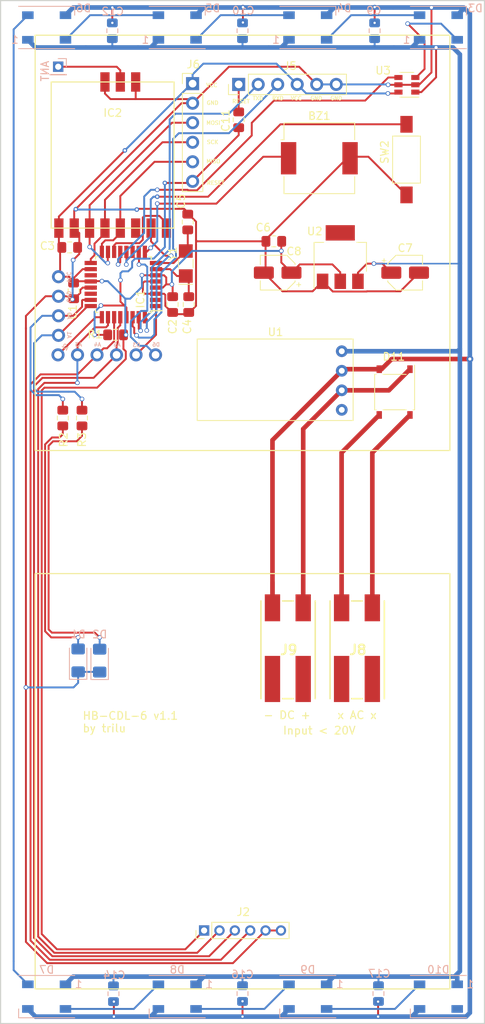
<source format=kicad_pcb>
(kicad_pcb (version 20171130) (host pcbnew "(5.1.7)-1")

  (general
    (thickness 1.6002)
    (drawings 38)
    (tracks 630)
    (zones 0)
    (modules 45)
    (nets 51)
  )

  (page A4)
  (title_block
    (title Codelock-Steuerung)
    (date 2020-10-19)
    (rev 1.0)
    (company "no Company")
    (comment 1 trilu)
  )

  (layers
    (0 Front signal)
    (1 In1.Cu signal)
    (2 In2.Cu signal)
    (31 Back signal)
    (34 B.Paste user)
    (35 F.Paste user)
    (36 B.SilkS user)
    (37 F.SilkS user)
    (38 B.Mask user)
    (39 F.Mask user)
    (44 Edge.Cuts user)
    (45 Margin user)
    (46 B.CrtYd user)
    (47 F.CrtYd user)
    (49 F.Fab user)
  )

  (setup
    (last_trace_width 0.6)
    (user_trace_width 0.15)
    (user_trace_width 0.2)
    (user_trace_width 0.4)
    (user_trace_width 0.6)
    (trace_clearance 0.127)
    (zone_clearance 0.508)
    (zone_45_only no)
    (trace_min 0.127)
    (via_size 0.6)
    (via_drill 0.3)
    (via_min_size 0.6)
    (via_min_drill 0.3)
    (user_via 0.6 0.3)
    (user_via 0.9 0.4)
    (uvia_size 0.6858)
    (uvia_drill 0.3302)
    (uvias_allowed no)
    (uvia_min_size 0.2)
    (uvia_min_drill 0.1)
    (edge_width 0.0381)
    (segment_width 0.254)
    (pcb_text_width 0.3048)
    (pcb_text_size 1.524 1.524)
    (mod_edge_width 0.1524)
    (mod_text_size 0.8128 0.8128)
    (mod_text_width 0.1524)
    (pad_size 1.06 0.65)
    (pad_drill 0)
    (pad_to_mask_clearance 0)
    (solder_mask_min_width 0.12)
    (aux_axis_origin 0 0)
    (visible_elements 7FFFFF7F)
    (pcbplotparams
      (layerselection 0x010f0_ffffffff)
      (usegerberextensions false)
      (usegerberattributes false)
      (usegerberadvancedattributes false)
      (creategerberjobfile false)
      (excludeedgelayer true)
      (linewidth 0.100000)
      (plotframeref false)
      (viasonmask false)
      (mode 1)
      (useauxorigin false)
      (hpglpennumber 1)
      (hpglpenspeed 20)
      (hpglpendiameter 15.000000)
      (psnegative false)
      (psa4output false)
      (plotreference true)
      (plotvalue false)
      (plotinvisibletext false)
      (padsonsilk true)
      (subtractmaskfromsilk false)
      (outputformat 1)
      (mirror false)
      (drillshape 0)
      (scaleselection 1)
      (outputdirectory "gerber/"))
  )

  (net 0 "")
  (net 1 VCC)
  (net 2 GND)
  (net 3 "Net-(IC1-Pad2)")
  (net 4 "Net-(IC1-Pad11)")
  (net 5 "Net-(IC1-Pad14)")
  (net 6 "Net-(IC1-Pad32)")
  (net 7 "Net-(IC2-Pad6)")
  (net 8 "Net-(IC2-Pad9)")
  (net 9 "Net-(D1-Pad2)")
  (net 10 "Net-(D2-Pad2)")
  (net 11 /MOSI)
  (net 12 /MISO)
  (net 13 /SCK)
  (net 14 /RESET)
  (net 15 /RXD)
  (net 16 /TXD)
  (net 17 /A0)
  (net 18 /A1)
  (net 19 /A2)
  (net 20 /D3)
  (net 21 /A3)
  (net 22 /A4)
  (net 23 /A5)
  (net 24 /XTAL1)
  (net 25 /XTAL2)
  (net 26 "Net-(IC1-Pad19)")
  (net 27 "Net-(IC1-Pad22)")
  (net 28 /D6)
  (net 29 "Net-(D3-Pad2)")
  (net 30 +5V)
  (net 31 "Net-(D4-Pad2)")
  (net 32 "Net-(D5-Pad2)")
  (net 33 "Net-(D6-Pad2)")
  (net 34 "Net-(D7-Pad2)")
  (net 35 "Net-(D8-Pad2)")
  (net 36 "Net-(D10-Pad4)")
  (net 37 "Net-(D10-Pad2)")
  (net 38 "Net-(D11-Pad1)")
  (net 39 "Net-(D11-Pad3)")
  (net 40 "Net-(D11-Pad4)")
  (net 41 /DTR)
  (net 42 /D8)
  (net 43 /D5)
  (net 44 /LED_IN)
  (net 45 /D9)
  (net 46 "Net-(J8-Pad4)")
  (net 47 "Net-(J8-Pad2)")
  (net 48 "Net-(J9-Pad2)")
  (net 49 "Net-(J9-Pad4)")
  (net 50 "Net-(U1-Pad4)")

  (net_class Default "This is the default net class."
    (clearance 0.127)
    (trace_width 0.127)
    (via_dia 0.6)
    (via_drill 0.3)
    (uvia_dia 0.6858)
    (uvia_drill 0.3302)
    (diff_pair_width 0.1524)
    (diff_pair_gap 0.254)
    (add_net +5V)
    (add_net /A0)
    (add_net /A1)
    (add_net /A2)
    (add_net /A3)
    (add_net /A4)
    (add_net /A5)
    (add_net /D3)
    (add_net /D5)
    (add_net /D6)
    (add_net /D8)
    (add_net /D9)
    (add_net /DTR)
    (add_net /LED_IN)
    (add_net /MISO)
    (add_net /MOSI)
    (add_net /RESET)
    (add_net /RXD)
    (add_net /SCK)
    (add_net /TXD)
    (add_net /XTAL1)
    (add_net /XTAL2)
    (add_net GND)
    (add_net "Net-(D1-Pad2)")
    (add_net "Net-(D10-Pad2)")
    (add_net "Net-(D10-Pad4)")
    (add_net "Net-(D11-Pad1)")
    (add_net "Net-(D11-Pad3)")
    (add_net "Net-(D11-Pad4)")
    (add_net "Net-(D2-Pad2)")
    (add_net "Net-(D3-Pad2)")
    (add_net "Net-(D4-Pad2)")
    (add_net "Net-(D5-Pad2)")
    (add_net "Net-(D6-Pad2)")
    (add_net "Net-(D7-Pad2)")
    (add_net "Net-(D8-Pad2)")
    (add_net "Net-(IC1-Pad11)")
    (add_net "Net-(IC1-Pad14)")
    (add_net "Net-(IC1-Pad19)")
    (add_net "Net-(IC1-Pad2)")
    (add_net "Net-(IC1-Pad22)")
    (add_net "Net-(IC1-Pad32)")
    (add_net "Net-(IC2-Pad6)")
    (add_net "Net-(IC2-Pad9)")
    (add_net "Net-(J8-Pad2)")
    (add_net "Net-(J8-Pad4)")
    (add_net "Net-(J9-Pad2)")
    (add_net "Net-(J9-Pad4)")
    (add_net "Net-(U1-Pad4)")
    (add_net VCC)
  )

  (module Capacitor_SMD:CP_Elec_4x5.4 (layer Front) (tedit 5BCA39CF) (tstamp 5F85BD4F)
    (at 105.875 75.075 180)
    (descr "SMD capacitor, aluminum electrolytic, Panasonic A5 / Nichicon, 4.0x5.4mm")
    (tags "capacitor electrolytic")
    (path /5D8005FA)
    (attr smd)
    (fp_text reference C8 (at -2.125 2.775) (layer F.SilkS)
      (effects (font (size 1 1) (thickness 0.15)))
    )
    (fp_text value 10µ (at 0.575 -3.225) (layer F.Fab)
      (effects (font (size 1 1) (thickness 0.15)))
    )
    (fp_circle (center 0 0) (end 2 0) (layer F.Fab) (width 0.1))
    (fp_line (start 2.15 -2.15) (end 2.15 2.15) (layer F.Fab) (width 0.1))
    (fp_line (start -1.15 -2.15) (end 2.15 -2.15) (layer F.Fab) (width 0.1))
    (fp_line (start -1.15 2.15) (end 2.15 2.15) (layer F.Fab) (width 0.1))
    (fp_line (start -2.15 -1.15) (end -2.15 1.15) (layer F.Fab) (width 0.1))
    (fp_line (start -2.15 -1.15) (end -1.15 -2.15) (layer F.Fab) (width 0.1))
    (fp_line (start -2.15 1.15) (end -1.15 2.15) (layer F.Fab) (width 0.1))
    (fp_line (start -1.574773 -1) (end -1.174773 -1) (layer F.Fab) (width 0.1))
    (fp_line (start -1.374773 -1.2) (end -1.374773 -0.8) (layer F.Fab) (width 0.1))
    (fp_line (start 2.26 2.26) (end 2.26 1.06) (layer F.SilkS) (width 0.12))
    (fp_line (start 2.26 -2.26) (end 2.26 -1.06) (layer F.SilkS) (width 0.12))
    (fp_line (start -1.195563 -2.26) (end 2.26 -2.26) (layer F.SilkS) (width 0.12))
    (fp_line (start -1.195563 2.26) (end 2.26 2.26) (layer F.SilkS) (width 0.12))
    (fp_line (start -2.26 1.195563) (end -2.26 1.06) (layer F.SilkS) (width 0.12))
    (fp_line (start -2.26 -1.195563) (end -2.26 -1.06) (layer F.SilkS) (width 0.12))
    (fp_line (start -2.26 -1.195563) (end -1.195563 -2.26) (layer F.SilkS) (width 0.12))
    (fp_line (start -2.26 1.195563) (end -1.195563 2.26) (layer F.SilkS) (width 0.12))
    (fp_line (start -3 -1.56) (end -2.5 -1.56) (layer F.SilkS) (width 0.12))
    (fp_line (start -2.75 -1.81) (end -2.75 -1.31) (layer F.SilkS) (width 0.12))
    (fp_line (start 2.4 -2.4) (end 2.4 -1.05) (layer F.CrtYd) (width 0.05))
    (fp_line (start 2.4 -1.05) (end 3.35 -1.05) (layer F.CrtYd) (width 0.05))
    (fp_line (start 3.35 -1.05) (end 3.35 1.05) (layer F.CrtYd) (width 0.05))
    (fp_line (start 3.35 1.05) (end 2.4 1.05) (layer F.CrtYd) (width 0.05))
    (fp_line (start 2.4 1.05) (end 2.4 2.4) (layer F.CrtYd) (width 0.05))
    (fp_line (start -1.25 2.4) (end 2.4 2.4) (layer F.CrtYd) (width 0.05))
    (fp_line (start -1.25 -2.4) (end 2.4 -2.4) (layer F.CrtYd) (width 0.05))
    (fp_line (start -2.4 1.25) (end -1.25 2.4) (layer F.CrtYd) (width 0.05))
    (fp_line (start -2.4 -1.25) (end -1.25 -2.4) (layer F.CrtYd) (width 0.05))
    (fp_line (start -2.4 -1.25) (end -2.4 -1.05) (layer F.CrtYd) (width 0.05))
    (fp_line (start -2.4 1.05) (end -2.4 1.25) (layer F.CrtYd) (width 0.05))
    (fp_line (start -2.4 -1.05) (end -3.35 -1.05) (layer F.CrtYd) (width 0.05))
    (fp_line (start -3.35 -1.05) (end -3.35 1.05) (layer F.CrtYd) (width 0.05))
    (fp_line (start -3.35 1.05) (end -2.4 1.05) (layer F.CrtYd) (width 0.05))
    (fp_text user %R (at 0 0) (layer F.Fab)
      (effects (font (size 0.8 0.8) (thickness 0.12)))
    )
    (pad 2 smd roundrect (at 1.8 0 180) (size 2.6 1.6) (layers Front F.Paste F.Mask) (roundrect_rratio 0.15625)
      (net 2 GND))
    (pad 1 smd roundrect (at -1.8 0 180) (size 2.6 1.6) (layers Front F.Paste F.Mask) (roundrect_rratio 0.15625)
      (net 1 VCC))
    (model ${KISYS3DMOD}/Capacitor_SMD.3dshapes/CP_Elec_4x5.4.wrl
      (at (xyz 0 0 0))
      (scale (xyz 1 1 1))
      (rotate (xyz 0 0 0))
    )
  )

  (module Button_Switch_SMD:SW_SPST_FSMSM (layer Front) (tedit 5A02FC95) (tstamp 5F83CDE9)
    (at 122.65 60.375 270)
    (descr http://www.te.com/commerce/DocumentDelivery/DDEController?Action=srchrtrv&DocNm=1437566-3&DocType=Customer+Drawing&DocLang=English)
    (tags "SPST button tactile switch")
    (path /591051B2)
    (attr smd)
    (fp_text reference SW2 (at -0.975 2.85 90) (layer F.SilkS)
      (effects (font (size 1 1) (thickness 0.15)))
    )
    (fp_text value Config (at -0.075 0.95 90) (layer F.Fab)
      (effects (font (size 1 1) (thickness 0.15)))
    )
    (fp_line (start -1.75 -1) (end 1.75 -1) (layer F.Fab) (width 0.1))
    (fp_line (start 1.75 -1) (end 1.75 1) (layer F.Fab) (width 0.1))
    (fp_line (start 1.75 1) (end -1.75 1) (layer F.Fab) (width 0.1))
    (fp_line (start -1.75 1) (end -1.75 -1) (layer F.Fab) (width 0.1))
    (fp_line (start -3.06 -1.81) (end 3.06 -1.81) (layer F.SilkS) (width 0.12))
    (fp_line (start 3.06 -1.81) (end 3.06 1.81) (layer F.SilkS) (width 0.12))
    (fp_line (start 3.06 1.81) (end -3.06 1.81) (layer F.SilkS) (width 0.12))
    (fp_line (start -3.06 1.81) (end -3.06 -1.81) (layer F.SilkS) (width 0.12))
    (fp_line (start -1.5 0.8) (end 1.5 0.8) (layer F.Fab) (width 0.1))
    (fp_line (start -1.5 -0.8) (end 1.5 -0.8) (layer F.Fab) (width 0.1))
    (fp_line (start 1.5 -0.8) (end 1.5 0.8) (layer F.Fab) (width 0.1))
    (fp_line (start -1.5 -0.8) (end -1.5 0.8) (layer F.Fab) (width 0.1))
    (fp_line (start -5.95 2) (end 5.95 2) (layer F.CrtYd) (width 0.05))
    (fp_line (start 5.95 -2) (end 5.95 2) (layer F.CrtYd) (width 0.05))
    (fp_line (start -3 1.75) (end 3 1.75) (layer F.Fab) (width 0.1))
    (fp_line (start -3 -1.75) (end 3 -1.75) (layer F.Fab) (width 0.1))
    (fp_line (start -3 -1.75) (end -3 1.75) (layer F.Fab) (width 0.1))
    (fp_line (start 3 -1.75) (end 3 1.75) (layer F.Fab) (width 0.1))
    (fp_line (start -5.95 -2) (end -5.95 2) (layer F.CrtYd) (width 0.05))
    (fp_line (start -5.95 -2) (end 5.95 -2) (layer F.CrtYd) (width 0.05))
    (fp_text user %R (at 0 -0.85 90) (layer F.Fab)
      (effects (font (size 1 1) (thickness 0.15)))
    )
    (pad 1 smd rect (at -4.59 0 270) (size 2.18 1.6) (layers Front F.Paste F.Mask)
      (net 42 /D8))
    (pad 2 smd rect (at 4.59 0 270) (size 2.18 1.6) (layers Front F.Paste F.Mask)
      (net 2 GND))
    (model ${KISYS3DMOD}/Button_Switch_SMD.3dshapes/SW_SPST_FSMSM.wrl
      (at (xyz 0 0 0))
      (scale (xyz 1 1 1))
      (rotate (xyz 0 0 0))
    )
  )

  (module Pin_Headers:Pin_Header_Straight_1x04_Pitch2.54mm (layer Back) (tedit 591430B1) (tstamp 591321B7)
    (at 77.3415 75.6015 180)
    (descr "Through hole straight pin header, 1x04, 2.54mm pitch, single row")
    (tags "Through hole pin header THT 1x04 2.54mm single row")
    (path /591069AF)
    (fp_text reference P1 (at 0 2.33) (layer B.SilkS) hide
      (effects (font (size 1 1) (thickness 0.15)) (justify mirror))
    )
    (fp_text value Contacts (at 0 -9.95) (layer B.Fab)
      (effects (font (size 1 1) (thickness 0.15)) (justify mirror))
    )
    (fp_line (start -1.27 1.27) (end -1.27 -8.89) (layer B.Fab) (width 0.1))
    (fp_line (start -1.27 -8.89) (end 1.27 -8.89) (layer B.Fab) (width 0.1))
    (fp_line (start 1.27 -8.89) (end 1.27 1.27) (layer B.Fab) (width 0.1))
    (fp_line (start 1.27 1.27) (end -1.27 1.27) (layer B.Fab) (width 0.1))
    (fp_line (start -1.8 1.8) (end -1.8 -9.4) (layer B.CrtYd) (width 0.05))
    (fp_line (start -1.8 -9.4) (end 1.8 -9.4) (layer B.CrtYd) (width 0.05))
    (fp_line (start 1.8 -9.4) (end 1.8 1.8) (layer B.CrtYd) (width 0.05))
    (fp_line (start 1.8 1.8) (end -1.8 1.8) (layer B.CrtYd) (width 0.05))
    (fp_text user %R (at 0 2.33) (layer B.Fab)
      (effects (font (size 1 1) (thickness 0.15)) (justify mirror))
    )
    (pad 1 thru_hole circle (at 0 0 180) (size 1.7 1.7) (drill 1) (layers *.Cu *.Mask)
      (net 1 VCC))
    (pad 2 thru_hole oval (at 0 -2.54 180) (size 1.7 1.7) (drill 1) (layers *.Cu *.Mask)
      (net 2 GND))
    (pad 3 thru_hole oval (at 0 -5.08 180) (size 1.7 1.7) (drill 1) (layers *.Cu *.Mask)
      (net 17 /A0))
    (pad 4 thru_hole oval (at 0 -7.62 180) (size 1.7 1.7) (drill 1) (layers *.Cu *.Mask)
      (net 18 /A1))
  )

  (module Pin_Headers:Pin_Header_Straight_1x06_Pitch2.54mm (layer Back) (tedit 591430B8) (tstamp 591321D0)
    (at 77.278 85.7615 270)
    (descr "Through hole straight pin header, 1x06, 2.54mm pitch, single row")
    (tags "Through hole pin header THT 1x06 2.54mm single row")
    (path /59132195)
    (fp_text reference P2 (at 0 2.33 90) (layer B.SilkS) hide
      (effects (font (size 1 1) (thickness 0.15)) (justify mirror))
    )
    (fp_text value Contacts (at 0 -15.03 90) (layer B.Fab)
      (effects (font (size 1 1) (thickness 0.15)) (justify mirror))
    )
    (fp_line (start -1.27 1.27) (end -1.27 -13.97) (layer B.Fab) (width 0.1))
    (fp_line (start -1.27 -13.97) (end 1.27 -13.97) (layer B.Fab) (width 0.1))
    (fp_line (start 1.27 -13.97) (end 1.27 1.27) (layer B.Fab) (width 0.1))
    (fp_line (start 1.27 1.27) (end -1.27 1.27) (layer B.Fab) (width 0.1))
    (fp_line (start -1.8 1.8) (end -1.8 -14.5) (layer B.CrtYd) (width 0.05))
    (fp_line (start -1.8 -14.5) (end 1.8 -14.5) (layer B.CrtYd) (width 0.05))
    (fp_line (start 1.8 -14.5) (end 1.8 1.8) (layer B.CrtYd) (width 0.05))
    (fp_line (start 1.8 1.8) (end -1.8 1.8) (layer B.CrtYd) (width 0.05))
    (fp_text user %R (at 0 2.33 90) (layer B.Fab)
      (effects (font (size 1 1) (thickness 0.15)) (justify mirror))
    )
    (pad 1 thru_hole circle (at 0 0 270) (size 1.7 1.7) (drill 1) (layers *.Cu *.Mask)
      (net 19 /A2))
    (pad 2 thru_hole oval (at 0 -2.54 270) (size 1.7 1.7) (drill 1) (layers *.Cu *.Mask)
      (net 21 /A3))
    (pad 3 thru_hole oval (at 0 -5.08 270) (size 1.7 1.7) (drill 1) (layers *.Cu *.Mask)
      (net 22 /A4))
    (pad 4 thru_hole oval (at 0 -7.62 270) (size 1.7 1.7) (drill 1) (layers *.Cu *.Mask)
      (net 23 /A5))
    (pad 5 thru_hole oval (at 0 -10.16 270) (size 1.7 1.7) (drill 1) (layers *.Cu *.Mask)
      (net 20 /D3))
    (pad 6 thru_hole oval (at 0 -12.7 270) (size 1.7 1.7) (drill 1) (layers *.Cu *.Mask)
      (net 28 /D6))
  )

  (module Pin_Headers:Pin_Header_Straight_1x01_Pitch2.00mm (layer Back) (tedit 5912311B) (tstamp 59122282)
    (at 77.3 48.3 180)
    (descr "Through hole straight pin header, 1x01, 2.00mm pitch, single row")
    (tags "Through hole pin header THT 1x01 2.00mm single row")
    (path /59106C09)
    (fp_text reference P3 (at 0 2.06) (layer B.SilkS) hide
      (effects (font (size 1 1) (thickness 0.15)) (justify mirror))
    )
    (fp_text value ANT (at 1.7145 -0.5715 270) (layer B.SilkS)
      (effects (font (size 1 1) (thickness 0.15)) (justify mirror))
    )
    (fp_line (start -1 1) (end -1 -1) (layer B.Fab) (width 0.1))
    (fp_line (start -1 -1) (end 1 -1) (layer B.Fab) (width 0.1))
    (fp_line (start 1 -1) (end 1 1) (layer B.Fab) (width 0.1))
    (fp_line (start 1 1) (end -1 1) (layer B.Fab) (width 0.1))
    (fp_line (start -1.06 -1) (end -1.06 -1.06) (layer B.SilkS) (width 0.12))
    (fp_line (start -1.06 -1.06) (end 1.06 -1.06) (layer B.SilkS) (width 0.12))
    (fp_line (start 1.06 -1.06) (end 1.06 -1) (layer B.SilkS) (width 0.12))
    (fp_line (start 1.06 -1) (end -1.06 -1) (layer B.SilkS) (width 0.12))
    (fp_line (start -1.06 0) (end -1.06 1.06) (layer B.SilkS) (width 0.12))
    (fp_line (start -1.06 1.06) (end 0 1.06) (layer B.SilkS) (width 0.12))
    (fp_line (start -1.5 1.5) (end -1.5 -1.5) (layer B.CrtYd) (width 0.05))
    (fp_line (start -1.5 -1.5) (end 1.5 -1.5) (layer B.CrtYd) (width 0.05))
    (fp_line (start 1.5 -1.5) (end 1.5 1.5) (layer B.CrtYd) (width 0.05))
    (fp_line (start 1.5 1.5) (end -1.5 1.5) (layer B.CrtYd) (width 0.05))
    (fp_text user %R (at 0 2.06) (layer B.Fab)
      (effects (font (size 1 1) (thickness 0.15)) (justify mirror))
    )
    (pad 1 thru_hole rect (at 0 0 180) (size 1.35 1.35) (drill 0.8) (layers *.Cu *.Mask)
      (net 8 "Net-(IC2-Pad9)"))
    (model ${KISYS3DMOD}/Pin_Headers.3dshapes/Pin_Header_Straight_1x01_Pitch2.00mm.wrl
      (at (xyz 0 0 0))
      (scale (xyz 1 1 1))
      (rotate (xyz 0 0 0))
    )
  )

  (module Capacitor_SMD:C_0805_2012Metric_Pad1.15x1.40mm_HandSolder (layer Front) (tedit 5B36C52B) (tstamp 5F83C8B2)
    (at 79.31 77.443 270)
    (descr "Capacitor SMD 0805 (2012 Metric), square (rectangular) end terminal, IPC_7351 nominal with elongated pad for handsoldering. (Body size source: https://docs.google.com/spreadsheets/d/1BsfQQcO9C6DZCsRaXUlFlo91Tg2WpOkGARC1WS5S8t0/edit?usp=sharing), generated with kicad-footprint-generator")
    (tags "capacitor handsolder")
    (path /5910567F)
    (attr smd)
    (fp_text reference C1 (at 2.757 0.11 270) (layer F.SilkS)
      (effects (font (size 1 1) (thickness 0.15)))
    )
    (fp_text value 100n (at 0 1.65 270) (layer F.Fab)
      (effects (font (size 1 1) (thickness 0.15)))
    )
    (fp_line (start 1.85 0.95) (end -1.85 0.95) (layer F.CrtYd) (width 0.05))
    (fp_line (start 1.85 -0.95) (end 1.85 0.95) (layer F.CrtYd) (width 0.05))
    (fp_line (start -1.85 -0.95) (end 1.85 -0.95) (layer F.CrtYd) (width 0.05))
    (fp_line (start -1.85 0.95) (end -1.85 -0.95) (layer F.CrtYd) (width 0.05))
    (fp_line (start -0.261252 0.71) (end 0.261252 0.71) (layer F.SilkS) (width 0.12))
    (fp_line (start -0.261252 -0.71) (end 0.261252 -0.71) (layer F.SilkS) (width 0.12))
    (fp_line (start 1 0.6) (end -1 0.6) (layer F.Fab) (width 0.1))
    (fp_line (start 1 -0.6) (end 1 0.6) (layer F.Fab) (width 0.1))
    (fp_line (start -1 -0.6) (end 1 -0.6) (layer F.Fab) (width 0.1))
    (fp_line (start -1 0.6) (end -1 -0.6) (layer F.Fab) (width 0.1))
    (fp_text user %R (at 0 0 270) (layer F.Fab)
      (effects (font (size 0.5 0.5) (thickness 0.08)))
    )
    (pad 2 smd roundrect (at 1.025 0 270) (size 1.15 1.4) (layers Front F.Paste F.Mask) (roundrect_rratio 0.2173904347826087)
      (net 2 GND))
    (pad 1 smd roundrect (at -1.025 0 270) (size 1.15 1.4) (layers Front F.Paste F.Mask) (roundrect_rratio 0.2173904347826087)
      (net 1 VCC))
    (model ${KISYS3DMOD}/Capacitor_SMD.3dshapes/C_0805_2012Metric.wrl
      (at (xyz 0 0 0))
      (scale (xyz 1 1 1))
      (rotate (xyz 0 0 0))
    )
  )

  (module Capacitor_SMD:C_0805_2012Metric_Pad1.15x1.40mm_HandSolder (layer Front) (tedit 5B36C52B) (tstamp 5F83C8C2)
    (at 92.2005 79.221 270)
    (descr "Capacitor SMD 0805 (2012 Metric), square (rectangular) end terminal, IPC_7351 nominal with elongated pad for handsoldering. (Body size source: https://docs.google.com/spreadsheets/d/1BsfQQcO9C6DZCsRaXUlFlo91Tg2WpOkGARC1WS5S8t0/edit?usp=sharing), generated with kicad-footprint-generator")
    (tags "capacitor handsolder")
    (path /59105700)
    (attr smd)
    (fp_text reference C2 (at 2.879 0.0005 270) (layer F.SilkS)
      (effects (font (size 1 1) (thickness 0.15)))
    )
    (fp_text value 100n (at 0 1.65 270) (layer F.Fab)
      (effects (font (size 1 1) (thickness 0.15)))
    )
    (fp_line (start -1 0.6) (end -1 -0.6) (layer F.Fab) (width 0.1))
    (fp_line (start -1 -0.6) (end 1 -0.6) (layer F.Fab) (width 0.1))
    (fp_line (start 1 -0.6) (end 1 0.6) (layer F.Fab) (width 0.1))
    (fp_line (start 1 0.6) (end -1 0.6) (layer F.Fab) (width 0.1))
    (fp_line (start -0.261252 -0.71) (end 0.261252 -0.71) (layer F.SilkS) (width 0.12))
    (fp_line (start -0.261252 0.71) (end 0.261252 0.71) (layer F.SilkS) (width 0.12))
    (fp_line (start -1.85 0.95) (end -1.85 -0.95) (layer F.CrtYd) (width 0.05))
    (fp_line (start -1.85 -0.95) (end 1.85 -0.95) (layer F.CrtYd) (width 0.05))
    (fp_line (start 1.85 -0.95) (end 1.85 0.95) (layer F.CrtYd) (width 0.05))
    (fp_line (start 1.85 0.95) (end -1.85 0.95) (layer F.CrtYd) (width 0.05))
    (fp_text user %R (at 0 0 270) (layer F.Fab)
      (effects (font (size 0.5 0.5) (thickness 0.08)))
    )
    (pad 1 smd roundrect (at -1.025 0 270) (size 1.15 1.4) (layers Front F.Paste F.Mask) (roundrect_rratio 0.2173904347826087)
      (net 1 VCC))
    (pad 2 smd roundrect (at 1.025 0 270) (size 1.15 1.4) (layers Front F.Paste F.Mask) (roundrect_rratio 0.2173904347826087)
      (net 2 GND))
    (model ${KISYS3DMOD}/Capacitor_SMD.3dshapes/C_0805_2012Metric.wrl
      (at (xyz 0 0 0))
      (scale (xyz 1 1 1))
      (rotate (xyz 0 0 0))
    )
  )

  (module Capacitor_SMD:C_0805_2012Metric_Pad1.15x1.40mm_HandSolder (layer Front) (tedit 5B36C52B) (tstamp 5F83C8D2)
    (at 78.802 71.7915)
    (descr "Capacitor SMD 0805 (2012 Metric), square (rectangular) end terminal, IPC_7351 nominal with elongated pad for handsoldering. (Body size source: https://docs.google.com/spreadsheets/d/1BsfQQcO9C6DZCsRaXUlFlo91Tg2WpOkGARC1WS5S8t0/edit?usp=sharing), generated with kicad-footprint-generator")
    (tags "capacitor handsolder")
    (path /5910572D)
    (attr smd)
    (fp_text reference C3 (at -2.902 -0.1915) (layer F.SilkS)
      (effects (font (size 1 1) (thickness 0.15)))
    )
    (fp_text value 100n (at 0 1.65) (layer F.Fab)
      (effects (font (size 1 1) (thickness 0.15)))
    )
    (fp_line (start 1.85 0.95) (end -1.85 0.95) (layer F.CrtYd) (width 0.05))
    (fp_line (start 1.85 -0.95) (end 1.85 0.95) (layer F.CrtYd) (width 0.05))
    (fp_line (start -1.85 -0.95) (end 1.85 -0.95) (layer F.CrtYd) (width 0.05))
    (fp_line (start -1.85 0.95) (end -1.85 -0.95) (layer F.CrtYd) (width 0.05))
    (fp_line (start -0.261252 0.71) (end 0.261252 0.71) (layer F.SilkS) (width 0.12))
    (fp_line (start -0.261252 -0.71) (end 0.261252 -0.71) (layer F.SilkS) (width 0.12))
    (fp_line (start 1 0.6) (end -1 0.6) (layer F.Fab) (width 0.1))
    (fp_line (start 1 -0.6) (end 1 0.6) (layer F.Fab) (width 0.1))
    (fp_line (start -1 -0.6) (end 1 -0.6) (layer F.Fab) (width 0.1))
    (fp_line (start -1 0.6) (end -1 -0.6) (layer F.Fab) (width 0.1))
    (fp_text user %R (at -0.002 0.0085) (layer F.Fab)
      (effects (font (size 0.5 0.5) (thickness 0.08)))
    )
    (pad 2 smd roundrect (at 1.025 0) (size 1.15 1.4) (layers Front F.Paste F.Mask) (roundrect_rratio 0.2173904347826087)
      (net 2 GND))
    (pad 1 smd roundrect (at -1.025 0) (size 1.15 1.4) (layers Front F.Paste F.Mask) (roundrect_rratio 0.2173904347826087)
      (net 1 VCC))
    (model ${KISYS3DMOD}/Capacitor_SMD.3dshapes/C_0805_2012Metric.wrl
      (at (xyz 0 0 0))
      (scale (xyz 1 1 1))
      (rotate (xyz 0 0 0))
    )
  )

  (module Capacitor_SMD:C_0805_2012Metric_Pad1.15x1.40mm_HandSolder (layer Front) (tedit 5B36C52B) (tstamp 5F83C8E2)
    (at 94.296 79.221 270)
    (descr "Capacitor SMD 0805 (2012 Metric), square (rectangular) end terminal, IPC_7351 nominal with elongated pad for handsoldering. (Body size source: https://docs.google.com/spreadsheets/d/1BsfQQcO9C6DZCsRaXUlFlo91Tg2WpOkGARC1WS5S8t0/edit?usp=sharing), generated with kicad-footprint-generator")
    (tags "capacitor handsolder")
    (path /59119291)
    (attr smd)
    (fp_text reference C4 (at 2.879 0.196 270) (layer F.SilkS)
      (effects (font (size 1 1) (thickness 0.15)))
    )
    (fp_text value 9p (at 0 1.65 270) (layer F.Fab)
      (effects (font (size 1 1) (thickness 0.15)))
    )
    (fp_line (start -1 0.6) (end -1 -0.6) (layer F.Fab) (width 0.1))
    (fp_line (start -1 -0.6) (end 1 -0.6) (layer F.Fab) (width 0.1))
    (fp_line (start 1 -0.6) (end 1 0.6) (layer F.Fab) (width 0.1))
    (fp_line (start 1 0.6) (end -1 0.6) (layer F.Fab) (width 0.1))
    (fp_line (start -0.261252 -0.71) (end 0.261252 -0.71) (layer F.SilkS) (width 0.12))
    (fp_line (start -0.261252 0.71) (end 0.261252 0.71) (layer F.SilkS) (width 0.12))
    (fp_line (start -1.85 0.95) (end -1.85 -0.95) (layer F.CrtYd) (width 0.05))
    (fp_line (start -1.85 -0.95) (end 1.85 -0.95) (layer F.CrtYd) (width 0.05))
    (fp_line (start 1.85 -0.95) (end 1.85 0.95) (layer F.CrtYd) (width 0.05))
    (fp_line (start 1.85 0.95) (end -1.85 0.95) (layer F.CrtYd) (width 0.05))
    (fp_text user %R (at 0 0 270) (layer F.Fab)
      (effects (font (size 0.5 0.5) (thickness 0.08)))
    )
    (pad 1 smd roundrect (at -1.025 0 270) (size 1.15 1.4) (layers Front F.Paste F.Mask) (roundrect_rratio 0.2173904347826087)
      (net 24 /XTAL1))
    (pad 2 smd roundrect (at 1.025 0 270) (size 1.15 1.4) (layers Front F.Paste F.Mask) (roundrect_rratio 0.2173904347826087)
      (net 2 GND))
    (model ${KISYS3DMOD}/Capacitor_SMD.3dshapes/C_0805_2012Metric.wrl
      (at (xyz 0 0 0))
      (scale (xyz 1 1 1))
      (rotate (xyz 0 0 0))
    )
  )

  (module Capacitor_SMD:C_0805_2012Metric_Pad1.15x1.40mm_HandSolder (layer Front) (tedit 5B36C52B) (tstamp 5F83C8F2)
    (at 94.169 68.4895 90)
    (descr "Capacitor SMD 0805 (2012 Metric), square (rectangular) end terminal, IPC_7351 nominal with elongated pad for handsoldering. (Body size source: https://docs.google.com/spreadsheets/d/1BsfQQcO9C6DZCsRaXUlFlo91Tg2WpOkGARC1WS5S8t0/edit?usp=sharing), generated with kicad-footprint-generator")
    (tags "capacitor handsolder")
    (path /591192E4)
    (attr smd)
    (fp_text reference C5 (at 2.6895 -0.869 270) (layer F.SilkS)
      (effects (font (size 1 1) (thickness 0.15)))
    )
    (fp_text value 9p (at 0 1.65 270) (layer F.Fab)
      (effects (font (size 1 1) (thickness 0.15)))
    )
    (fp_line (start 1.85 0.95) (end -1.85 0.95) (layer F.CrtYd) (width 0.05))
    (fp_line (start 1.85 -0.95) (end 1.85 0.95) (layer F.CrtYd) (width 0.05))
    (fp_line (start -1.85 -0.95) (end 1.85 -0.95) (layer F.CrtYd) (width 0.05))
    (fp_line (start -1.85 0.95) (end -1.85 -0.95) (layer F.CrtYd) (width 0.05))
    (fp_line (start -0.261252 0.71) (end 0.261252 0.71) (layer F.SilkS) (width 0.12))
    (fp_line (start -0.261252 -0.71) (end 0.261252 -0.71) (layer F.SilkS) (width 0.12))
    (fp_line (start 1 0.6) (end -1 0.6) (layer F.Fab) (width 0.1))
    (fp_line (start 1 -0.6) (end 1 0.6) (layer F.Fab) (width 0.1))
    (fp_line (start -1 -0.6) (end 1 -0.6) (layer F.Fab) (width 0.1))
    (fp_line (start -1 0.6) (end -1 -0.6) (layer F.Fab) (width 0.1))
    (fp_text user %R (at 0 0 270) (layer F.Fab)
      (effects (font (size 0.5 0.5) (thickness 0.08)))
    )
    (pad 2 smd roundrect (at 1.025 0 90) (size 1.15 1.4) (layers Front F.Paste F.Mask) (roundrect_rratio 0.2173904347826087)
      (net 2 GND))
    (pad 1 smd roundrect (at -1.025 0 90) (size 1.15 1.4) (layers Front F.Paste F.Mask) (roundrect_rratio 0.2173904347826087)
      (net 25 /XTAL2))
    (model ${KISYS3DMOD}/Capacitor_SMD.3dshapes/C_0805_2012Metric.wrl
      (at (xyz 0 0 0))
      (scale (xyz 1 1 1))
      (rotate (xyz 0 0 0))
    )
  )

  (module Package_QFP:TQFP-32_7x7mm_P0.8mm (layer Front) (tedit 5A02F146) (tstamp 5F83C936)
    (at 85.787 76.6175 180)
    (descr "32-Lead Plastic Thin Quad Flatpack (PT) - 7x7x1.0 mm Body, 2.00 mm [TQFP] (see Microchip Packaging Specification 00000049BS.pdf)")
    (tags "QFP 0.8")
    (path /591050B1)
    (attr smd)
    (fp_text reference IC1 (at -2.213 -1.8825 90) (layer F.SilkS)
      (effects (font (size 1 1) (thickness 0.15)))
    )
    (fp_text value ATMEGA328P-A (at 0 6.05) (layer F.Fab)
      (effects (font (size 1 1) (thickness 0.15)))
    )
    (fp_line (start -2.5 -3.5) (end 3.5 -3.5) (layer F.Fab) (width 0.15))
    (fp_line (start 3.5 -3.5) (end 3.5 3.5) (layer F.Fab) (width 0.15))
    (fp_line (start 3.5 3.5) (end -3.5 3.5) (layer F.Fab) (width 0.15))
    (fp_line (start -3.5 3.5) (end -3.5 -2.5) (layer F.Fab) (width 0.15))
    (fp_line (start -3.5 -2.5) (end -2.5 -3.5) (layer F.Fab) (width 0.15))
    (fp_line (start -5.3 -5.3) (end -5.3 5.3) (layer F.CrtYd) (width 0.05))
    (fp_line (start 5.3 -5.3) (end 5.3 5.3) (layer F.CrtYd) (width 0.05))
    (fp_line (start -5.3 -5.3) (end 5.3 -5.3) (layer F.CrtYd) (width 0.05))
    (fp_line (start -5.3 5.3) (end 5.3 5.3) (layer F.CrtYd) (width 0.05))
    (fp_line (start -3.625 -3.625) (end -3.625 -3.4) (layer F.SilkS) (width 0.15))
    (fp_line (start 3.625 -3.625) (end 3.625 -3.3) (layer F.SilkS) (width 0.15))
    (fp_line (start 3.625 3.625) (end 3.625 3.3) (layer F.SilkS) (width 0.15))
    (fp_line (start -3.625 3.625) (end -3.625 3.3) (layer F.SilkS) (width 0.15))
    (fp_line (start -3.625 -3.625) (end -3.3 -3.625) (layer F.SilkS) (width 0.15))
    (fp_line (start -3.625 3.625) (end -3.3 3.625) (layer F.SilkS) (width 0.15))
    (fp_line (start 3.625 3.625) (end 3.3 3.625) (layer F.SilkS) (width 0.15))
    (fp_line (start 3.625 -3.625) (end 3.3 -3.625) (layer F.SilkS) (width 0.15))
    (fp_line (start -3.625 -3.4) (end -5.05 -3.4) (layer F.SilkS) (width 0.15))
    (fp_text user %R (at 0 0) (layer F.Fab)
      (effects (font (size 1 1) (thickness 0.15)))
    )
    (pad 1 smd rect (at -4.25 -2.8 180) (size 1.6 0.55) (layers Front F.Paste F.Mask)
      (net 20 /D3))
    (pad 2 smd rect (at -4.25 -2 180) (size 1.6 0.55) (layers Front F.Paste F.Mask)
      (net 3 "Net-(IC1-Pad2)"))
    (pad 3 smd rect (at -4.25 -1.2 180) (size 1.6 0.55) (layers Front F.Paste F.Mask)
      (net 2 GND))
    (pad 4 smd rect (at -4.25 -0.4 180) (size 1.6 0.55) (layers Front F.Paste F.Mask)
      (net 1 VCC))
    (pad 5 smd rect (at -4.25 0.4 180) (size 1.6 0.55) (layers Front F.Paste F.Mask)
      (net 2 GND))
    (pad 6 smd rect (at -4.25 1.2 180) (size 1.6 0.55) (layers Front F.Paste F.Mask)
      (net 1 VCC))
    (pad 7 smd rect (at -4.25 2 180) (size 1.6 0.55) (layers Front F.Paste F.Mask)
      (net 24 /XTAL1))
    (pad 8 smd rect (at -4.25 2.8 180) (size 1.6 0.55) (layers Front F.Paste F.Mask)
      (net 25 /XTAL2))
    (pad 9 smd rect (at -2.8 4.25 270) (size 1.6 0.55) (layers Front F.Paste F.Mask)
      (net 43 /D5))
    (pad 10 smd rect (at -2 4.25 270) (size 1.6 0.55) (layers Front F.Paste F.Mask)
      (net 28 /D6))
    (pad 11 smd rect (at -1.2 4.25 270) (size 1.6 0.55) (layers Front F.Paste F.Mask)
      (net 4 "Net-(IC1-Pad11)"))
    (pad 12 smd rect (at -0.4 4.25 270) (size 1.6 0.55) (layers Front F.Paste F.Mask)
      (net 42 /D8))
    (pad 13 smd rect (at 0.4 4.25 270) (size 1.6 0.55) (layers Front F.Paste F.Mask)
      (net 45 /D9))
    (pad 14 smd rect (at 1.2 4.25 270) (size 1.6 0.55) (layers Front F.Paste F.Mask)
      (net 5 "Net-(IC1-Pad14)"))
    (pad 15 smd rect (at 2 4.25 270) (size 1.6 0.55) (layers Front F.Paste F.Mask)
      (net 11 /MOSI))
    (pad 16 smd rect (at 2.8 4.25 270) (size 1.6 0.55) (layers Front F.Paste F.Mask)
      (net 12 /MISO))
    (pad 17 smd rect (at 4.25 2.8 180) (size 1.6 0.55) (layers Front F.Paste F.Mask)
      (net 13 /SCK))
    (pad 18 smd rect (at 4.25 2 180) (size 1.6 0.55) (layers Front F.Paste F.Mask)
      (net 1 VCC))
    (pad 19 smd rect (at 4.25 1.2 180) (size 1.6 0.55) (layers Front F.Paste F.Mask)
      (net 26 "Net-(IC1-Pad19)"))
    (pad 20 smd rect (at 4.25 0.4 180) (size 1.6 0.55) (layers Front F.Paste F.Mask)
      (net 1 VCC))
    (pad 21 smd rect (at 4.25 -0.4 180) (size 1.6 0.55) (layers Front F.Paste F.Mask)
      (net 2 GND))
    (pad 22 smd rect (at 4.25 -1.2 180) (size 1.6 0.55) (layers Front F.Paste F.Mask)
      (net 27 "Net-(IC1-Pad22)"))
    (pad 23 smd rect (at 4.25 -2 180) (size 1.6 0.55) (layers Front F.Paste F.Mask)
      (net 17 /A0))
    (pad 24 smd rect (at 4.25 -2.8 180) (size 1.6 0.55) (layers Front F.Paste F.Mask)
      (net 18 /A1))
    (pad 25 smd rect (at 2.8 -4.25 270) (size 1.6 0.55) (layers Front F.Paste F.Mask)
      (net 19 /A2))
    (pad 26 smd rect (at 2 -4.25 270) (size 1.6 0.55) (layers Front F.Paste F.Mask)
      (net 21 /A3))
    (pad 27 smd rect (at 1.2 -4.25 270) (size 1.6 0.55) (layers Front F.Paste F.Mask)
      (net 22 /A4))
    (pad 28 smd rect (at 0.4 -4.25 270) (size 1.6 0.55) (layers Front F.Paste F.Mask)
      (net 23 /A5))
    (pad 29 smd rect (at -0.4 -4.25 270) (size 1.6 0.55) (layers Front F.Paste F.Mask)
      (net 14 /RESET))
    (pad 30 smd rect (at -1.2 -4.25 270) (size 1.6 0.55) (layers Front F.Paste F.Mask)
      (net 15 /RXD))
    (pad 31 smd rect (at -2 -4.25 270) (size 1.6 0.55) (layers Front F.Paste F.Mask)
      (net 16 /TXD))
    (pad 32 smd rect (at -2.8 -4.25 270) (size 1.6 0.55) (layers Front F.Paste F.Mask)
      (net 6 "Net-(IC1-Pad32)"))
    (model ${KISYS3DMOD}/Package_QFP.3dshapes/TQFP-32_7x7mm_P0.8mm.wrl
      (at (xyz 0 0 0))
      (scale (xyz 1 1 1))
      (rotate (xyz 0 0 0))
    )
  )

  (module CC1101_module:CC1101_Module (layer Front) (tedit 588E438F) (tstamp 5F83C96C)
    (at 84.39 59.282)
    (path /591050F9)
    (fp_text reference IC2 (at 0.01 -4.982 180) (layer F.SilkS)
      (effects (font (size 1 1) (thickness 0.15)))
    )
    (fp_text value CC1101 (at 0 -3 180) (layer F.Fab)
      (effects (font (size 1 1) (thickness 0.15)))
    )
    (fp_line (start -8 -9) (end -8 10) (layer F.SilkS) (width 0.15))
    (fp_line (start 8 -9) (end -8 -9) (layer F.SilkS) (width 0.15))
    (fp_line (start 8 10) (end 8 -9) (layer F.SilkS) (width 0.15))
    (fp_line (start -8 10) (end 8 10) (layer F.SilkS) (width 0.15))
    (pad 1 smd rect (at -7 10) (size 1.2 2.524) (layers Front F.Paste F.Mask)
      (net 1 VCC))
    (pad 2 smd rect (at -5 10) (size 1.2 2.524) (layers Front F.Paste F.Mask)
      (net 2 GND))
    (pad 3 smd rect (at -3 10) (size 1.2 2.524) (layers Front F.Paste F.Mask)
      (net 11 /MOSI))
    (pad 4 smd rect (at -1 10) (size 1.2 2.524) (layers Front F.Paste F.Mask)
      (net 13 /SCK))
    (pad 5 smd rect (at 1 10) (size 1.2 2.524) (layers Front F.Paste F.Mask)
      (net 12 /MISO))
    (pad 6 smd rect (at 3 10) (size 1.2 2.524) (layers Front F.Paste F.Mask)
      (net 7 "Net-(IC2-Pad6)"))
    (pad 7 smd rect (at 5 10) (size 1.2 2.524) (layers Front F.Paste F.Mask)
      (net 6 "Net-(IC1-Pad32)"))
    (pad 8 smd rect (at 7 10) (size 1.2 2.524) (layers Front F.Paste F.Mask)
      (net 5 "Net-(IC1-Pad14)"))
    (pad 9 smd rect (at 1 -9) (size 1.2 2.524) (layers Front F.Paste F.Mask)
      (net 8 "Net-(IC2-Pad9)"))
    (pad 10 smd rect (at -1 -9) (size 1.2 2.524) (layers Front F.Paste F.Mask)
      (net 2 GND))
    (pad 11 smd rect (at 3 -9) (size 1.2 2.524) (layers Front F.Paste F.Mask)
      (net 2 GND))
  )

  (module Resistor_SMD:R_0805_2012Metric_Pad1.15x1.40mm_HandSolder (layer Front) (tedit 5B36C52B) (tstamp 5F83C97E)
    (at 84.771 83.158 180)
    (descr "Resistor SMD 0805 (2012 Metric), square (rectangular) end terminal, IPC_7351 nominal with elongated pad for handsoldering. (Body size source: https://docs.google.com/spreadsheets/d/1BsfQQcO9C6DZCsRaXUlFlo91Tg2WpOkGARC1WS5S8t0/edit?usp=sharing), generated with kicad-footprint-generator")
    (tags "resistor handsolder")
    (path /591057F4)
    (attr smd)
    (fp_text reference R1 (at 2.671 0.058) (layer F.SilkS)
      (effects (font (size 1 1) (thickness 0.15)))
    )
    (fp_text value 10k (at 0 1.65) (layer F.Fab)
      (effects (font (size 1 1) (thickness 0.15)))
    )
    (fp_line (start -1 0.6) (end -1 -0.6) (layer F.Fab) (width 0.1))
    (fp_line (start -1 -0.6) (end 1 -0.6) (layer F.Fab) (width 0.1))
    (fp_line (start 1 -0.6) (end 1 0.6) (layer F.Fab) (width 0.1))
    (fp_line (start 1 0.6) (end -1 0.6) (layer F.Fab) (width 0.1))
    (fp_line (start -0.261252 -0.71) (end 0.261252 -0.71) (layer F.SilkS) (width 0.12))
    (fp_line (start -0.261252 0.71) (end 0.261252 0.71) (layer F.SilkS) (width 0.12))
    (fp_line (start -1.85 0.95) (end -1.85 -0.95) (layer F.CrtYd) (width 0.05))
    (fp_line (start -1.85 -0.95) (end 1.85 -0.95) (layer F.CrtYd) (width 0.05))
    (fp_line (start 1.85 -0.95) (end 1.85 0.95) (layer F.CrtYd) (width 0.05))
    (fp_line (start 1.85 0.95) (end -1.85 0.95) (layer F.CrtYd) (width 0.05))
    (fp_text user %R (at 0 0) (layer F.Fab)
      (effects (font (size 0.5 0.5) (thickness 0.08)))
    )
    (pad 1 smd roundrect (at -1.025 0 180) (size 1.15 1.4) (layers Front F.Paste F.Mask) (roundrect_rratio 0.2173904347826087)
      (net 1 VCC))
    (pad 2 smd roundrect (at 1.025 0 180) (size 1.15 1.4) (layers Front F.Paste F.Mask) (roundrect_rratio 0.2173904347826087)
      (net 14 /RESET))
    (model ${KISYS3DMOD}/Resistor_SMD.3dshapes/R_0805_2012Metric.wrl
      (at (xyz 0 0 0))
      (scale (xyz 1 1 1))
      (rotate (xyz 0 0 0))
    )
  )

  (module Crystal:Crystal_SMD_MicroCrystal_CC7V-T1A-2Pin_3.2x1.5mm_HandSoldering (layer Front) (tedit 5A0FD1B2) (tstamp 5F83C9C8)
    (at 93.915 73.887 90)
    (descr "SMD Crystal MicroCrystal CC7V-T1A/CM7V-T1A series http://www.microcrystal.com/images/_Product-Documentation/01_TF_ceramic_Packages/01_Datasheet/CC1V-T1A.pdf, hand-soldering, 3.2x1.5mm^2 package")
    (tags "SMD SMT crystal hand-soldering")
    (path /59119102)
    (attr smd)
    (fp_text reference Y1 (at 1.287 -1.715 270) (layer F.SilkS)
      (effects (font (size 1 1) (thickness 0.15)))
    )
    (fp_text value 32kHz (at 0 1.95 270) (layer F.Fab)
      (effects (font (size 1 1) (thickness 0.15)))
    )
    (fp_line (start -1.6 -0.75) (end -1.6 0.75) (layer F.Fab) (width 0.1))
    (fp_line (start -1.6 0.75) (end 1.6 0.75) (layer F.Fab) (width 0.1))
    (fp_line (start 1.6 0.75) (end 1.6 -0.75) (layer F.Fab) (width 0.1))
    (fp_line (start 1.6 -0.75) (end -1.6 -0.75) (layer F.Fab) (width 0.1))
    (fp_line (start -1.6 0.25) (end -1.1 0.75) (layer F.Fab) (width 0.1))
    (fp_line (start -0.55 -0.95) (end 0.55 -0.95) (layer F.SilkS) (width 0.12))
    (fp_line (start -0.55 0.95) (end 0.55 0.95) (layer F.SilkS) (width 0.12))
    (fp_line (start -2.7 -0.9) (end -2.7 0.9) (layer F.SilkS) (width 0.12))
    (fp_line (start -2.8 -1.2) (end -2.8 1.2) (layer F.CrtYd) (width 0.05))
    (fp_line (start -2.8 1.2) (end 2.8 1.2) (layer F.CrtYd) (width 0.05))
    (fp_line (start 2.8 1.2) (end 2.8 -1.2) (layer F.CrtYd) (width 0.05))
    (fp_line (start 2.8 -1.2) (end -2.8 -1.2) (layer F.CrtYd) (width 0.05))
    (fp_text user %R (at 0 0 270) (layer F.Fab)
      (effects (font (size 0.7 0.7) (thickness 0.105)))
    )
    (pad 1 smd rect (at -1.625 0 90) (size 1.75 1.8) (layers Front F.Paste F.Mask)
      (net 24 /XTAL1))
    (pad 2 smd rect (at 1.625 0 90) (size 1.75 1.8) (layers Front F.Paste F.Mask)
      (net 25 /XTAL2))
    (model ${KISYS3DMOD}/Crystal.3dshapes/Crystal_SMD_MicroCrystal_CC7V-T1A-2Pin_3.2x1.5mm_HandSoldering.wrl
      (at (xyz 0 0 0))
      (scale (xyz 1 1 1))
      (rotate (xyz 0 0 0))
    )
  )

  (module Resistor_SMD:R_0805_2012Metric_Pad1.15x1.40mm_HandSolder (layer Front) (tedit 5B36C52B) (tstamp 5F83CC76)
    (at 77.9 93.975 90)
    (descr "Resistor SMD 0805 (2012 Metric), square (rectangular) end terminal, IPC_7351 nominal with elongated pad for handsoldering. (Body size source: https://docs.google.com/spreadsheets/d/1BsfQQcO9C6DZCsRaXUlFlo91Tg2WpOkGARC1WS5S8t0/edit?usp=sharing), generated with kicad-footprint-generator")
    (tags "resistor handsolder")
    (path /5910582F)
    (attr smd)
    (fp_text reference R2 (at -2.825 0.1 90) (layer F.SilkS)
      (effects (font (size 1 1) (thickness 0.15)))
    )
    (fp_text value 1k5 (at 0 1.65 90) (layer F.Fab)
      (effects (font (size 1 1) (thickness 0.15)))
    )
    (fp_line (start -1 0.6) (end -1 -0.6) (layer F.Fab) (width 0.1))
    (fp_line (start -1 -0.6) (end 1 -0.6) (layer F.Fab) (width 0.1))
    (fp_line (start 1 -0.6) (end 1 0.6) (layer F.Fab) (width 0.1))
    (fp_line (start 1 0.6) (end -1 0.6) (layer F.Fab) (width 0.1))
    (fp_line (start -0.261252 -0.71) (end 0.261252 -0.71) (layer F.SilkS) (width 0.12))
    (fp_line (start -0.261252 0.71) (end 0.261252 0.71) (layer F.SilkS) (width 0.12))
    (fp_line (start -1.85 0.95) (end -1.85 -0.95) (layer F.CrtYd) (width 0.05))
    (fp_line (start -1.85 -0.95) (end 1.85 -0.95) (layer F.CrtYd) (width 0.05))
    (fp_line (start 1.85 -0.95) (end 1.85 0.95) (layer F.CrtYd) (width 0.05))
    (fp_line (start 1.85 0.95) (end -1.85 0.95) (layer F.CrtYd) (width 0.05))
    (fp_text user %R (at 0 0 90) (layer F.Fab)
      (effects (font (size 0.5 0.5) (thickness 0.08)))
    )
    (pad 1 smd roundrect (at -1.025 0 90) (size 1.15 1.4) (layers Front F.Paste F.Mask) (roundrect_rratio 0.2173904347826087)
      (net 9 "Net-(D1-Pad2)"))
    (pad 2 smd roundrect (at 1.025 0 90) (size 1.15 1.4) (layers Front F.Paste F.Mask) (roundrect_rratio 0.2173904347826087)
      (net 17 /A0))
    (model ${KISYS3DMOD}/Resistor_SMD.3dshapes/R_0805_2012Metric.wrl
      (at (xyz 0 0 0))
      (scale (xyz 1 1 1))
      (rotate (xyz 0 0 0))
    )
  )

  (module Resistor_SMD:R_0805_2012Metric_Pad1.15x1.40mm_HandSolder (layer Front) (tedit 5B36C52B) (tstamp 5F83CC87)
    (at 80.4 93.975 90)
    (descr "Resistor SMD 0805 (2012 Metric), square (rectangular) end terminal, IPC_7351 nominal with elongated pad for handsoldering. (Body size source: https://docs.google.com/spreadsheets/d/1BsfQQcO9C6DZCsRaXUlFlo91Tg2WpOkGARC1WS5S8t0/edit?usp=sharing), generated with kicad-footprint-generator")
    (tags "resistor handsolder")
    (path /5910585E)
    (attr smd)
    (fp_text reference R3 (at -2.825 0 90) (layer F.SilkS)
      (effects (font (size 1 1) (thickness 0.15)))
    )
    (fp_text value 1k5 (at 0 1.65 90) (layer F.Fab)
      (effects (font (size 1 1) (thickness 0.15)))
    )
    (fp_line (start 1.85 0.95) (end -1.85 0.95) (layer F.CrtYd) (width 0.05))
    (fp_line (start 1.85 -0.95) (end 1.85 0.95) (layer F.CrtYd) (width 0.05))
    (fp_line (start -1.85 -0.95) (end 1.85 -0.95) (layer F.CrtYd) (width 0.05))
    (fp_line (start -1.85 0.95) (end -1.85 -0.95) (layer F.CrtYd) (width 0.05))
    (fp_line (start -0.261252 0.71) (end 0.261252 0.71) (layer F.SilkS) (width 0.12))
    (fp_line (start -0.261252 -0.71) (end 0.261252 -0.71) (layer F.SilkS) (width 0.12))
    (fp_line (start 1 0.6) (end -1 0.6) (layer F.Fab) (width 0.1))
    (fp_line (start 1 -0.6) (end 1 0.6) (layer F.Fab) (width 0.1))
    (fp_line (start -1 -0.6) (end 1 -0.6) (layer F.Fab) (width 0.1))
    (fp_line (start -1 0.6) (end -1 -0.6) (layer F.Fab) (width 0.1))
    (fp_text user %R (at 0 0 90) (layer F.Fab)
      (effects (font (size 0.5 0.5) (thickness 0.08)))
    )
    (pad 2 smd roundrect (at 1.025 0 90) (size 1.15 1.4) (layers Front F.Paste F.Mask) (roundrect_rratio 0.2173904347826087)
      (net 18 /A1))
    (pad 1 smd roundrect (at -1.025 0 90) (size 1.15 1.4) (layers Front F.Paste F.Mask) (roundrect_rratio 0.2173904347826087)
      (net 10 "Net-(D2-Pad2)"))
    (model ${KISYS3DMOD}/Resistor_SMD.3dshapes/R_0805_2012Metric.wrl
      (at (xyz 0 0 0))
      (scale (xyz 1 1 1))
      (rotate (xyz 0 0 0))
    )
  )

  (module Capacitor_SMD:C_0805_2012Metric_Pad1.15x1.40mm_HandSolder (layer Front) (tedit 5B36C52B) (tstamp 5F860986)
    (at 105.375 71 180)
    (descr "Capacitor SMD 0805 (2012 Metric), square (rectangular) end terminal, IPC_7351 nominal with elongated pad for handsoldering. (Body size source: https://docs.google.com/spreadsheets/d/1BsfQQcO9C6DZCsRaXUlFlo91Tg2WpOkGARC1WS5S8t0/edit?usp=sharing), generated with kicad-footprint-generator")
    (tags "capacitor handsolder")
    (path /59144E77)
    (attr smd)
    (fp_text reference C6 (at 1.375 1.8) (layer F.SilkS)
      (effects (font (size 1 1) (thickness 0.15)))
    )
    (fp_text value 10µ (at 0.775 -1.2) (layer F.Fab)
      (effects (font (size 1 1) (thickness 0.15)))
    )
    (fp_line (start -1 0.6) (end -1 -0.6) (layer F.Fab) (width 0.1))
    (fp_line (start -1 -0.6) (end 1 -0.6) (layer F.Fab) (width 0.1))
    (fp_line (start 1 -0.6) (end 1 0.6) (layer F.Fab) (width 0.1))
    (fp_line (start 1 0.6) (end -1 0.6) (layer F.Fab) (width 0.1))
    (fp_line (start -0.261252 -0.71) (end 0.261252 -0.71) (layer F.SilkS) (width 0.12))
    (fp_line (start -0.261252 0.71) (end 0.261252 0.71) (layer F.SilkS) (width 0.12))
    (fp_line (start -1.85 0.95) (end -1.85 -0.95) (layer F.CrtYd) (width 0.05))
    (fp_line (start -1.85 -0.95) (end 1.85 -0.95) (layer F.CrtYd) (width 0.05))
    (fp_line (start 1.85 -0.95) (end 1.85 0.95) (layer F.CrtYd) (width 0.05))
    (fp_line (start 1.85 0.95) (end -1.85 0.95) (layer F.CrtYd) (width 0.05))
    (fp_text user %R (at 0 0) (layer F.Fab)
      (effects (font (size 0.5 0.5) (thickness 0.08)))
    )
    (pad 1 smd roundrect (at -1.025 0 180) (size 1.15 1.4) (layers Front F.Paste F.Mask) (roundrect_rratio 0.2173904347826087)
      (net 1 VCC))
    (pad 2 smd roundrect (at 1.025 0 180) (size 1.15 1.4) (layers Front F.Paste F.Mask) (roundrect_rratio 0.2173904347826087)
      (net 2 GND))
    (model ${KISYS3DMOD}/Capacitor_SMD.3dshapes/C_0805_2012Metric.wrl
      (at (xyz 0 0 0))
      (scale (xyz 1 1 1))
      (rotate (xyz 0 0 0))
    )
  )

  (module LED_SMD:LED_1206_3216Metric_Pad1.42x1.75mm_HandSolder (layer Back) (tedit 5F68FEF1) (tstamp 5F847AFA)
    (at 79.9 125.4875 90)
    (descr "LED SMD 1206 (3216 Metric), square (rectangular) end terminal, IPC_7351 nominal, (Body size source: http://www.tortai-tech.com/upload/download/2011102023233369053.pdf), generated with kicad-footprint-generator")
    (tags "LED handsolder")
    (path /5F88BBEB)
    (attr smd)
    (fp_text reference D1 (at 3.3875 0) (layer B.SilkS)
      (effects (font (size 1 1) (thickness 0.15)) (justify mirror))
    )
    (fp_text value LED (at 0 0.1 270) (layer B.Fab)
      (effects (font (size 1 1) (thickness 0.15)) (justify mirror))
    )
    (fp_line (start 1.6 0.8) (end -1.2 0.8) (layer B.Fab) (width 0.1))
    (fp_line (start -1.2 0.8) (end -1.6 0.4) (layer B.Fab) (width 0.1))
    (fp_line (start -1.6 0.4) (end -1.6 -0.8) (layer B.Fab) (width 0.1))
    (fp_line (start -1.6 -0.8) (end 1.6 -0.8) (layer B.Fab) (width 0.1))
    (fp_line (start 1.6 -0.8) (end 1.6 0.8) (layer B.Fab) (width 0.1))
    (fp_line (start 1.6 1.135) (end -2.46 1.135) (layer B.SilkS) (width 0.12))
    (fp_line (start -2.46 1.135) (end -2.46 -1.135) (layer B.SilkS) (width 0.12))
    (fp_line (start -2.46 -1.135) (end 1.6 -1.135) (layer B.SilkS) (width 0.12))
    (fp_line (start -2.45 -1.12) (end -2.45 1.12) (layer B.CrtYd) (width 0.05))
    (fp_line (start -2.45 1.12) (end 2.45 1.12) (layer B.CrtYd) (width 0.05))
    (fp_line (start 2.45 1.12) (end 2.45 -1.12) (layer B.CrtYd) (width 0.05))
    (fp_line (start 2.45 -1.12) (end -2.45 -1.12) (layer B.CrtYd) (width 0.05))
    (fp_text user %R (at 0 0 270) (layer B.Fab)
      (effects (font (size 0.8 0.8) (thickness 0.12)) (justify mirror))
    )
    (pad 2 smd roundrect (at 1.4875 0 90) (size 1.425 1.75) (layers Back B.Paste B.Mask) (roundrect_rratio 0.1754385964912281)
      (net 9 "Net-(D1-Pad2)"))
    (pad 1 smd roundrect (at -1.4875 0 90) (size 1.425 1.75) (layers Back B.Paste B.Mask) (roundrect_rratio 0.1754385964912281)
      (net 2 GND))
    (model ${KISYS3DMOD}/LED_SMD.3dshapes/LED_1206_3216Metric.wrl
      (at (xyz 0 0 0))
      (scale (xyz 1 1 1))
      (rotate (xyz 0 0 0))
    )
  )

  (module LED_SMD:LED_1206_3216Metric_Pad1.42x1.75mm_HandSolder (layer Back) (tedit 5F68FEF1) (tstamp 5F85DAEE)
    (at 82.7 125.5125 90)
    (descr "LED SMD 1206 (3216 Metric), square (rectangular) end terminal, IPC_7351 nominal, (Body size source: http://www.tortai-tech.com/upload/download/2011102023233369053.pdf), generated with kicad-footprint-generator")
    (tags "LED handsolder")
    (path /5F88C538)
    (attr smd)
    (fp_text reference D2 (at 3.4125 0) (layer B.SilkS)
      (effects (font (size 1 1) (thickness 0.15)) (justify mirror))
    )
    (fp_text value LED (at 0 -1.82 270) (layer B.Fab)
      (effects (font (size 1 1) (thickness 0.15)) (justify mirror))
    )
    (fp_line (start 2.45 -1.12) (end -2.45 -1.12) (layer B.CrtYd) (width 0.05))
    (fp_line (start 2.45 1.12) (end 2.45 -1.12) (layer B.CrtYd) (width 0.05))
    (fp_line (start -2.45 1.12) (end 2.45 1.12) (layer B.CrtYd) (width 0.05))
    (fp_line (start -2.45 -1.12) (end -2.45 1.12) (layer B.CrtYd) (width 0.05))
    (fp_line (start -2.46 -1.135) (end 1.6 -1.135) (layer B.SilkS) (width 0.12))
    (fp_line (start -2.46 1.135) (end -2.46 -1.135) (layer B.SilkS) (width 0.12))
    (fp_line (start 1.6 1.135) (end -2.46 1.135) (layer B.SilkS) (width 0.12))
    (fp_line (start 1.6 -0.8) (end 1.6 0.8) (layer B.Fab) (width 0.1))
    (fp_line (start -1.6 -0.8) (end 1.6 -0.8) (layer B.Fab) (width 0.1))
    (fp_line (start -1.6 0.4) (end -1.6 -0.8) (layer B.Fab) (width 0.1))
    (fp_line (start -1.2 0.8) (end -1.6 0.4) (layer B.Fab) (width 0.1))
    (fp_line (start 1.6 0.8) (end -1.2 0.8) (layer B.Fab) (width 0.1))
    (fp_text user %R (at 0 0 270) (layer B.Fab)
      (effects (font (size 0.8 0.8) (thickness 0.12)) (justify mirror))
    )
    (pad 1 smd roundrect (at -1.4875 0 90) (size 1.425 1.75) (layers Back B.Paste B.Mask) (roundrect_rratio 0.1754385964912281)
      (net 2 GND))
    (pad 2 smd roundrect (at 1.4875 0 90) (size 1.425 1.75) (layers Back B.Paste B.Mask) (roundrect_rratio 0.1754385964912281)
      (net 10 "Net-(D2-Pad2)"))
    (model ${KISYS3DMOD}/LED_SMD.3dshapes/LED_1206_3216Metric.wrl
      (at (xyz 0 0 0))
      (scale (xyz 1 1 1))
      (rotate (xyz 0 0 0))
    )
  )

  (module LED_SMD:LED_WS2812B_PLCC4_5.0x5.0mm_P3.2mm (layer Back) (tedit 5AA4B285) (tstamp 5F854B11)
    (at 126.8 43.2)
    (descr https://cdn-shop.adafruit.com/datasheets/WS2812B.pdf)
    (tags "LED RGB NeoPixel")
    (path /5F8AF7B3)
    (attr smd)
    (fp_text reference D3 (at 4.8 -2.5) (layer B.SilkS)
      (effects (font (size 1 1) (thickness 0.15)) (justify mirror))
    )
    (fp_text value WS2812B (at 0 -4) (layer B.Fab)
      (effects (font (size 1 1) (thickness 0.15)) (justify mirror))
    )
    (fp_line (start 3.45 2.75) (end -3.45 2.75) (layer B.CrtYd) (width 0.05))
    (fp_line (start 3.45 -2.75) (end 3.45 2.75) (layer B.CrtYd) (width 0.05))
    (fp_line (start -3.45 -2.75) (end 3.45 -2.75) (layer B.CrtYd) (width 0.05))
    (fp_line (start -3.45 2.75) (end -3.45 -2.75) (layer B.CrtYd) (width 0.05))
    (fp_line (start 2.5 -1.5) (end 1.5 -2.5) (layer B.Fab) (width 0.1))
    (fp_line (start -2.5 2.5) (end -2.5 -2.5) (layer B.Fab) (width 0.1))
    (fp_line (start -2.5 -2.5) (end 2.5 -2.5) (layer B.Fab) (width 0.1))
    (fp_line (start 2.5 -2.5) (end 2.5 2.5) (layer B.Fab) (width 0.1))
    (fp_line (start 2.5 2.5) (end -2.5 2.5) (layer B.Fab) (width 0.1))
    (fp_line (start -3.65 2.75) (end 3.65 2.75) (layer B.SilkS) (width 0.12))
    (fp_line (start -3.65 -2.75) (end 3.65 -2.75) (layer B.SilkS) (width 0.12))
    (fp_line (start 3.65 -2.75) (end 3.65 -1.6) (layer B.SilkS) (width 0.12))
    (fp_circle (center 0 0) (end 0 2) (layer B.Fab) (width 0.1))
    (fp_text user %R (at 0 0) (layer B.Fab)
      (effects (font (size 0.8 0.8) (thickness 0.15)) (justify mirror))
    )
    (fp_text user 1 (at -4.15 1.6) (layer B.SilkS)
      (effects (font (size 1 1) (thickness 0.15)) (justify mirror))
    )
    (pad 1 smd rect (at -2.45 1.6) (size 1.5 1) (layers Back B.Paste B.Mask)
      (net 30 +5V))
    (pad 2 smd rect (at -2.45 -1.6) (size 1.5 1) (layers Back B.Paste B.Mask)
      (net 29 "Net-(D3-Pad2)"))
    (pad 4 smd rect (at 2.45 1.6) (size 1.5 1) (layers Back B.Paste B.Mask)
      (net 44 /LED_IN))
    (pad 3 smd rect (at 2.45 -1.6) (size 1.5 1) (layers Back B.Paste B.Mask)
      (net 2 GND))
    (model ${KISYS3DMOD}/LED_SMD.3dshapes/LED_WS2812B_PLCC4_5.0x5.0mm_P3.2mm.wrl
      (at (xyz 0 0 0))
      (scale (xyz 1 1 1))
      (rotate (xyz 0 0 0))
    )
  )

  (module LED_SMD:LED_WS2812B_PLCC4_5.0x5.0mm_P3.2mm (layer Back) (tedit 5AA4B285) (tstamp 5F86198E)
    (at 109.8 43.2)
    (descr https://cdn-shop.adafruit.com/datasheets/WS2812B.pdf)
    (tags "LED RGB NeoPixel")
    (path /5F8AF0A2)
    (attr smd)
    (fp_text reference D4 (at 4.7 -2.5) (layer B.SilkS)
      (effects (font (size 1 1) (thickness 0.15)) (justify mirror))
    )
    (fp_text value WS2812B (at 0 -4) (layer B.Fab)
      (effects (font (size 1 1) (thickness 0.15)) (justify mirror))
    )
    (fp_circle (center 0 0) (end 0 2) (layer B.Fab) (width 0.1))
    (fp_line (start 3.65 -2.75) (end 3.65 -1.6) (layer B.SilkS) (width 0.12))
    (fp_line (start -3.65 -2.75) (end 3.65 -2.75) (layer B.SilkS) (width 0.12))
    (fp_line (start -3.65 2.75) (end 3.65 2.75) (layer B.SilkS) (width 0.12))
    (fp_line (start 2.5 2.5) (end -2.5 2.5) (layer B.Fab) (width 0.1))
    (fp_line (start 2.5 -2.5) (end 2.5 2.5) (layer B.Fab) (width 0.1))
    (fp_line (start -2.5 -2.5) (end 2.5 -2.5) (layer B.Fab) (width 0.1))
    (fp_line (start -2.5 2.5) (end -2.5 -2.5) (layer B.Fab) (width 0.1))
    (fp_line (start 2.5 -1.5) (end 1.5 -2.5) (layer B.Fab) (width 0.1))
    (fp_line (start -3.45 2.75) (end -3.45 -2.75) (layer B.CrtYd) (width 0.05))
    (fp_line (start -3.45 -2.75) (end 3.45 -2.75) (layer B.CrtYd) (width 0.05))
    (fp_line (start 3.45 -2.75) (end 3.45 2.75) (layer B.CrtYd) (width 0.05))
    (fp_line (start 3.45 2.75) (end -3.45 2.75) (layer B.CrtYd) (width 0.05))
    (fp_text user 1 (at -4.15 1.6) (layer B.SilkS)
      (effects (font (size 1 1) (thickness 0.15)) (justify mirror))
    )
    (fp_text user %R (at 0 0) (layer B.Fab)
      (effects (font (size 0.8 0.8) (thickness 0.15)) (justify mirror))
    )
    (pad 3 smd rect (at 2.45 -1.6) (size 1.5 1) (layers Back B.Paste B.Mask)
      (net 2 GND))
    (pad 4 smd rect (at 2.45 1.6) (size 1.5 1) (layers Back B.Paste B.Mask)
      (net 29 "Net-(D3-Pad2)"))
    (pad 2 smd rect (at -2.45 -1.6) (size 1.5 1) (layers Back B.Paste B.Mask)
      (net 31 "Net-(D4-Pad2)"))
    (pad 1 smd rect (at -2.45 1.6) (size 1.5 1) (layers Back B.Paste B.Mask)
      (net 30 +5V))
    (model ${KISYS3DMOD}/LED_SMD.3dshapes/LED_WS2812B_PLCC4_5.0x5.0mm_P3.2mm.wrl
      (at (xyz 0 0 0))
      (scale (xyz 1 1 1))
      (rotate (xyz 0 0 0))
    )
  )

  (module LED_SMD:LED_WS2812B_PLCC4_5.0x5.0mm_P3.2mm (layer Back) (tedit 5AA4B285) (tstamp 5F84804E)
    (at 92.8 43.2)
    (descr https://cdn-shop.adafruit.com/datasheets/WS2812B.pdf)
    (tags "LED RGB NeoPixel")
    (path /5F8AEB61)
    (attr smd)
    (fp_text reference D5 (at 4.6 -2.5) (layer B.SilkS)
      (effects (font (size 1 1) (thickness 0.15)) (justify mirror))
    )
    (fp_text value WS2812B (at 0 -4) (layer B.Fab)
      (effects (font (size 1 1) (thickness 0.15)) (justify mirror))
    )
    (fp_circle (center 0 0) (end 0 2) (layer B.Fab) (width 0.1))
    (fp_line (start 3.65 -2.75) (end 3.65 -1.6) (layer B.SilkS) (width 0.12))
    (fp_line (start -3.65 -2.75) (end 3.65 -2.75) (layer B.SilkS) (width 0.12))
    (fp_line (start -3.65 2.75) (end 3.65 2.75) (layer B.SilkS) (width 0.12))
    (fp_line (start 2.5 2.5) (end -2.5 2.5) (layer B.Fab) (width 0.1))
    (fp_line (start 2.5 -2.5) (end 2.5 2.5) (layer B.Fab) (width 0.1))
    (fp_line (start -2.5 -2.5) (end 2.5 -2.5) (layer B.Fab) (width 0.1))
    (fp_line (start -2.5 2.5) (end -2.5 -2.5) (layer B.Fab) (width 0.1))
    (fp_line (start 2.5 -1.5) (end 1.5 -2.5) (layer B.Fab) (width 0.1))
    (fp_line (start -3.45 2.75) (end -3.45 -2.75) (layer B.CrtYd) (width 0.05))
    (fp_line (start -3.45 -2.75) (end 3.45 -2.75) (layer B.CrtYd) (width 0.05))
    (fp_line (start 3.45 -2.75) (end 3.45 2.75) (layer B.CrtYd) (width 0.05))
    (fp_line (start 3.45 2.75) (end -3.45 2.75) (layer B.CrtYd) (width 0.05))
    (fp_text user 1 (at -4.15 1.6) (layer B.SilkS)
      (effects (font (size 1 1) (thickness 0.15)) (justify mirror))
    )
    (fp_text user %R (at 0 0 180) (layer B.Fab)
      (effects (font (size 0.8 0.8) (thickness 0.15)) (justify mirror))
    )
    (pad 3 smd rect (at 2.45 -1.6) (size 1.5 1) (layers Back B.Paste B.Mask)
      (net 2 GND))
    (pad 4 smd rect (at 2.45 1.6) (size 1.5 1) (layers Back B.Paste B.Mask)
      (net 31 "Net-(D4-Pad2)"))
    (pad 2 smd rect (at -2.45 -1.6) (size 1.5 1) (layers Back B.Paste B.Mask)
      (net 32 "Net-(D5-Pad2)"))
    (pad 1 smd rect (at -2.45 1.6) (size 1.5 1) (layers Back B.Paste B.Mask)
      (net 30 +5V))
    (model ${KISYS3DMOD}/LED_SMD.3dshapes/LED_WS2812B_PLCC4_5.0x5.0mm_P3.2mm.wrl
      (at (xyz 0 0 0))
      (scale (xyz 1 1 1))
      (rotate (xyz 0 0 0))
    )
  )

  (module LED_SMD:LED_WS2812B_PLCC4_5.0x5.0mm_P3.2mm (layer Back) (tedit 5AA4B285) (tstamp 5F848425)
    (at 75.8 43.2)
    (descr https://cdn-shop.adafruit.com/datasheets/WS2812B.pdf)
    (tags "LED RGB NeoPixel")
    (path /5F8AE014)
    (attr smd)
    (fp_text reference D6 (at 4.8 -2.5) (layer B.SilkS)
      (effects (font (size 1 1) (thickness 0.15)) (justify mirror))
    )
    (fp_text value WS2812B (at 0 -4) (layer B.Fab)
      (effects (font (size 1 1) (thickness 0.15)) (justify mirror))
    )
    (fp_line (start 3.45 2.75) (end -3.45 2.75) (layer B.CrtYd) (width 0.05))
    (fp_line (start 3.45 -2.75) (end 3.45 2.75) (layer B.CrtYd) (width 0.05))
    (fp_line (start -3.45 -2.75) (end 3.45 -2.75) (layer B.CrtYd) (width 0.05))
    (fp_line (start -3.45 2.75) (end -3.45 -2.75) (layer B.CrtYd) (width 0.05))
    (fp_line (start 2.5 -1.5) (end 1.5 -2.5) (layer B.Fab) (width 0.1))
    (fp_line (start -2.5 2.5) (end -2.5 -2.5) (layer B.Fab) (width 0.1))
    (fp_line (start -2.5 -2.5) (end 2.5 -2.5) (layer B.Fab) (width 0.1))
    (fp_line (start 2.5 -2.5) (end 2.5 2.5) (layer B.Fab) (width 0.1))
    (fp_line (start 2.5 2.5) (end -2.5 2.5) (layer B.Fab) (width 0.1))
    (fp_line (start -3.65 2.75) (end 3.65 2.75) (layer B.SilkS) (width 0.12))
    (fp_line (start -3.65 -2.75) (end 3.65 -2.75) (layer B.SilkS) (width 0.12))
    (fp_line (start 3.65 -2.75) (end 3.65 -1.6) (layer B.SilkS) (width 0.12))
    (fp_circle (center 0 0) (end 0 2) (layer B.Fab) (width 0.1))
    (fp_text user %R (at 0 0) (layer B.Fab)
      (effects (font (size 0.8 0.8) (thickness 0.15)) (justify mirror))
    )
    (fp_text user 1 (at -4.15 1.6) (layer B.SilkS)
      (effects (font (size 1 1) (thickness 0.15)) (justify mirror))
    )
    (pad 1 smd rect (at -2.45 1.6) (size 1.5 1) (layers Back B.Paste B.Mask)
      (net 30 +5V))
    (pad 2 smd rect (at -2.45 -1.6) (size 1.5 1) (layers Back B.Paste B.Mask)
      (net 33 "Net-(D6-Pad2)"))
    (pad 4 smd rect (at 2.45 1.6) (size 1.5 1) (layers Back B.Paste B.Mask)
      (net 32 "Net-(D5-Pad2)"))
    (pad 3 smd rect (at 2.45 -1.6) (size 1.5 1) (layers Back B.Paste B.Mask)
      (net 2 GND))
    (model ${KISYS3DMOD}/LED_SMD.3dshapes/LED_WS2812B_PLCC4_5.0x5.0mm_P3.2mm.wrl
      (at (xyz 0 0 0))
      (scale (xyz 1 1 1))
      (rotate (xyz 0 0 0))
    )
  )

  (module LED_SMD:LED_WS2812B_PLCC4_5.0x5.0mm_P3.2mm (layer Back) (tedit 5AA4B285) (tstamp 5F848495)
    (at 75.8 169.2 180)
    (descr https://cdn-shop.adafruit.com/datasheets/WS2812B.pdf)
    (tags "LED RGB NeoPixel")
    (path /5F8AD8B4)
    (attr smd)
    (fp_text reference D7 (at 0 3.5) (layer B.SilkS)
      (effects (font (size 1 1) (thickness 0.15)) (justify mirror))
    )
    (fp_text value WS2812B (at 0 -4) (layer B.Fab)
      (effects (font (size 1 1) (thickness 0.15)) (justify mirror))
    )
    (fp_circle (center 0 0) (end 0 2) (layer B.Fab) (width 0.1))
    (fp_line (start 3.65 -2.75) (end 3.65 -1.6) (layer B.SilkS) (width 0.12))
    (fp_line (start -3.65 -2.75) (end 3.65 -2.75) (layer B.SilkS) (width 0.12))
    (fp_line (start -3.65 2.75) (end 3.65 2.75) (layer B.SilkS) (width 0.12))
    (fp_line (start 2.5 2.5) (end -2.5 2.5) (layer B.Fab) (width 0.1))
    (fp_line (start 2.5 -2.5) (end 2.5 2.5) (layer B.Fab) (width 0.1))
    (fp_line (start -2.5 -2.5) (end 2.5 -2.5) (layer B.Fab) (width 0.1))
    (fp_line (start -2.5 2.5) (end -2.5 -2.5) (layer B.Fab) (width 0.1))
    (fp_line (start 2.5 -1.5) (end 1.5 -2.5) (layer B.Fab) (width 0.1))
    (fp_line (start -3.45 2.75) (end -3.45 -2.75) (layer B.CrtYd) (width 0.05))
    (fp_line (start -3.45 -2.75) (end 3.45 -2.75) (layer B.CrtYd) (width 0.05))
    (fp_line (start 3.45 -2.75) (end 3.45 2.75) (layer B.CrtYd) (width 0.05))
    (fp_line (start 3.45 2.75) (end -3.45 2.75) (layer B.CrtYd) (width 0.05))
    (fp_text user 1 (at -4.15 1.6) (layer B.SilkS)
      (effects (font (size 1 1) (thickness 0.15)) (justify mirror))
    )
    (fp_text user %R (at 0 0) (layer B.Fab)
      (effects (font (size 0.8 0.8) (thickness 0.15)) (justify mirror))
    )
    (pad 3 smd rect (at 2.45 -1.6 180) (size 1.5 1) (layers Back B.Paste B.Mask)
      (net 2 GND))
    (pad 4 smd rect (at 2.45 1.6 180) (size 1.5 1) (layers Back B.Paste B.Mask)
      (net 33 "Net-(D6-Pad2)"))
    (pad 2 smd rect (at -2.45 -1.6 180) (size 1.5 1) (layers Back B.Paste B.Mask)
      (net 34 "Net-(D7-Pad2)"))
    (pad 1 smd rect (at -2.45 1.6 180) (size 1.5 1) (layers Back B.Paste B.Mask)
      (net 30 +5V))
    (model ${KISYS3DMOD}/LED_SMD.3dshapes/LED_WS2812B_PLCC4_5.0x5.0mm_P3.2mm.wrl
      (at (xyz 0 0 0))
      (scale (xyz 1 1 1))
      (rotate (xyz 0 0 0))
    )
  )

  (module LED_SMD:LED_WS2812B_PLCC4_5.0x5.0mm_P3.2mm (layer Back) (tedit 5AA4B285) (tstamp 5F861CEB)
    (at 92.8 169.2 180)
    (descr https://cdn-shop.adafruit.com/datasheets/WS2812B.pdf)
    (tags "LED RGB NeoPixel")
    (path /5F8AD128)
    (attr smd)
    (fp_text reference D8 (at 0 3.5) (layer B.SilkS)
      (effects (font (size 1 1) (thickness 0.15)) (justify mirror))
    )
    (fp_text value WS2812B (at 0 -4) (layer B.Fab)
      (effects (font (size 1 1) (thickness 0.15)) (justify mirror))
    )
    (fp_line (start 3.45 2.75) (end -3.45 2.75) (layer B.CrtYd) (width 0.05))
    (fp_line (start 3.45 -2.75) (end 3.45 2.75) (layer B.CrtYd) (width 0.05))
    (fp_line (start -3.45 -2.75) (end 3.45 -2.75) (layer B.CrtYd) (width 0.05))
    (fp_line (start -3.45 2.75) (end -3.45 -2.75) (layer B.CrtYd) (width 0.05))
    (fp_line (start 2.5 -1.5) (end 1.5 -2.5) (layer B.Fab) (width 0.1))
    (fp_line (start -2.5 2.5) (end -2.5 -2.5) (layer B.Fab) (width 0.1))
    (fp_line (start -2.5 -2.5) (end 2.5 -2.5) (layer B.Fab) (width 0.1))
    (fp_line (start 2.5 -2.5) (end 2.5 2.5) (layer B.Fab) (width 0.1))
    (fp_line (start 2.5 2.5) (end -2.5 2.5) (layer B.Fab) (width 0.1))
    (fp_line (start -3.65 2.75) (end 3.65 2.75) (layer B.SilkS) (width 0.12))
    (fp_line (start -3.65 -2.75) (end 3.65 -2.75) (layer B.SilkS) (width 0.12))
    (fp_line (start 3.65 -2.75) (end 3.65 -1.6) (layer B.SilkS) (width 0.12))
    (fp_circle (center 0 0) (end 0 2) (layer B.Fab) (width 0.1))
    (fp_text user %R (at 0 0) (layer B.Fab)
      (effects (font (size 0.8 0.8) (thickness 0.15)) (justify mirror))
    )
    (fp_text user 1 (at -4.15 1.6) (layer B.SilkS)
      (effects (font (size 1 1) (thickness 0.15)) (justify mirror))
    )
    (pad 1 smd rect (at -2.45 1.6 180) (size 1.5 1) (layers Back B.Paste B.Mask)
      (net 30 +5V))
    (pad 2 smd rect (at -2.45 -1.6 180) (size 1.5 1) (layers Back B.Paste B.Mask)
      (net 35 "Net-(D8-Pad2)"))
    (pad 4 smd rect (at 2.45 1.6 180) (size 1.5 1) (layers Back B.Paste B.Mask)
      (net 34 "Net-(D7-Pad2)"))
    (pad 3 smd rect (at 2.45 -1.6 180) (size 1.5 1) (layers Back B.Paste B.Mask)
      (net 2 GND))
    (model ${KISYS3DMOD}/LED_SMD.3dshapes/LED_WS2812B_PLCC4_5.0x5.0mm_P3.2mm.wrl
      (at (xyz 0 0 0))
      (scale (xyz 1 1 1))
      (rotate (xyz 0 0 0))
    )
  )

  (module LED_SMD:LED_WS2812B_PLCC4_5.0x5.0mm_P3.2mm (layer Back) (tedit 5AA4B285) (tstamp 5F8571F2)
    (at 109.8 169.2 180)
    (descr https://cdn-shop.adafruit.com/datasheets/WS2812B.pdf)
    (tags "LED RGB NeoPixel")
    (path /5F8AB1E2)
    (attr smd)
    (fp_text reference D9 (at 0 3.5) (layer B.SilkS)
      (effects (font (size 1 1) (thickness 0.15)) (justify mirror))
    )
    (fp_text value WS2812B (at 0 -4) (layer B.Fab)
      (effects (font (size 1 1) (thickness 0.15)) (justify mirror))
    )
    (fp_circle (center 0 0) (end 0 2) (layer B.Fab) (width 0.1))
    (fp_line (start 3.65 -2.75) (end 3.65 -1.6) (layer B.SilkS) (width 0.12))
    (fp_line (start -3.65 -2.75) (end 3.65 -2.75) (layer B.SilkS) (width 0.12))
    (fp_line (start -3.65 2.75) (end 3.65 2.75) (layer B.SilkS) (width 0.12))
    (fp_line (start 2.5 2.5) (end -2.5 2.5) (layer B.Fab) (width 0.1))
    (fp_line (start 2.5 -2.5) (end 2.5 2.5) (layer B.Fab) (width 0.1))
    (fp_line (start -2.5 -2.5) (end 2.5 -2.5) (layer B.Fab) (width 0.1))
    (fp_line (start -2.5 2.5) (end -2.5 -2.5) (layer B.Fab) (width 0.1))
    (fp_line (start 2.5 -1.5) (end 1.5 -2.5) (layer B.Fab) (width 0.1))
    (fp_line (start -3.45 2.75) (end -3.45 -2.75) (layer B.CrtYd) (width 0.05))
    (fp_line (start -3.45 -2.75) (end 3.45 -2.75) (layer B.CrtYd) (width 0.05))
    (fp_line (start 3.45 -2.75) (end 3.45 2.75) (layer B.CrtYd) (width 0.05))
    (fp_line (start 3.45 2.75) (end -3.45 2.75) (layer B.CrtYd) (width 0.05))
    (fp_text user 1 (at -4.15 1.6) (layer B.SilkS)
      (effects (font (size 1 1) (thickness 0.15)) (justify mirror))
    )
    (fp_text user %R (at 0 0) (layer B.Fab)
      (effects (font (size 0.8 0.8) (thickness 0.15)) (justify mirror))
    )
    (pad 3 smd rect (at 2.45 -1.6 180) (size 1.5 1) (layers Back B.Paste B.Mask)
      (net 2 GND))
    (pad 4 smd rect (at 2.45 1.6 180) (size 1.5 1) (layers Back B.Paste B.Mask)
      (net 35 "Net-(D8-Pad2)"))
    (pad 2 smd rect (at -2.45 -1.6 180) (size 1.5 1) (layers Back B.Paste B.Mask)
      (net 36 "Net-(D10-Pad4)"))
    (pad 1 smd rect (at -2.45 1.6 180) (size 1.5 1) (layers Back B.Paste B.Mask)
      (net 30 +5V))
    (model ${KISYS3DMOD}/LED_SMD.3dshapes/LED_WS2812B_PLCC4_5.0x5.0mm_P3.2mm.wrl
      (at (xyz 0 0 0))
      (scale (xyz 1 1 1))
      (rotate (xyz 0 0 0))
    )
  )

  (module LED_SMD:LED_WS2812B_PLCC4_5.0x5.0mm_P3.2mm (layer Back) (tedit 5AA4B285) (tstamp 5F8480C1)
    (at 126.8 169.2 180)
    (descr https://cdn-shop.adafruit.com/datasheets/WS2812B.pdf)
    (tags "LED RGB NeoPixel")
    (path /5F8A6A22)
    (attr smd)
    (fp_text reference D10 (at 0 3.5) (layer B.SilkS)
      (effects (font (size 1 1) (thickness 0.15)) (justify mirror))
    )
    (fp_text value WS2812B (at 0 -4) (layer B.Fab)
      (effects (font (size 1 1) (thickness 0.15)) (justify mirror))
    )
    (fp_line (start 3.45 2.75) (end -3.45 2.75) (layer B.CrtYd) (width 0.05))
    (fp_line (start 3.45 -2.75) (end 3.45 2.75) (layer B.CrtYd) (width 0.05))
    (fp_line (start -3.45 -2.75) (end 3.45 -2.75) (layer B.CrtYd) (width 0.05))
    (fp_line (start -3.45 2.75) (end -3.45 -2.75) (layer B.CrtYd) (width 0.05))
    (fp_line (start 2.5 -1.5) (end 1.5 -2.5) (layer B.Fab) (width 0.1))
    (fp_line (start -2.5 2.5) (end -2.5 -2.5) (layer B.Fab) (width 0.1))
    (fp_line (start -2.5 -2.5) (end 2.5 -2.5) (layer B.Fab) (width 0.1))
    (fp_line (start 2.5 -2.5) (end 2.5 2.5) (layer B.Fab) (width 0.1))
    (fp_line (start 2.5 2.5) (end -2.5 2.5) (layer B.Fab) (width 0.1))
    (fp_line (start -3.65 2.75) (end 3.65 2.75) (layer B.SilkS) (width 0.12))
    (fp_line (start -3.65 -2.75) (end 3.65 -2.75) (layer B.SilkS) (width 0.12))
    (fp_line (start 3.65 -2.75) (end 3.65 -1.6) (layer B.SilkS) (width 0.12))
    (fp_circle (center 0 0) (end 0 2) (layer B.Fab) (width 0.1))
    (fp_text user %R (at 0 0) (layer B.Fab)
      (effects (font (size 0.8 0.8) (thickness 0.15)) (justify mirror))
    )
    (fp_text user 1 (at -4.15 1.6) (layer B.SilkS)
      (effects (font (size 1 1) (thickness 0.15)) (justify mirror))
    )
    (pad 1 smd rect (at -2.45 1.6 180) (size 1.5 1) (layers Back B.Paste B.Mask)
      (net 30 +5V))
    (pad 2 smd rect (at -2.45 -1.6 180) (size 1.5 1) (layers Back B.Paste B.Mask)
      (net 37 "Net-(D10-Pad2)"))
    (pad 4 smd rect (at 2.45 1.6 180) (size 1.5 1) (layers Back B.Paste B.Mask)
      (net 36 "Net-(D10-Pad4)"))
    (pad 3 smd rect (at 2.45 -1.6 180) (size 1.5 1) (layers Back B.Paste B.Mask)
      (net 2 GND))
    (model ${KISYS3DMOD}/LED_SMD.3dshapes/LED_WS2812B_PLCC4_5.0x5.0mm_P3.2mm.wrl
      (at (xyz 0 0 0))
      (scale (xyz 1 1 1))
      (rotate (xyz 0 0 0))
    )
  )

  (module Pin_Headers:Pin_Header_Straight_1x06_Pitch2.00mm (layer Front) (tedit 59650533) (tstamp 5F85820E)
    (at 96.3 160.6 90)
    (descr "Through hole straight pin header, 1x06, 2.00mm pitch, single row")
    (tags "Through hole pin header THT 1x06 2.00mm single row")
    (path /5F973138)
    (fp_text reference J2 (at 2.4 5.1 180) (layer F.SilkS)
      (effects (font (size 1 1) (thickness 0.15)))
    )
    (fp_text value Touch (at -2.3 5.1 180) (layer F.Fab)
      (effects (font (size 1 1) (thickness 0.15)))
    )
    (fp_line (start 1.5 -1.5) (end -1.5 -1.5) (layer F.CrtYd) (width 0.05))
    (fp_line (start 1.5 11.5) (end 1.5 -1.5) (layer F.CrtYd) (width 0.05))
    (fp_line (start -1.5 11.5) (end 1.5 11.5) (layer F.CrtYd) (width 0.05))
    (fp_line (start -1.5 -1.5) (end -1.5 11.5) (layer F.CrtYd) (width 0.05))
    (fp_line (start -1.06 -1.06) (end 0 -1.06) (layer F.SilkS) (width 0.12))
    (fp_line (start -1.06 0) (end -1.06 -1.06) (layer F.SilkS) (width 0.12))
    (fp_line (start -1.06 1) (end 1.06 1) (layer F.SilkS) (width 0.12))
    (fp_line (start 1.06 1) (end 1.06 11.06) (layer F.SilkS) (width 0.12))
    (fp_line (start -1.06 1) (end -1.06 11.06) (layer F.SilkS) (width 0.12))
    (fp_line (start -1.06 11.06) (end 1.06 11.06) (layer F.SilkS) (width 0.12))
    (fp_line (start -1 -0.5) (end -0.5 -1) (layer F.Fab) (width 0.1))
    (fp_line (start -1 11) (end -1 -0.5) (layer F.Fab) (width 0.1))
    (fp_line (start 1 11) (end -1 11) (layer F.Fab) (width 0.1))
    (fp_line (start 1 -1) (end 1 11) (layer F.Fab) (width 0.1))
    (fp_line (start -0.5 -1) (end 1 -1) (layer F.Fab) (width 0.1))
    (fp_text user %R (at 0 5) (layer F.Fab)
      (effects (font (size 1 1) (thickness 0.15)))
    )
    (pad 1 thru_hole rect (at 0 0 90) (size 1.35 1.35) (drill 0.8) (layers *.Cu *.Mask)
      (net 1 VCC))
    (pad 2 thru_hole oval (at 0 2 90) (size 1.35 1.35) (drill 0.8) (layers *.Cu *.Mask)
      (net 21 /A3))
    (pad 3 thru_hole oval (at 0 4 90) (size 1.35 1.35) (drill 0.8) (layers *.Cu *.Mask)
      (net 23 /A5))
    (pad 4 thru_hole oval (at 0 6 90) (size 1.35 1.35) (drill 0.8) (layers *.Cu *.Mask)
      (net 22 /A4))
    (pad 5 thru_hole oval (at 0 8 90) (size 1.35 1.35) (drill 0.8) (layers *.Cu *.Mask)
      (net 2 GND))
    (pad 6 thru_hole oval (at 0 10 90) (size 1.35 1.35) (drill 0.8) (layers *.Cu *.Mask)
      (net 2 GND))
    (model ${KISYS3DMOD}/Pin_Headers.3dshapes/Pin_Header_Straight_1x06_Pitch2.00mm.wrl
      (at (xyz 0 0 0))
      (scale (xyz 1 1 1))
      (rotate (xyz 0 0 0))
    )
  )

  (module Capacitor_SMD:CP_Elec_4x5.4 (layer Front) (tedit 5BCA39CF) (tstamp 5F8606B6)
    (at 122.475 75.075)
    (descr "SMD capacitor, aluminum electrolytic, Panasonic A5 / Nichicon, 4.0x5.4mm")
    (tags "capacitor electrolytic")
    (path /5D842486)
    (attr smd)
    (fp_text reference C7 (at 0 -3.2) (layer F.SilkS)
      (effects (font (size 1 1) (thickness 0.15)))
    )
    (fp_text value 10µ (at 0 3.2) (layer F.Fab)
      (effects (font (size 1 1) (thickness 0.15)))
    )
    (fp_line (start -3.35 1.05) (end -2.4 1.05) (layer F.CrtYd) (width 0.05))
    (fp_line (start -3.35 -1.05) (end -3.35 1.05) (layer F.CrtYd) (width 0.05))
    (fp_line (start -2.4 -1.05) (end -3.35 -1.05) (layer F.CrtYd) (width 0.05))
    (fp_line (start -2.4 1.05) (end -2.4 1.25) (layer F.CrtYd) (width 0.05))
    (fp_line (start -2.4 -1.25) (end -2.4 -1.05) (layer F.CrtYd) (width 0.05))
    (fp_line (start -2.4 -1.25) (end -1.25 -2.4) (layer F.CrtYd) (width 0.05))
    (fp_line (start -2.4 1.25) (end -1.25 2.4) (layer F.CrtYd) (width 0.05))
    (fp_line (start -1.25 -2.4) (end 2.4 -2.4) (layer F.CrtYd) (width 0.05))
    (fp_line (start -1.25 2.4) (end 2.4 2.4) (layer F.CrtYd) (width 0.05))
    (fp_line (start 2.4 1.05) (end 2.4 2.4) (layer F.CrtYd) (width 0.05))
    (fp_line (start 3.35 1.05) (end 2.4 1.05) (layer F.CrtYd) (width 0.05))
    (fp_line (start 3.35 -1.05) (end 3.35 1.05) (layer F.CrtYd) (width 0.05))
    (fp_line (start 2.4 -1.05) (end 3.35 -1.05) (layer F.CrtYd) (width 0.05))
    (fp_line (start 2.4 -2.4) (end 2.4 -1.05) (layer F.CrtYd) (width 0.05))
    (fp_line (start -2.75 -1.81) (end -2.75 -1.31) (layer F.SilkS) (width 0.12))
    (fp_line (start -3 -1.56) (end -2.5 -1.56) (layer F.SilkS) (width 0.12))
    (fp_line (start -2.26 1.195563) (end -1.195563 2.26) (layer F.SilkS) (width 0.12))
    (fp_line (start -2.26 -1.195563) (end -1.195563 -2.26) (layer F.SilkS) (width 0.12))
    (fp_line (start -2.26 -1.195563) (end -2.26 -1.06) (layer F.SilkS) (width 0.12))
    (fp_line (start -2.26 1.195563) (end -2.26 1.06) (layer F.SilkS) (width 0.12))
    (fp_line (start -1.195563 2.26) (end 2.26 2.26) (layer F.SilkS) (width 0.12))
    (fp_line (start -1.195563 -2.26) (end 2.26 -2.26) (layer F.SilkS) (width 0.12))
    (fp_line (start 2.26 -2.26) (end 2.26 -1.06) (layer F.SilkS) (width 0.12))
    (fp_line (start 2.26 2.26) (end 2.26 1.06) (layer F.SilkS) (width 0.12))
    (fp_line (start -1.374773 -1.2) (end -1.374773 -0.8) (layer F.Fab) (width 0.1))
    (fp_line (start -1.574773 -1) (end -1.174773 -1) (layer F.Fab) (width 0.1))
    (fp_line (start -2.15 1.15) (end -1.15 2.15) (layer F.Fab) (width 0.1))
    (fp_line (start -2.15 -1.15) (end -1.15 -2.15) (layer F.Fab) (width 0.1))
    (fp_line (start -2.15 -1.15) (end -2.15 1.15) (layer F.Fab) (width 0.1))
    (fp_line (start -1.15 2.15) (end 2.15 2.15) (layer F.Fab) (width 0.1))
    (fp_line (start -1.15 -2.15) (end 2.15 -2.15) (layer F.Fab) (width 0.1))
    (fp_line (start 2.15 -2.15) (end 2.15 2.15) (layer F.Fab) (width 0.1))
    (fp_circle (center 0 0) (end 2 0) (layer F.Fab) (width 0.1))
    (fp_text user %R (at 0 0) (layer F.Fab)
      (effects (font (size 0.8 0.8) (thickness 0.12)))
    )
    (pad 1 smd roundrect (at -1.8 0) (size 2.6 1.6) (layers Front F.Paste F.Mask) (roundrect_rratio 0.15625)
      (net 30 +5V))
    (pad 2 smd roundrect (at 1.8 0) (size 2.6 1.6) (layers Front F.Paste F.Mask) (roundrect_rratio 0.15625)
      (net 2 GND))
    (model ${KISYS3DMOD}/Capacitor_SMD.3dshapes/CP_Elec_4x5.4.wrl
      (at (xyz 0 0 0))
      (scale (xyz 1 1 1))
      (rotate (xyz 0 0 0))
    )
  )

  (module Diode_SMD:Diode_Bridge_Diotec_ABS (layer Front) (tedit 5A4F6D53) (tstamp 5F86C0EF)
    (at 121.1 90.6 270)
    (descr "SMD diode bridge ABS (Diotec), see https://diotec.com/tl_files/diotec/files/pdf/datasheets/abs2.pdf")
    (tags "ABS MBLS")
    (path /606EA078)
    (attr smd)
    (fp_text reference D11 (at -4.6 0.1 180) (layer F.SilkS)
      (effects (font (size 1 1) (thickness 0.15)))
    )
    (fp_text value ABS2 (at -0.8 0 180) (layer F.Fab)
      (effects (font (size 1 1) (thickness 0.15)))
    )
    (fp_line (start 3.73 2.75) (end -3.72 2.75) (layer F.CrtYd) (width 0.05))
    (fp_line (start 3.73 2.75) (end 3.73 -2.75) (layer F.CrtYd) (width 0.05))
    (fp_line (start -3.72 -2.75) (end -3.72 2.75) (layer F.CrtYd) (width 0.05))
    (fp_line (start -3.72 -2.75) (end 3.73 -2.75) (layer F.CrtYd) (width 0.05))
    (fp_line (start -2.2 -2) (end -2.2 2.5) (layer F.Fab) (width 0.12))
    (fp_line (start -1.8 -2.5) (end -2.2 -2) (layer F.Fab) (width 0.12))
    (fp_line (start 2.2 -2.5) (end -1.8 -2.5) (layer F.Fab) (width 0.12))
    (fp_line (start 2.2 2.5) (end 2.2 -2.5) (layer F.Fab) (width 0.12))
    (fp_line (start -2.2 2.5) (end 2.2 2.5) (layer F.Fab) (width 0.12))
    (fp_line (start -2.3 1.5) (end -2.3 -1.5) (layer F.SilkS) (width 0.12))
    (fp_line (start 2.3 -1.5) (end 2.3 1.5) (layer F.SilkS) (width 0.12))
    (fp_line (start -2.3 2.6) (end -2.3 2.4) (layer F.SilkS) (width 0.12))
    (fp_line (start 2.3 2.6) (end -2.3 2.6) (layer F.SilkS) (width 0.12))
    (fp_line (start 2.3 2.4) (end 2.3 2.6) (layer F.SilkS) (width 0.12))
    (fp_line (start 2.3 -2.6) (end -3.5 -2.6) (layer F.SilkS) (width 0.12))
    (fp_line (start 2.3 -2.4) (end 2.3 -2.6) (layer F.SilkS) (width 0.12))
    (fp_text user %R (at 1.1 0.3 180) (layer F.Fab)
      (effects (font (size 1 1) (thickness 0.15)))
    )
    (pad 1 smd rect (at -2.975 -2 270) (size 1 0.7) (layers Front F.Paste F.Mask)
      (net 38 "Net-(D11-Pad1)"))
    (pad 2 smd rect (at -2.975 2 270) (size 1 0.7) (layers Front F.Paste F.Mask)
      (net 2 GND))
    (pad 3 smd rect (at 2.975 2 270) (size 1 0.7) (layers Front F.Paste F.Mask)
      (net 39 "Net-(D11-Pad3)"))
    (pad 4 smd rect (at 2.975 -2 270) (size 1 0.7) (layers Front F.Paste F.Mask)
      (net 40 "Net-(D11-Pad4)"))
    (model ${KISYS3DMOD}/Diode_SMD.3dshapes/Diode_Bridge_Diotec_ABS.wrl
      (at (xyz 0 0 0))
      (scale (xyz 1 1 1))
      (rotate (xyz 0 0 0))
    )
  )

  (module Connector_PinHeader_2.54mm:PinHeader_1x06_P2.54mm_Vertical (layer Front) (tedit 59FED5CC) (tstamp 5F85C346)
    (at 100.8 50.6 90)
    (descr "Through hole straight pin header, 1x06, 2.54mm pitch, single row")
    (tags "Through hole pin header THT 1x06 2.54mm single row")
    (path /5D71B228)
    (fp_text reference J5 (at 2.4 6.7 180) (layer F.SilkS)
      (effects (font (size 1 1) (thickness 0.15)))
    )
    (fp_text value FTDI (at 0 15.03 90) (layer F.Fab)
      (effects (font (size 1 1) (thickness 0.15)))
    )
    (fp_line (start 1.8 -1.8) (end -1.8 -1.8) (layer F.CrtYd) (width 0.05))
    (fp_line (start 1.8 14.5) (end 1.8 -1.8) (layer F.CrtYd) (width 0.05))
    (fp_line (start -1.8 14.5) (end 1.8 14.5) (layer F.CrtYd) (width 0.05))
    (fp_line (start -1.8 -1.8) (end -1.8 14.5) (layer F.CrtYd) (width 0.05))
    (fp_line (start -1.33 -1.33) (end 0 -1.33) (layer F.SilkS) (width 0.12))
    (fp_line (start -1.33 0) (end -1.33 -1.33) (layer F.SilkS) (width 0.12))
    (fp_line (start -1.33 1.27) (end 1.33 1.27) (layer F.SilkS) (width 0.12))
    (fp_line (start 1.33 1.27) (end 1.33 14.03) (layer F.SilkS) (width 0.12))
    (fp_line (start -1.33 1.27) (end -1.33 14.03) (layer F.SilkS) (width 0.12))
    (fp_line (start -1.33 14.03) (end 1.33 14.03) (layer F.SilkS) (width 0.12))
    (fp_line (start -1.27 -0.635) (end -0.635 -1.27) (layer F.Fab) (width 0.1))
    (fp_line (start -1.27 13.97) (end -1.27 -0.635) (layer F.Fab) (width 0.1))
    (fp_line (start 1.27 13.97) (end -1.27 13.97) (layer F.Fab) (width 0.1))
    (fp_line (start 1.27 -1.27) (end 1.27 13.97) (layer F.Fab) (width 0.1))
    (fp_line (start -0.635 -1.27) (end 1.27 -1.27) (layer F.Fab) (width 0.1))
    (fp_text user %R (at 0 6.35) (layer F.Fab)
      (effects (font (size 1 1) (thickness 0.15)))
    )
    (pad 1 thru_hole rect (at 0 0 90) (size 1.7 1.7) (drill 1) (layers *.Cu *.Mask)
      (net 41 /DTR))
    (pad 2 thru_hole oval (at 0 2.54 90) (size 1.7 1.7) (drill 1) (layers *.Cu *.Mask)
      (net 16 /TXD))
    (pad 3 thru_hole oval (at 0 5.08 90) (size 1.7 1.7) (drill 1) (layers *.Cu *.Mask)
      (net 15 /RXD))
    (pad 4 thru_hole oval (at 0 7.62 90) (size 1.7 1.7) (drill 1) (layers *.Cu *.Mask)
      (net 1 VCC))
    (pad 5 thru_hole oval (at 0 10.16 90) (size 1.7 1.7) (drill 1) (layers *.Cu *.Mask)
      (net 2 GND))
    (pad 6 thru_hole oval (at 0 12.7 90) (size 1.7 1.7) (drill 1) (layers *.Cu *.Mask)
      (net 2 GND))
    (model ${KISYS3DMOD}/Connector_PinHeader_2.54mm.3dshapes/PinHeader_1x06_P2.54mm_Vertical.wrl
      (at (xyz 0 0 0))
      (scale (xyz 1 1 1))
      (rotate (xyz 0 0 0))
    )
  )

  (module Connector_PinHeader_2.54mm:PinHeader_1x06_P2.54mm_Vertical (layer Front) (tedit 59FED5CC) (tstamp 5F85BDD6)
    (at 94.8 50.5)
    (descr "Through hole straight pin header, 1x06, 2.54mm pitch, single row")
    (tags "Through hole pin header THT 1x06 2.54mm single row")
    (path /5D8045CC)
    (fp_text reference J6 (at 0.1 -2.5) (layer F.SilkS)
      (effects (font (size 1 1) (thickness 0.15)))
    )
    (fp_text value ISP (at 0 15.03) (layer Dwgs.User)
      (effects (font (size 1 1) (thickness 0.15)))
    )
    (fp_line (start -0.635 -1.27) (end 1.27 -1.27) (layer F.Fab) (width 0.1))
    (fp_line (start 1.27 -1.27) (end 1.27 13.97) (layer F.Fab) (width 0.1))
    (fp_line (start 1.27 13.97) (end -1.27 13.97) (layer F.Fab) (width 0.1))
    (fp_line (start -1.27 13.97) (end -1.27 -0.635) (layer F.Fab) (width 0.1))
    (fp_line (start -1.27 -0.635) (end -0.635 -1.27) (layer F.Fab) (width 0.1))
    (fp_line (start -1.33 14.03) (end 1.33 14.03) (layer F.SilkS) (width 0.12))
    (fp_line (start -1.33 1.27) (end -1.33 14.03) (layer F.SilkS) (width 0.12))
    (fp_line (start 1.33 1.27) (end 1.33 14.03) (layer F.SilkS) (width 0.12))
    (fp_line (start -1.33 1.27) (end 1.33 1.27) (layer F.SilkS) (width 0.12))
    (fp_line (start -1.33 0) (end -1.33 -1.33) (layer F.SilkS) (width 0.12))
    (fp_line (start -1.33 -1.33) (end 0 -1.33) (layer F.SilkS) (width 0.12))
    (fp_line (start -1.8 -1.8) (end -1.8 14.5) (layer F.CrtYd) (width 0.05))
    (fp_line (start -1.8 14.5) (end 1.8 14.5) (layer F.CrtYd) (width 0.05))
    (fp_line (start 1.8 14.5) (end 1.8 -1.8) (layer F.CrtYd) (width 0.05))
    (fp_line (start 1.8 -1.8) (end -1.8 -1.8) (layer F.CrtYd) (width 0.05))
    (fp_text user %R (at 0 6.35 90) (layer F.Fab)
      (effects (font (size 1 1) (thickness 0.15)))
    )
    (pad 6 thru_hole oval (at 0 12.7) (size 1.7 1.7) (drill 1) (layers *.Cu *.Mask)
      (net 14 /RESET))
    (pad 5 thru_hole oval (at 0 10.16) (size 1.7 1.7) (drill 1) (layers *.Cu *.Mask)
      (net 12 /MISO))
    (pad 4 thru_hole oval (at 0 7.62) (size 1.7 1.7) (drill 1) (layers *.Cu *.Mask)
      (net 13 /SCK))
    (pad 3 thru_hole oval (at 0 5.08) (size 1.7 1.7) (drill 1) (layers *.Cu *.Mask)
      (net 11 /MOSI))
    (pad 2 thru_hole oval (at 0 2.54) (size 1.7 1.7) (drill 1) (layers *.Cu *.Mask)
      (net 2 GND))
    (pad 1 thru_hole rect (at 0 0) (size 1.7 1.7) (drill 1) (layers *.Cu *.Mask)
      (net 1 VCC))
    (model ${KISYS3DMOD}/Connector_PinHeader_2.54mm.3dshapes/PinHeader_1x06_P2.54mm_Vertical.wrl
      (at (xyz 0 0 0))
      (scale (xyz 1 1 1))
      (rotate (xyz 0 0 0))
    )
  )

  (module Divers:Wago-2060-452 (layer Front) (tedit 5F7F471A) (tstamp 5F88B690)
    (at 116.2 130.458 90)
    (descr 2060-452/998-404)
    (tags Connector)
    (path /606EDF36)
    (attr smd)
    (fp_text reference J8 (at 6.33802 0.12686 180) (layer F.SilkS)
      (effects (font (size 1.27 1.27) (thickness 0.254)))
    )
    (fp_text value Wago-2060-452 (at 6.33802 0.12686 90) (layer F.SilkS) hide
      (effects (font (size 1.27 1.27) (thickness 0.254)))
    )
    (fp_line (start 0 -3.503) (end 12.7 -3.503) (layer F.Fab) (width 0.2))
    (fp_line (start 12.7 -3.503) (end 12.7 3.567) (layer F.Fab) (width 0.2))
    (fp_line (start 12.7 3.567) (end 0 3.567) (layer F.Fab) (width 0.2))
    (fp_line (start 0 3.567) (end 0 -3.503) (layer F.Fab) (width 0.2))
    (fp_line (start 0 -3.503) (end 12.7 -3.503) (layer F.SilkS) (width 0.2))
    (fp_line (start 12.7 3.567) (end 0 3.567) (layer F.SilkS) (width 0.2))
    (fp_line (start 0 -0.684) (end 0 0.684) (layer F.SilkS) (width 0.2))
    (fp_line (start 12.7 -0.684) (end 12.7 0.684) (layer F.SilkS) (width 0.2))
    (fp_text user %R (at 6.33802 0.12686 90) (layer F.Fab)
      (effects (font (size 1.27 1.27) (thickness 0.254)))
    )
    (pad 4 smd rect (at 2.558 -2 180) (size 2 6) (layers Front F.Paste F.Mask)
      (net 46 "Net-(J8-Pad4)"))
    (pad 3 smd rect (at 11.808 -2 180) (size 2 3.5) (layers Front F.Paste F.Mask)
      (net 39 "Net-(D11-Pad3)"))
    (pad 2 smd rect (at 2.558 2 180) (size 2 6) (layers Front F.Paste F.Mask)
      (net 47 "Net-(J8-Pad2)"))
    (pad 1 smd rect (at 11.808 2 180) (size 2 3.5) (layers Front F.Paste F.Mask)
      (net 40 "Net-(D11-Pad4)"))
    (model C:/Users/horst/Documents/Kicad-Projekte/00_Library/Divers.pretty/2060-452_998-404.stp
      (offset (xyz 0 -4 0))
      (scale (xyz 1 1 1))
      (rotate (xyz 90 -180 0))
    )
  )

  (module Divers:Wago-2060-452 (layer Front) (tedit 5F7F471A) (tstamp 5F85BDF8)
    (at 107.2 130.458 90)
    (descr 2060-452/998-404)
    (tags Connector)
    (path /606F08A7)
    (attr smd)
    (fp_text reference J9 (at 6.33802 0.12686 180) (layer F.SilkS)
      (effects (font (size 1.27 1.27) (thickness 0.254)))
    )
    (fp_text value Wago-2060-452 (at 6.33802 0.12686 90) (layer F.SilkS) hide
      (effects (font (size 1.27 1.27) (thickness 0.254)))
    )
    (fp_line (start 12.7 -0.684) (end 12.7 0.684) (layer F.SilkS) (width 0.2))
    (fp_line (start 0 -0.684) (end 0 0.684) (layer F.SilkS) (width 0.2))
    (fp_line (start 12.7 3.567) (end 0 3.567) (layer F.SilkS) (width 0.2))
    (fp_line (start 0 -3.503) (end 12.7 -3.503) (layer F.SilkS) (width 0.2))
    (fp_line (start 0 3.567) (end 0 -3.503) (layer F.Fab) (width 0.2))
    (fp_line (start 12.7 3.567) (end 0 3.567) (layer F.Fab) (width 0.2))
    (fp_line (start 12.7 -3.503) (end 12.7 3.567) (layer F.Fab) (width 0.2))
    (fp_line (start 0 -3.503) (end 12.7 -3.503) (layer F.Fab) (width 0.2))
    (fp_text user %R (at 6.33802 0.12686 90) (layer F.Fab)
      (effects (font (size 1.27 1.27) (thickness 0.254)))
    )
    (pad 1 smd rect (at 11.808 2 180) (size 2 3.5) (layers Front F.Paste F.Mask)
      (net 38 "Net-(D11-Pad1)"))
    (pad 2 smd rect (at 2.558 2 180) (size 2 6) (layers Front F.Paste F.Mask)
      (net 48 "Net-(J9-Pad2)"))
    (pad 3 smd rect (at 11.808 -2 180) (size 2 3.5) (layers Front F.Paste F.Mask)
      (net 2 GND))
    (pad 4 smd rect (at 2.558 -2 180) (size 2 6) (layers Front F.Paste F.Mask)
      (net 49 "Net-(J9-Pad4)"))
    (model C:/Users/horst/Documents/Kicad-Projekte/00_Library/Divers.pretty/2060-452_998-404.stp
      (offset (xyz 0 -4 0))
      (scale (xyz 1 1 1))
      (rotate (xyz 90 -180 0))
    )
  )

  (module Package_TO_SOT_SMD:SOT-223 (layer Front) (tedit 5A02FF57) (tstamp 5F860436)
    (at 114.025 73.05 90)
    (descr "module CMS SOT223 4 pins")
    (tags "CMS SOT")
    (path /5D7EFCA2)
    (attr smd)
    (fp_text reference U2 (at 3.35 -3.325 180) (layer F.SilkS)
      (effects (font (size 1 1) (thickness 0.15)))
    )
    (fp_text value TLV1117-33 (at 0.75 0.075 180) (layer F.Fab)
      (effects (font (size 1 1) (thickness 0.15)))
    )
    (fp_line (start 1.85 -3.35) (end 1.85 3.35) (layer F.Fab) (width 0.1))
    (fp_line (start -1.85 3.35) (end 1.85 3.35) (layer F.Fab) (width 0.1))
    (fp_line (start -4.1 -3.41) (end 1.91 -3.41) (layer F.SilkS) (width 0.12))
    (fp_line (start -0.8 -3.35) (end 1.85 -3.35) (layer F.Fab) (width 0.1))
    (fp_line (start -1.85 3.41) (end 1.91 3.41) (layer F.SilkS) (width 0.12))
    (fp_line (start -1.85 -2.3) (end -1.85 3.35) (layer F.Fab) (width 0.1))
    (fp_line (start -4.4 -3.6) (end -4.4 3.6) (layer F.CrtYd) (width 0.05))
    (fp_line (start -4.4 3.6) (end 4.4 3.6) (layer F.CrtYd) (width 0.05))
    (fp_line (start 4.4 3.6) (end 4.4 -3.6) (layer F.CrtYd) (width 0.05))
    (fp_line (start 4.4 -3.6) (end -4.4 -3.6) (layer F.CrtYd) (width 0.05))
    (fp_line (start 1.91 -3.41) (end 1.91 -2.15) (layer F.SilkS) (width 0.12))
    (fp_line (start 1.91 3.41) (end 1.91 2.15) (layer F.SilkS) (width 0.12))
    (fp_line (start -1.85 -2.3) (end -0.8 -3.35) (layer F.Fab) (width 0.1))
    (fp_text user %R (at -0.65 0.775) (layer F.Fab)
      (effects (font (size 0.8 0.8) (thickness 0.12)))
    )
    (pad 4 smd rect (at 3.15 0 90) (size 2 3.8) (layers Front F.Paste F.Mask))
    (pad 2 smd rect (at -3.15 0 90) (size 2 1.5) (layers Front F.Paste F.Mask)
      (net 1 VCC))
    (pad 3 smd rect (at -3.15 2.3 90) (size 2 1.5) (layers Front F.Paste F.Mask)
      (net 30 +5V))
    (pad 1 smd rect (at -3.15 -2.3 90) (size 2 1.5) (layers Front F.Paste F.Mask)
      (net 2 GND))
    (model ${KISYS3DMOD}/Package_TO_SOT_SMD.3dshapes/SOT-223.wrl
      (at (xyz 0 0 0))
      (scale (xyz 1 1 1))
      (rotate (xyz 0 0 0))
    )
  )

  (module Package_TO_SOT_SMD:SOT-23-6 (layer Front) (tedit 5F85CE13) (tstamp 5F8710DD)
    (at 122.7 50.65 180)
    (descr "6-pin SOT-23 package")
    (tags SOT-23-6)
    (path /5D89C7A4)
    (attr smd)
    (fp_text reference U3 (at 3.1 1.85) (layer F.SilkS)
      (effects (font (size 1 1) (thickness 0.15)))
    )
    (fp_text value SN74LVC1T45DBV (at -0.3 -1.65 180) (layer F.Fab)
      (effects (font (size 1 1) (thickness 0.15)))
    )
    (fp_line (start 0.9 -1.55) (end 0.9 1.55) (layer F.Fab) (width 0.1))
    (fp_line (start 0.9 1.55) (end -0.9 1.55) (layer F.Fab) (width 0.1))
    (fp_line (start -0.9 -0.9) (end -0.9 1.55) (layer F.Fab) (width 0.1))
    (fp_line (start 0.9 -1.55) (end -0.25 -1.55) (layer F.Fab) (width 0.1))
    (fp_line (start -0.9 -0.9) (end -0.25 -1.55) (layer F.Fab) (width 0.1))
    (fp_line (start -1.9 -1.8) (end -1.9 1.8) (layer F.CrtYd) (width 0.05))
    (fp_line (start -1.9 1.8) (end 1.9 1.8) (layer F.CrtYd) (width 0.05))
    (fp_line (start 1.9 1.8) (end 1.9 -1.8) (layer F.CrtYd) (width 0.05))
    (fp_line (start 1.9 -1.8) (end -1.9 -1.8) (layer F.CrtYd) (width 0.05))
    (fp_line (start 0.9 -1.61) (end -1.55 -1.61) (layer F.SilkS) (width 0.12))
    (fp_line (start -0.9 1.61) (end 0.9 1.61) (layer F.SilkS) (width 0.12))
    (fp_text user %R (at 0 0 90) (layer F.Fab)
      (effects (font (size 0.5 0.5) (thickness 0.075)))
    )
    (pad 1 smd rect (at -1.1 -0.95 180) (size 1.06 0.65) (layers Front F.Paste F.Mask)
      (net 30 +5V))
    (pad 2 smd rect (at -1.1 0 180) (size 1.06 0.65) (layers Front F.Paste F.Mask)
      (net 2 GND))
    (pad 3 smd rect (at -1.1 0.95 180) (size 1.06 0.65) (layers Front F.Paste F.Mask)
      (net 44 /LED_IN))
    (pad 4 smd rect (at 1.1 0.95 180) (size 1.06 0.65) (layers Front F.Paste F.Mask)
      (net 45 /D9))
    (pad 6 smd rect (at 1.1 -0.95 180) (size 1.06 0.65) (layers Front F.Paste F.Mask)
      (net 1 VCC))
    (pad 5 smd rect (at 1.1 0 180) (size 1.06 0.65) (layers Front F.Paste F.Mask)
      (net 2 GND))
    (model ${KISYS3DMOD}/Package_TO_SOT_SMD.3dshapes/SOT-23-6.wrl
      (at (xyz 0 0 0))
      (scale (xyz 1 1 1))
      (rotate (xyz 0 0 0))
    )
  )

  (module Capacitor_SMD:C_0805_2012Metric_Pad1.15x1.40mm_HandSolder (layer Front) (tedit 5B36C52B) (tstamp 5F85D0E2)
    (at 100.8 55.2 270)
    (descr "Capacitor SMD 0805 (2012 Metric), square (rectangular) end terminal, IPC_7351 nominal with elongated pad for handsoldering. (Body size source: https://docs.google.com/spreadsheets/d/1BsfQQcO9C6DZCsRaXUlFlo91Tg2WpOkGARC1WS5S8t0/edit?usp=sharing), generated with kicad-footprint-generator")
    (tags "capacitor handsolder")
    (path /5FD881F2)
    (attr smd)
    (fp_text reference C11 (at 0.1 1.7 90) (layer F.SilkS)
      (effects (font (size 1 1) (thickness 0.15)))
    )
    (fp_text value 100n (at 0 -1.6 90) (layer F.Fab)
      (effects (font (size 1 1) (thickness 0.15)))
    )
    (fp_line (start 1.85 0.95) (end -1.85 0.95) (layer F.CrtYd) (width 0.05))
    (fp_line (start 1.85 -0.95) (end 1.85 0.95) (layer F.CrtYd) (width 0.05))
    (fp_line (start -1.85 -0.95) (end 1.85 -0.95) (layer F.CrtYd) (width 0.05))
    (fp_line (start -1.85 0.95) (end -1.85 -0.95) (layer F.CrtYd) (width 0.05))
    (fp_line (start -0.261252 0.71) (end 0.261252 0.71) (layer F.SilkS) (width 0.12))
    (fp_line (start -0.261252 -0.71) (end 0.261252 -0.71) (layer F.SilkS) (width 0.12))
    (fp_line (start 1 0.6) (end -1 0.6) (layer F.Fab) (width 0.1))
    (fp_line (start 1 -0.6) (end 1 0.6) (layer F.Fab) (width 0.1))
    (fp_line (start -1 -0.6) (end 1 -0.6) (layer F.Fab) (width 0.1))
    (fp_line (start -1 0.6) (end -1 -0.6) (layer F.Fab) (width 0.1))
    (fp_text user %R (at 0 0 90) (layer F.Fab)
      (effects (font (size 0.5 0.5) (thickness 0.08)))
    )
    (pad 1 smd roundrect (at -1.025 0 270) (size 1.15 1.4) (layers Front F.Paste F.Mask) (roundrect_rratio 0.2173904347826087)
      (net 41 /DTR))
    (pad 2 smd roundrect (at 1.025 0 270) (size 1.15 1.4) (layers Front F.Paste F.Mask) (roundrect_rratio 0.2173904347826087)
      (net 14 /RESET))
    (model ${KISYS3DMOD}/Capacitor_SMD.3dshapes/C_0805_2012Metric.wrl
      (at (xyz 0 0 0))
      (scale (xyz 1 1 1))
      (rotate (xyz 0 0 0))
    )
  )

  (module Capacitor_SMD:C_0805_2012Metric_Pad1.15x1.40mm_HandSolder (layer Back) (tedit 5B36C52B) (tstamp 5F8709EC)
    (at 118.5 43.625 90)
    (descr "Capacitor SMD 0805 (2012 Metric), square (rectangular) end terminal, IPC_7351 nominal with elongated pad for handsoldering. (Body size source: https://docs.google.com/spreadsheets/d/1BsfQQcO9C6DZCsRaXUlFlo91Tg2WpOkGARC1WS5S8t0/edit?usp=sharing), generated with kicad-footprint-generator")
    (tags "capacitor handsolder")
    (path /601A73E4)
    (attr smd)
    (fp_text reference C9 (at 2.625 -0.1 180) (layer B.SilkS)
      (effects (font (size 1 1) (thickness 0.15)) (justify mirror))
    )
    (fp_text value 100n (at -0.075 -1.6 270) (layer B.Fab)
      (effects (font (size 1 1) (thickness 0.15)) (justify mirror))
    )
    (fp_line (start 1.85 -0.95) (end -1.85 -0.95) (layer B.CrtYd) (width 0.05))
    (fp_line (start 1.85 0.95) (end 1.85 -0.95) (layer B.CrtYd) (width 0.05))
    (fp_line (start -1.85 0.95) (end 1.85 0.95) (layer B.CrtYd) (width 0.05))
    (fp_line (start -1.85 -0.95) (end -1.85 0.95) (layer B.CrtYd) (width 0.05))
    (fp_line (start -0.261252 -0.71) (end 0.261252 -0.71) (layer B.SilkS) (width 0.12))
    (fp_line (start -0.261252 0.71) (end 0.261252 0.71) (layer B.SilkS) (width 0.12))
    (fp_line (start 1 -0.6) (end -1 -0.6) (layer B.Fab) (width 0.1))
    (fp_line (start 1 0.6) (end 1 -0.6) (layer B.Fab) (width 0.1))
    (fp_line (start -1 0.6) (end 1 0.6) (layer B.Fab) (width 0.1))
    (fp_line (start -1 -0.6) (end -1 0.6) (layer B.Fab) (width 0.1))
    (fp_text user %R (at 0 0 270) (layer B.Fab)
      (effects (font (size 0.5 0.5) (thickness 0.08)) (justify mirror))
    )
    (pad 1 smd roundrect (at -1.025 0 90) (size 1.15 1.4) (layers Back B.Paste B.Mask) (roundrect_rratio 0.2173904347826087)
      (net 30 +5V))
    (pad 2 smd roundrect (at 1.025 0 90) (size 1.15 1.4) (layers Back B.Paste B.Mask) (roundrect_rratio 0.2173904347826087)
      (net 2 GND))
    (model ${KISYS3DMOD}/Capacitor_SMD.3dshapes/C_0805_2012Metric.wrl
      (at (xyz 0 0 0))
      (scale (xyz 1 1 1))
      (rotate (xyz 0 0 0))
    )
  )

  (module Capacitor_SMD:C_0805_2012Metric_Pad1.15x1.40mm_HandSolder (layer Back) (tedit 5B36C52B) (tstamp 5F871148)
    (at 101.3 43.625 90)
    (descr "Capacitor SMD 0805 (2012 Metric), square (rectangular) end terminal, IPC_7351 nominal with elongated pad for handsoldering. (Body size source: https://docs.google.com/spreadsheets/d/1BsfQQcO9C6DZCsRaXUlFlo91Tg2WpOkGARC1WS5S8t0/edit?usp=sharing), generated with kicad-footprint-generator")
    (tags "capacitor handsolder")
    (path /601A7963)
    (attr smd)
    (fp_text reference C10 (at 2.625 0.1 180) (layer B.SilkS)
      (effects (font (size 1 1) (thickness 0.15)) (justify mirror))
    )
    (fp_text value 100n (at -0.075 -1.6 270) (layer B.Fab)
      (effects (font (size 1 1) (thickness 0.15)) (justify mirror))
    )
    (fp_line (start -1 -0.6) (end -1 0.6) (layer B.Fab) (width 0.1))
    (fp_line (start -1 0.6) (end 1 0.6) (layer B.Fab) (width 0.1))
    (fp_line (start 1 0.6) (end 1 -0.6) (layer B.Fab) (width 0.1))
    (fp_line (start 1 -0.6) (end -1 -0.6) (layer B.Fab) (width 0.1))
    (fp_line (start -0.261252 0.71) (end 0.261252 0.71) (layer B.SilkS) (width 0.12))
    (fp_line (start -0.261252 -0.71) (end 0.261252 -0.71) (layer B.SilkS) (width 0.12))
    (fp_line (start -1.85 -0.95) (end -1.85 0.95) (layer B.CrtYd) (width 0.05))
    (fp_line (start -1.85 0.95) (end 1.85 0.95) (layer B.CrtYd) (width 0.05))
    (fp_line (start 1.85 0.95) (end 1.85 -0.95) (layer B.CrtYd) (width 0.05))
    (fp_line (start 1.85 -0.95) (end -1.85 -0.95) (layer B.CrtYd) (width 0.05))
    (fp_text user %R (at 0 0 270) (layer B.Fab)
      (effects (font (size 0.5 0.5) (thickness 0.08)) (justify mirror))
    )
    (pad 2 smd roundrect (at 1.025 0 90) (size 1.15 1.4) (layers Back B.Paste B.Mask) (roundrect_rratio 0.2173904347826087)
      (net 2 GND))
    (pad 1 smd roundrect (at -1.025 0 90) (size 1.15 1.4) (layers Back B.Paste B.Mask) (roundrect_rratio 0.2173904347826087)
      (net 30 +5V))
    (model ${KISYS3DMOD}/Capacitor_SMD.3dshapes/C_0805_2012Metric.wrl
      (at (xyz 0 0 0))
      (scale (xyz 1 1 1))
      (rotate (xyz 0 0 0))
    )
  )

  (module Capacitor_SMD:C_0805_2012Metric_Pad1.15x1.40mm_HandSolder (layer Back) (tedit 5B36C52B) (tstamp 5F870DE8)
    (at 84.35 43.625 90)
    (descr "Capacitor SMD 0805 (2012 Metric), square (rectangular) end terminal, IPC_7351 nominal with elongated pad for handsoldering. (Body size source: https://docs.google.com/spreadsheets/d/1BsfQQcO9C6DZCsRaXUlFlo91Tg2WpOkGARC1WS5S8t0/edit?usp=sharing), generated with kicad-footprint-generator")
    (tags "capacitor handsolder")
    (path /601A7AF3)
    (attr smd)
    (fp_text reference C12 (at 2.525 0.05) (layer B.SilkS)
      (effects (font (size 1 1) (thickness 0.15)) (justify mirror))
    )
    (fp_text value 100n (at -0.075 -1.55 270) (layer B.Fab)
      (effects (font (size 1 1) (thickness 0.15)) (justify mirror))
    )
    (fp_line (start 1.85 -0.95) (end -1.85 -0.95) (layer B.CrtYd) (width 0.05))
    (fp_line (start 1.85 0.95) (end 1.85 -0.95) (layer B.CrtYd) (width 0.05))
    (fp_line (start -1.85 0.95) (end 1.85 0.95) (layer B.CrtYd) (width 0.05))
    (fp_line (start -1.85 -0.95) (end -1.85 0.95) (layer B.CrtYd) (width 0.05))
    (fp_line (start -0.261252 -0.71) (end 0.261252 -0.71) (layer B.SilkS) (width 0.12))
    (fp_line (start -0.261252 0.71) (end 0.261252 0.71) (layer B.SilkS) (width 0.12))
    (fp_line (start 1 -0.6) (end -1 -0.6) (layer B.Fab) (width 0.1))
    (fp_line (start 1 0.6) (end 1 -0.6) (layer B.Fab) (width 0.1))
    (fp_line (start -1 0.6) (end 1 0.6) (layer B.Fab) (width 0.1))
    (fp_line (start -1 -0.6) (end -1 0.6) (layer B.Fab) (width 0.1))
    (fp_text user %R (at 0 0 270) (layer B.Fab)
      (effects (font (size 0.5 0.5) (thickness 0.08)) (justify mirror))
    )
    (pad 1 smd roundrect (at -1.025 0 90) (size 1.15 1.4) (layers Back B.Paste B.Mask) (roundrect_rratio 0.2173904347826087)
      (net 30 +5V))
    (pad 2 smd roundrect (at 1.025 0 90) (size 1.15 1.4) (layers Back B.Paste B.Mask) (roundrect_rratio 0.2173904347826087)
      (net 2 GND))
    (model ${KISYS3DMOD}/Capacitor_SMD.3dshapes/C_0805_2012Metric.wrl
      (at (xyz 0 0 0))
      (scale (xyz 1 1 1))
      (rotate (xyz 0 0 0))
    )
  )

  (module Capacitor_SMD:C_0805_2012Metric_Pad1.15x1.40mm_HandSolder (layer Back) (tedit 5B36C52B) (tstamp 5F870A30)
    (at 84.5 168.825 270)
    (descr "Capacitor SMD 0805 (2012 Metric), square (rectangular) end terminal, IPC_7351 nominal with elongated pad for handsoldering. (Body size source: https://docs.google.com/spreadsheets/d/1BsfQQcO9C6DZCsRaXUlFlo91Tg2WpOkGARC1WS5S8t0/edit?usp=sharing), generated with kicad-footprint-generator")
    (tags "capacitor handsolder")
    (path /601A8416)
    (attr smd)
    (fp_text reference C14 (at -2.425 -0.1) (layer B.SilkS)
      (effects (font (size 1 1) (thickness 0.15)) (justify mirror))
    )
    (fp_text value 100n (at 0 -1.65 270) (layer B.Fab)
      (effects (font (size 1 1) (thickness 0.15)) (justify mirror))
    )
    (fp_line (start 1.85 -0.95) (end -1.85 -0.95) (layer B.CrtYd) (width 0.05))
    (fp_line (start 1.85 0.95) (end 1.85 -0.95) (layer B.CrtYd) (width 0.05))
    (fp_line (start -1.85 0.95) (end 1.85 0.95) (layer B.CrtYd) (width 0.05))
    (fp_line (start -1.85 -0.95) (end -1.85 0.95) (layer B.CrtYd) (width 0.05))
    (fp_line (start -0.261252 -0.71) (end 0.261252 -0.71) (layer B.SilkS) (width 0.12))
    (fp_line (start -0.261252 0.71) (end 0.261252 0.71) (layer B.SilkS) (width 0.12))
    (fp_line (start 1 -0.6) (end -1 -0.6) (layer B.Fab) (width 0.1))
    (fp_line (start 1 0.6) (end 1 -0.6) (layer B.Fab) (width 0.1))
    (fp_line (start -1 0.6) (end 1 0.6) (layer B.Fab) (width 0.1))
    (fp_line (start -1 -0.6) (end -1 0.6) (layer B.Fab) (width 0.1))
    (fp_text user %R (at 0 0 270) (layer B.Fab)
      (effects (font (size 0.5 0.5) (thickness 0.08)) (justify mirror))
    )
    (pad 1 smd roundrect (at -1.025 0 270) (size 1.15 1.4) (layers Back B.Paste B.Mask) (roundrect_rratio 0.2173904347826087)
      (net 30 +5V))
    (pad 2 smd roundrect (at 1.025 0 270) (size 1.15 1.4) (layers Back B.Paste B.Mask) (roundrect_rratio 0.2173904347826087)
      (net 2 GND))
    (model ${KISYS3DMOD}/Capacitor_SMD.3dshapes/C_0805_2012Metric.wrl
      (at (xyz 0 0 0))
      (scale (xyz 1 1 1))
      (rotate (xyz 0 0 0))
    )
  )

  (module Capacitor_SMD:C_0805_2012Metric_Pad1.15x1.40mm_HandSolder (layer Back) (tedit 5B36C52B) (tstamp 5F870A52)
    (at 101.3 168.8 270)
    (descr "Capacitor SMD 0805 (2012 Metric), square (rectangular) end terminal, IPC_7351 nominal with elongated pad for handsoldering. (Body size source: https://docs.google.com/spreadsheets/d/1BsfQQcO9C6DZCsRaXUlFlo91Tg2WpOkGARC1WS5S8t0/edit?usp=sharing), generated with kicad-footprint-generator")
    (tags "capacitor handsolder")
    (path /601A8A25)
    (attr smd)
    (fp_text reference C16 (at -2.5 0) (layer B.SilkS)
      (effects (font (size 1 1) (thickness 0.15)) (justify mirror))
    )
    (fp_text value 100n (at 0 -1.65 270) (layer B.Fab)
      (effects (font (size 1 1) (thickness 0.15)) (justify mirror))
    )
    (fp_line (start 1.85 -0.95) (end -1.85 -0.95) (layer B.CrtYd) (width 0.05))
    (fp_line (start 1.85 0.95) (end 1.85 -0.95) (layer B.CrtYd) (width 0.05))
    (fp_line (start -1.85 0.95) (end 1.85 0.95) (layer B.CrtYd) (width 0.05))
    (fp_line (start -1.85 -0.95) (end -1.85 0.95) (layer B.CrtYd) (width 0.05))
    (fp_line (start -0.261252 -0.71) (end 0.261252 -0.71) (layer B.SilkS) (width 0.12))
    (fp_line (start -0.261252 0.71) (end 0.261252 0.71) (layer B.SilkS) (width 0.12))
    (fp_line (start 1 -0.6) (end -1 -0.6) (layer B.Fab) (width 0.1))
    (fp_line (start 1 0.6) (end 1 -0.6) (layer B.Fab) (width 0.1))
    (fp_line (start -1 0.6) (end 1 0.6) (layer B.Fab) (width 0.1))
    (fp_line (start -1 -0.6) (end -1 0.6) (layer B.Fab) (width 0.1))
    (fp_text user %R (at 0 0 270) (layer B.Fab)
      (effects (font (size 0.5 0.5) (thickness 0.08)) (justify mirror))
    )
    (pad 1 smd roundrect (at -1.025 0 270) (size 1.15 1.4) (layers Back B.Paste B.Mask) (roundrect_rratio 0.2173904347826087)
      (net 30 +5V))
    (pad 2 smd roundrect (at 1.025 0 270) (size 1.15 1.4) (layers Back B.Paste B.Mask) (roundrect_rratio 0.2173904347826087)
      (net 2 GND))
    (model ${KISYS3DMOD}/Capacitor_SMD.3dshapes/C_0805_2012Metric.wrl
      (at (xyz 0 0 0))
      (scale (xyz 1 1 1))
      (rotate (xyz 0 0 0))
    )
  )

  (module Capacitor_SMD:C_0805_2012Metric_Pad1.15x1.40mm_HandSolder (layer Back) (tedit 5B36C52B) (tstamp 5F870A63)
    (at 119 168.8 270)
    (descr "Capacitor SMD 0805 (2012 Metric), square (rectangular) end terminal, IPC_7351 nominal with elongated pad for handsoldering. (Body size source: https://docs.google.com/spreadsheets/d/1BsfQQcO9C6DZCsRaXUlFlo91Tg2WpOkGARC1WS5S8t0/edit?usp=sharing), generated with kicad-footprint-generator")
    (tags "capacitor handsolder")
    (path /601A8CBD)
    (attr smd)
    (fp_text reference C17 (at -2.6 -0.1) (layer B.SilkS)
      (effects (font (size 1 1) (thickness 0.15)) (justify mirror))
    )
    (fp_text value 100n (at 0 -1.65 270) (layer B.Fab)
      (effects (font (size 1 1) (thickness 0.15)) (justify mirror))
    )
    (fp_line (start -1 -0.6) (end -1 0.6) (layer B.Fab) (width 0.1))
    (fp_line (start -1 0.6) (end 1 0.6) (layer B.Fab) (width 0.1))
    (fp_line (start 1 0.6) (end 1 -0.6) (layer B.Fab) (width 0.1))
    (fp_line (start 1 -0.6) (end -1 -0.6) (layer B.Fab) (width 0.1))
    (fp_line (start -0.261252 0.71) (end 0.261252 0.71) (layer B.SilkS) (width 0.12))
    (fp_line (start -0.261252 -0.71) (end 0.261252 -0.71) (layer B.SilkS) (width 0.12))
    (fp_line (start -1.85 -0.95) (end -1.85 0.95) (layer B.CrtYd) (width 0.05))
    (fp_line (start -1.85 0.95) (end 1.85 0.95) (layer B.CrtYd) (width 0.05))
    (fp_line (start 1.85 0.95) (end 1.85 -0.95) (layer B.CrtYd) (width 0.05))
    (fp_line (start 1.85 -0.95) (end -1.85 -0.95) (layer B.CrtYd) (width 0.05))
    (fp_text user %R (at 0 0 270) (layer B.Fab)
      (effects (font (size 0.5 0.5) (thickness 0.08)) (justify mirror))
    )
    (pad 2 smd roundrect (at 1.025 0 270) (size 1.15 1.4) (layers Back B.Paste B.Mask) (roundrect_rratio 0.2173904347826087)
      (net 2 GND))
    (pad 1 smd roundrect (at -1.025 0 270) (size 1.15 1.4) (layers Back B.Paste B.Mask) (roundrect_rratio 0.2173904347826087)
      (net 30 +5V))
    (model ${KISYS3DMOD}/Capacitor_SMD.3dshapes/C_0805_2012Metric.wrl
      (at (xyz 0 0 0))
      (scale (xyz 1 1 1))
      (rotate (xyz 0 0 0))
    )
  )

  (module Divers:PIN_DCDC_MICRO_MP2315 (layer Front) (tedit 5F885438) (tstamp 5F88ABE3)
    (at 106.6 89.1 180)
    (path /5F89CC12)
    (fp_text reference U1 (at 1 6.3) (layer F.SilkS)
      (effects (font (size 1 1) (thickness 0.15)))
    )
    (fp_text value DCDC_MICRO_MP2315 (at 2.5 2.5) (layer F.Fab)
      (effects (font (size 1 1) (thickness 0.15)))
    )
    (fp_line (start -9.1 -5.2) (end -9.1 5.4) (layer F.SilkS) (width 0.12))
    (fp_line (start -9.1 5.4) (end 11.2 5.4) (layer F.SilkS) (width 0.12))
    (fp_line (start 11.2 5.4) (end 11.2 -5.2) (layer F.SilkS) (width 0.12))
    (fp_line (start 11.2 -5.2) (end -9.1 -5.2) (layer F.SilkS) (width 0.12))
    (pad 1 thru_hole circle (at -7.62 3.81 180) (size 1.524 1.524) (drill 0.762) (layers *.Cu *.Mask)
      (net 30 +5V))
    (pad 2 thru_hole circle (at -7.62 1.27 180) (size 1.524 1.524) (drill 0.762) (layers *.Cu *.Mask)
      (net 2 GND))
    (pad 3 thru_hole circle (at -7.62 -1.27 180) (size 1.524 1.524) (drill 0.762) (layers *.Cu *.Mask)
      (net 38 "Net-(D11-Pad1)"))
    (pad 4 thru_hole circle (at -7.62 -3.81 180) (size 1.524 1.524) (drill 0.762) (layers *.Cu *.Mask)
      (net 50 "Net-(U1-Pad4)"))
  )

  (module Buzzer_Beeper:Buzzer_CUI_CPT-9019S-SMT (layer Front) (tedit 5C12D246) (tstamp 5F9F6CE6)
    (at 111.3 60.2)
    (descr https://www.cui.com/product/resource/cpt-9019s-smt.pdf)
    (tags "buzzer piezo")
    (path /6035B7F7)
    (attr smd)
    (fp_text reference BZ1 (at 0 -5.5) (layer F.SilkS)
      (effects (font (size 1 1) (thickness 0.15)))
    )
    (fp_text value Buzzer (at 0 5.5) (layer F.Fab)
      (effects (font (size 1 1) (thickness 0.15)))
    )
    (fp_line (start 4.75 2.35) (end 4.75 4.75) (layer F.CrtYd) (width 0.05))
    (fp_line (start 5.25 2.35) (end 4.75 2.35) (layer F.CrtYd) (width 0.05))
    (fp_line (start 5.25 -2.35) (end 5.25 2.35) (layer F.CrtYd) (width 0.05))
    (fp_line (start 4.75 -2.35) (end 5.25 -2.35) (layer F.CrtYd) (width 0.05))
    (fp_line (start -4.75 -4.75) (end 4.75 -4.75) (layer F.CrtYd) (width 0.05))
    (fp_line (start -4.75 -2.35) (end -4.75 -4.75) (layer F.CrtYd) (width 0.05))
    (fp_line (start -5.25 -2.35) (end -4.75 -2.35) (layer F.CrtYd) (width 0.05))
    (fp_line (start -5.25 2.35) (end -5.25 -2.35) (layer F.CrtYd) (width 0.05))
    (fp_line (start -4.75 2.35) (end -5.25 2.35) (layer F.CrtYd) (width 0.05))
    (fp_line (start -4.75 4.75) (end -4.75 2.35) (layer F.CrtYd) (width 0.05))
    (fp_line (start 4.75 4.75) (end -4.75 4.75) (layer F.CrtYd) (width 0.05))
    (fp_line (start 4.75 -4.75) (end 4.75 -2.35) (layer F.CrtYd) (width 0.05))
    (fp_line (start -4.6 -2.4) (end -5 -2.4) (layer F.SilkS) (width 0.12))
    (fp_line (start -3.5 -4.5) (end -4.5 -3.5) (layer F.Fab) (width 0.1))
    (fp_line (start 4.5 4.5) (end 4.5 -4.5) (layer F.Fab) (width 0.1))
    (fp_line (start -4.5 4.5) (end 4.5 4.5) (layer F.Fab) (width 0.1))
    (fp_line (start -4.5 -3.5) (end -4.5 4.5) (layer F.Fab) (width 0.1))
    (fp_line (start 4.5 -4.5) (end -3.5 -4.5) (layer F.Fab) (width 0.1))
    (fp_line (start -4.6 -4.6) (end -4.6 -2.4) (layer F.SilkS) (width 0.12))
    (fp_line (start -4.6 2.4) (end -4.6 4.6) (layer F.SilkS) (width 0.12))
    (fp_line (start 4.6 2.4) (end 4.6 4.6) (layer F.SilkS) (width 0.12))
    (fp_line (start 4.6 4.6) (end -4.6 4.6) (layer F.SilkS) (width 0.12))
    (fp_line (start 4.6 -4.6) (end 4.6 -2.4) (layer F.SilkS) (width 0.12))
    (fp_line (start -4.6 -4.6) (end 4.6 -4.6) (layer F.SilkS) (width 0.12))
    (fp_text user %R (at 0 0) (layer F.Fab)
      (effects (font (size 1 1) (thickness 0.15)))
    )
    (pad 1 smd rect (at -4 0) (size 2 4.2) (layers Front F.Paste F.Mask)
      (net 43 /D5))
    (pad 2 smd rect (at 4 0) (size 2 4.2) (layers Front F.Paste F.Mask)
      (net 2 GND))
    (model ${KISYS3DMOD}/Buzzer_Beeper.3dshapes/Buzzer_CUI_CPT-9019S-SMT.wrl
      (at (xyz 0 0 0))
      (scale (xyz 1 1 1))
      (rotate (xyz 0 0 0))
    )
  )

  (gr_text RESET (at 101.1 52.8) (layer F.SilkS) (tstamp 5F88B94D)
    (effects (font (size 0.5 0.5) (thickness 0.1)))
  )
  (gr_text VCC (at 108.3 52.4) (layer F.SilkS) (tstamp 5F88B940)
    (effects (font (size 0.5 0.5) (thickness 0.1)))
  )
  (gr_text GND (at 113.5 52.4) (layer F.SilkS) (tstamp 5F88B93D)
    (effects (font (size 0.5 0.5) (thickness 0.1)))
  )
  (gr_text "Input < 20V" (at 111.3 134.6) (layer F.SilkS)
    (effects (font (size 1.016 1.016) (thickness 0.1524)))
  )
  (gr_text "- DC +" (at 107.1 132.6) (layer F.SilkS) (tstamp 5F88B1FE)
    (effects (font (size 1.016 1.016) (thickness 0.1524)))
  )
  (gr_text "x AC x " (at 116.6 132.6) (layer F.SilkS)
    (effects (font (size 1.016 1.016) (thickness 0.1524)))
  )
  (gr_line (start 74.3 168.2) (end 74.3 114.2) (layer F.SilkS) (width 0.1524))
  (gr_line (start 128.3 168.2) (end 74.3 168.2) (layer F.SilkS) (width 0.1524) (tstamp 5F88B0B4))
  (gr_line (start 128.3 114.2) (end 128.3 168.2) (layer F.SilkS) (width 0.1524) (tstamp 5F88B0B3))
  (gr_line (start 74.3 114.2) (end 128.3 114.2) (layer F.SilkS) (width 0.1524))
  (gr_line (start 74.3 44.2) (end 74.3 98.2) (layer F.SilkS) (width 0.1524))
  (gr_line (start 128.3 44.2) (end 74.3 44.2) (layer F.SilkS) (width 0.1524) (tstamp 5F88B091))
  (gr_line (start 128.3 98.2) (end 128.3 44.2) (layer F.SilkS) (width 0.1524))
  (gr_line (start 74.3 98.2) (end 128.3 98.2) (layer F.SilkS) (width 0.1524))
  (gr_line (start 69.8 172.7) (end 69.8 39.7) (layer Edge.Cuts) (width 0.15) (tstamp 5F8373BD))
  (gr_line (start 132.8 172.7) (end 69.8 172.7) (layer Edge.Cuts) (width 0.15))
  (gr_line (start 132.8 39.7) (end 132.8 172.7) (layer Edge.Cuts) (width 0.15))
  (gr_line (start 69.8 39.7) (end 132.8 39.7) (layer Edge.Cuts) (width 0.15))
  (gr_text "HB-CDL-6 v1.1\nby trilu" (at 80.4 133.5) (layer F.SilkS)
    (effects (font (size 1.016 1.016) (thickness 0.1524)) (justify left))
  )
  (gr_text VCC (at 78.675 75.665 270) (layer B.SilkS)
    (effects (font (size 0.5 0.5) (thickness 0.1)) (justify mirror))
  )
  (gr_text D6 (at 90.0415 84.428) (layer B.SilkS)
    (effects (font (size 0.5 0.5) (thickness 0.1)) (justify mirror))
  )
  (gr_text D3 (at 87.5015 84.4915) (layer B.SilkS)
    (effects (font (size 0.5 0.5) (thickness 0.1)) (justify mirror))
  )
  (gr_text A5 (at 84.9615 84.428) (layer B.SilkS)
    (effects (font (size 0.5 0.5) (thickness 0.1)) (justify mirror))
  )
  (gr_text A4 (at 82.4215 84.428) (layer B.SilkS)
    (effects (font (size 0.5 0.5) (thickness 0.1)) (justify mirror))
  )
  (gr_text A3 (at 79.945 84.428) (layer B.SilkS)
    (effects (font (size 0.5 0.5) (thickness 0.1)) (justify mirror))
  )
  (gr_text A2 (at 78.2305 84.7455 315) (layer B.SilkS)
    (effects (font (size 0.5 0.5) (thickness 0.1)) (justify mirror))
  )
  (gr_text A1 (at 78.7385 83.158 270) (layer B.SilkS)
    (effects (font (size 0.5 0.5) (thickness 0.1)) (justify mirror))
  )
  (gr_text A0 (at 78.7385 80.6815 270) (layer B.SilkS)
    (effects (font (size 0.5 0.5) (thickness 0.1)) (justify mirror))
  )
  (gr_text GND (at 78.675 78.205 270) (layer B.SilkS)
    (effects (font (size 0.5 0.5) (thickness 0.1)) (justify mirror))
  )
  (gr_text MISO (at 97.5 60.6) (layer F.SilkS)
    (effects (font (size 0.5 0.5) (thickness 0.1)))
  )
  (gr_text SCK (at 97.4 58.1) (layer F.SilkS)
    (effects (font (size 0.5 0.5) (thickness 0.1)))
  )
  (gr_text RESET (at 97.8 63.4) (layer F.SilkS)
    (effects (font (size 0.5 0.5) (thickness 0.1)))
  )
  (gr_text MOSI (at 97.5 55.6) (layer F.SilkS)
    (effects (font (size 0.5 0.5) (thickness 0.1)))
  )
  (gr_text GND (at 110.9 52.4) (layer F.SilkS)
    (effects (font (size 0.5 0.5) (thickness 0.1)))
  )
  (gr_text GND (at 97.4 53) (layer F.SilkS)
    (effects (font (size 0.5 0.5) (thickness 0.1)))
  )
  (gr_text RXD (at 105.9 52.4) (layer F.SilkS)
    (effects (font (size 0.5 0.5) (thickness 0.1)))
  )
  (gr_text TXD (at 103.3 52.4) (layer F.SilkS)
    (effects (font (size 0.5 0.5) (thickness 0.1)))
  )
  (gr_text VCC (at 97.3 50.7) (layer F.SilkS)
    (effects (font (size 0.5 0.5) (thickness 0.1)))
  )

  (segment (start 77.39 69.282) (end 77.39 68.538) (width 0.25) (layer Front) (net 1))
  (segment (start 90.037 75.4175) (end 88.2065 75.4175) (width 0.25) (layer Front) (net 1))
  (segment (start 88.2065 75.4175) (end 88.2 75.411) (width 0.25) (layer Front) (net 1) (tstamp 59159C2B))
  (segment (start 82.993 76.173) (end 81.5815 76.173) (width 0.25) (layer Front) (net 1))
  (segment (start 81.5815 76.173) (end 81.537 76.2175) (width 0.25) (layer Front) (net 1) (tstamp 59159BAC))
  (segment (start 88.2 75.411) (end 88.2 76.935) (width 0.25) (layer Back) (net 1))
  (via (at 88.2 75.411) (size 0.6) (drill 0.4) (layers Front Back) (net 1))
  (segment (start 88.2 76.935) (end 86.676 78.459) (width 0.25) (layer Back) (net 1) (tstamp 591599E3))
  (segment (start 86.676 78.459) (end 86.041 78.459) (width 0.25) (layer Back) (net 1) (tstamp 591599E7))
  (segment (start 86.041 83.078) (end 86.121 83.158) (width 0.25) (layer Back) (net 1))
  (segment (start 86.041 78.459) (end 86.041 83.078) (width 0.25) (layer Back) (net 1))
  (via (at 86.121 83.158) (size 0.6) (drill 0.4) (layers Front Back) (net 1))
  (via (at 82.993 76.173) (size 0.6) (drill 0.4) (layers Front Back) (net 1))
  (segment (start 86.295 78.459) (end 86.041 78.459) (width 0.25) (layer Back) (net 1))
  (segment (start 90.037 75.4175) (end 91.087 75.4175) (width 0.25) (layer Front) (net 1))
  (segment (start 91.087 75.4175) (end 91.372 75.7025) (width 0.25) (layer Front) (net 1))
  (segment (start 92.2005 77.971) (end 92.2005 77.846) (width 0.25) (layer Front) (net 1))
  (segment (start 79.31 76.193) (end 79.31 75.7945) (width 0.25) (layer Front) (net 1))
  (segment (start 79.31 75.7945) (end 80.487 74.6175) (width 0.25) (layer Front) (net 1))
  (segment (start 80.487 74.6175) (end 81.537 74.6175) (width 0.25) (layer Front) (net 1))
  (segment (start 79.31 76.193) (end 81.5125 76.193) (width 0.25) (layer Front) (net 1))
  (segment (start 81.5125 76.193) (end 81.537 76.2175) (width 0.25) (layer Front) (net 1))
  (segment (start 77.3415 75.6015) (end 78.7185 75.6015) (width 0.25) (layer Front) (net 1))
  (segment (start 78.7185 75.6015) (end 79.31 76.193) (width 0.25) (layer Front) (net 1))
  (segment (start 77.552 71.7915) (end 77.552 75.391) (width 0.25) (layer Front) (net 1))
  (segment (start 77.552 75.391) (end 77.3415 75.6015) (width 0.25) (layer Front) (net 1))
  (segment (start 77.39 69.282) (end 77.39 71.6295) (width 0.25) (layer Front) (net 1))
  (segment (start 77.39 71.6295) (end 77.552 71.7915) (width 0.25) (layer Front) (net 1))
  (segment (start 77.39 71.185) (end 77.552 71.347) (width 0.25) (layer Front) (net 1))
  (segment (start 77.677 71.347) (end 77.552 71.347) (width 0.25) (layer Front) (net 1) (status 30))
  (segment (start 94.66 50.5) (end 94.8 50.5) (width 0.25) (layer Front) (net 1))
  (segment (start 77.39 67.77) (end 85.98 59.18) (width 0.25) (layer Front) (net 1))
  (segment (start 77.39 69.282) (end 77.39 67.77) (width 0.25) (layer Front) (net 1))
  (segment (start 94.66 50.5) (end 94.8 50.5) (width 0.25) (layer Back) (net 1))
  (segment (start 85.98 59.18) (end 94.66 50.5) (width 0.25) (layer Back) (net 1))
  (segment (start 94.8 50.5) (end 94.8 49.3) (width 0.25) (layer Back) (net 1))
  (segment (start 94.8 49.3) (end 96.2 47.9) (width 0.25) (layer Back) (net 1))
  (segment (start 105.72 47.9) (end 108.42 50.6) (width 0.25) (layer Back) (net 1))
  (segment (start 96.2 47.9) (end 105.72 47.9) (width 0.25) (layer Back) (net 1))
  (segment (start 85.98 59.18) (end 85.98 59.18) (width 0.25) (layer Front) (net 1) (tstamp 5F85D933))
  (via (at 85.98 59.18) (size 0.6) (drill 0.3) (layers Front Back) (net 1))
  (segment (start 85.796 84.996) (end 86.1 85.3) (width 0.25) (layer Front) (net 1))
  (segment (start 85.796 83.158) (end 85.796 84.996) (width 0.25) (layer Front) (net 1))
  (segment (start 75.511409 90.025001) (end 75.15001 90.3864) (width 0.25) (layer Front) (net 1))
  (segment (start 82.373501 90.025001) (end 75.511409 90.025001) (width 0.25) (layer Front) (net 1))
  (segment (start 86.1 86.298502) (end 82.373501 90.025001) (width 0.25) (layer Front) (net 1))
  (segment (start 86.1 85.3) (end 86.1 86.298502) (width 0.25) (layer Front) (net 1))
  (segment (start 75.15001 161.05001) (end 77.14997 163.04997) (width 0.25) (layer Front) (net 1))
  (segment (start 75.15001 90.3864) (end 75.15001 161.05001) (width 0.25) (layer Front) (net 1))
  (segment (start 93.85003 163.04997) (end 96.3 160.6) (width 0.25) (layer Front) (net 1))
  (segment (start 77.14997 163.04997) (end 93.85003 163.04997) (width 0.25) (layer Front) (net 1))
  (segment (start 83.755 76.173) (end 86.041 78.459) (width 0.25) (layer Back) (net 1))
  (segment (start 82.993 76.173) (end 83.755 76.173) (width 0.25) (layer Back) (net 1))
  (segment (start 109.595001 51.775001) (end 120.224999 51.775001) (width 0.25) (layer Back) (net 1))
  (segment (start 108.42 50.6) (end 109.595001 51.775001) (width 0.25) (layer Back) (net 1))
  (segment (start 120.224999 51.775001) (end 120.224999 51.775001) (width 0.25) (layer Back) (net 1) (tstamp 5F85FDA3))
  (via (at 120.224999 51.775001) (size 0.6) (drill 0.4) (layers Front Back) (net 1))
  (segment (start 121.424999 51.775001) (end 121.6 51.6) (width 0.25) (layer Front) (net 1))
  (segment (start 120.224999 51.775001) (end 121.424999 51.775001) (width 0.25) (layer Front) (net 1))
  (segment (start 106.35 73.75) (end 107.675 75.075) (width 0.25) (layer Front) (net 1))
  (segment (start 106.35 70.975) (end 106.35 72.25) (width 0.25) (layer Front) (net 1))
  (segment (start 106.35 72.25) (end 106.35 73.75) (width 0.25) (layer Front) (net 1) (tstamp 5F86100F))
  (via (at 106.35 72.25) (size 0.6) (drill 0.4) (layers Front Back) (net 1))
  (segment (start 106.35 72.25) (end 94.75 72.25) (width 0.25) (layer Back) (net 1))
  (segment (start 92.2005 76.6005) (end 92.2005 76.6005) (width 0.25) (layer Front) (net 1) (tstamp 5F861066))
  (via (at 92.1 76.6) (size 0.6) (drill 0.4) (layers Front Back) (net 1))
  (segment (start 92.2005 76.7005) (end 92.1 76.6) (width 0.25) (layer Front) (net 1))
  (segment (start 92.2005 78.196) (end 92.2005 76.7005) (width 0.25) (layer Front) (net 1))
  (segment (start 92.1 76.6) (end 91.4 76.6) (width 0.25) (layer Front) (net 1))
  (segment (start 91.4 76.6) (end 91.372 76.572) (width 0.25) (layer Front) (net 1))
  (segment (start 91.372 75.7025) (end 91.372 76.572) (width 0.25) (layer Front) (net 1))
  (segment (start 90.9265 77.0175) (end 91.372 76.572) (width 0.25) (layer Front) (net 1))
  (segment (start 90.037 77.0175) (end 90.9265 77.0175) (width 0.25) (layer Front) (net 1))
  (segment (start 92.1 74.9) (end 94.75 72.25) (width 0.25) (layer Back) (net 1))
  (segment (start 92.1 76.6) (end 92.1 74.9) (width 0.25) (layer Back) (net 1))
  (segment (start 107.675 75.075) (end 108.75 74) (width 0.25) (layer Front) (net 1))
  (segment (start 108.75 74) (end 113 74) (width 0.25) (layer Front) (net 1))
  (segment (start 114.025 75.025) (end 114.025 76.2) (width 0.25) (layer Front) (net 1))
  (segment (start 113 74) (end 114.025 75.025) (width 0.25) (layer Front) (net 1))
  (via (at 84.35 42.6) (size 0.6) (drill 0.3) (layers Front Back) (net 2))
  (via (at 73.1 129) (size 0.6) (drill 0.4) (layers Front Back) (net 2))
  (segment (start 90.037 76.2175) (end 88.5365 76.2175) (width 0.25) (layer Front) (net 2))
  (segment (start 88.5745 77.8175) (end 90.037 77.8175) (width 0.25) (layer Front) (net 2) (tstamp 59159D17))
  (segment (start 88.327 77.57) (end 88.5745 77.8175) (width 0.25) (layer Front) (net 2) (tstamp 59159D14))
  (segment (start 88.327 76.427) (end 88.327 77.57) (width 0.25) (layer Front) (net 2) (tstamp 59159D12))
  (segment (start 88.5365 76.2175) (end 88.327 76.427) (width 0.25) (layer Front) (net 2) (tstamp 59159D0F))
  (segment (start 81.7085 77.189) (end 81.537 77.0175) (width 0.25) (layer Front) (net 2) (tstamp 591599A4))
  (segment (start 80.052 71.7915) (end 80.052 72.637) (width 0.25) (layer Front) (net 2))
  (segment (start 79.183 73.506) (end 79.183 78.713) (width 0.25) (layer Back) (net 2) (tstamp 5913657F))
  (segment (start 79.2465 73.4425) (end 79.183 73.506) (width 0.25) (layer Back) (net 2) (tstamp 5913657E))
  (via (at 79.2465 73.4425) (size 0.6) (drill 0.4) (layers Front Back) (net 2))
  (segment (start 80.052 72.637) (end 79.2465 73.4425) (width 0.25) (layer Front) (net 2) (tstamp 59136571))
  (segment (start 80.052 71.7915) (end 80.052 69.944) (width 0.25) (layer Front) (net 2))
  (segment (start 80.052 69.944) (end 79.39 69.282) (width 0.25) (layer Front) (net 2))
  (segment (start 87.39 51.794) (end 87.39 50.282) (width 0.25) (layer Front) (net 2))
  (segment (start 92.2005 80.471) (end 92.2005 80.636) (width 0.25) (layer Front) (net 2))
  (segment (start 90.037 77.8175) (end 91.087 77.8175) (width 0.25) (layer Front) (net 2))
  (segment (start 91.087 77.8175) (end 91.250499 77.980999) (width 0.25) (layer Front) (net 2))
  (segment (start 91.250499 77.980999) (end 91.250499 79.395999) (width 0.25) (layer Front) (net 2))
  (segment (start 91.250499 79.395999) (end 92.2005 80.346) (width 0.25) (layer Front) (net 2))
  (segment (start 92.2005 80.346) (end 92.2005 80.471) (width 0.25) (layer Front) (net 2))
  (segment (start 81.537 77.0175) (end 80.487 77.0175) (width 0.25) (layer Front) (net 2))
  (segment (start 80.487 77.0175) (end 80.185 77.3195) (width 0.25) (layer Front) (net 2))
  (segment (start 80.185 77.3195) (end 80.185 77.693) (width 0.25) (layer Front) (net 2))
  (segment (start 80.185 77.693) (end 79.31 78.568) (width 0.25) (layer Front) (net 2))
  (segment (start 79.31 78.568) (end 79.31 78.693) (width 0.25) (layer Front) (net 2))
  (segment (start 77.3415 78.1415) (end 78.7585 78.1415) (width 0.25) (layer Front) (net 2))
  (segment (start 78.7585 78.1415) (end 79.1585 78.5415) (width 0.25) (layer Front) (net 2))
  (segment (start 79.1585 78.5415) (end 79.31 78.693) (width 0.25) (layer Front) (net 2) (tstamp 5F83CA1E))
  (via (at 79.1585 78.5415) (size 0.6) (drill 0.4) (layers Front Back) (net 2))
  (segment (start 83.39 51.794) (end 84.106 52.51) (width 0.25) (layer Front) (net 2))
  (segment (start 84.106 52.51) (end 87.39 52.51) (width 0.25) (layer Front) (net 2))
  (segment (start 83.39 50.282) (end 83.39 51.794) (width 0.25) (layer Front) (net 2))
  (segment (start 87.39 52.51) (end 87.39 51.794) (width 0.25) (layer Front) (net 2))
  (segment (start 106.3 160.6) (end 104.3 160.6) (width 0.25) (layer Front) (net 2))
  (segment (start 79.39 69.282) (end 79.39 68.45) (width 0.25) (layer Front) (net 2))
  (segment (start 94.27 52.51) (end 94.8 53.04) (width 0.25) (layer Front) (net 2))
  (segment (start 87.39 52.51) (end 94.27 52.51) (width 0.25) (layer Front) (net 2))
  (segment (start 110.96 50.6) (end 113.5 50.6) (width 0.25) (layer Back) (net 2))
  (segment (start 94.8 53.04) (end 99.54 48.3) (width 0.25) (layer Front) (net 2))
  (segment (start 108.66 48.3) (end 110.96 50.6) (width 0.25) (layer Front) (net 2))
  (segment (start 99.54 48.3) (end 108.66 48.3) (width 0.25) (layer Front) (net 2))
  (segment (start 87.625 66.775) (end 87.53 66.87) (width 0.25) (layer Front) (net 2))
  (segment (start 93.7045 66.775) (end 87.625 66.775) (width 0.25) (layer Front) (net 2))
  (segment (start 94.169 67.2395) (end 93.7045 66.775) (width 0.25) (layer Front) (net 2))
  (segment (start 94.169 67.3645) (end 94.169 67.2395) (width 0.25) (layer Front) (net 2))
  (segment (start 94.296 80.346) (end 95.246001 79.395999) (width 0.25) (layer Front) (net 2))
  (segment (start 94.296 80.471) (end 94.296 80.346) (width 0.25) (layer Front) (net 2))
  (segment (start 95.246001 68.441501) (end 94.169 67.3645) (width 0.25) (layer Front) (net 2))
  (segment (start 92.2005 80.471) (end 94.296 80.471) (width 0.25) (layer Front) (net 2))
  (segment (start 105.999999 160.900001) (end 106.3 160.6) (width 0.25) (layer Front) (net 2))
  (segment (start 87.53 66.87) (end 87.53 66.87) (width 0.25) (layer Front) (net 2) (tstamp 5F85D939))
  (via (at 87.53 66.87) (size 0.6) (drill 0.3) (layers Front Back) (net 2))
  (via (at 79.6 66.82) (size 0.6) (drill 0.3) (layers Front Back) (net 2))
  (segment (start 79.875 127) (end 79.9 126.975) (width 0.25) (layer Back) (net 2))
  (segment (start 82.675 126.975) (end 82.7 127) (width 0.25) (layer Back) (net 2))
  (segment (start 79.9 126.975) (end 82.675 126.975) (width 0.25) (layer Back) (net 2))
  (segment (start 123.8 50.65) (end 121.6 50.65) (width 0.25) (layer Front) (net 2))
  (segment (start 77.283 78.2) (end 77.3415 78.1415) (width 0.25) (layer Front) (net 2))
  (segment (start 79.39 69.282) (end 79.39 67.01) (width 0.25) (layer Front) (net 2))
  (segment (start 93.36 53.04) (end 94.8 53.04) (width 0.25) (layer Front) (net 2))
  (segment (start 79.39 67.01) (end 93.36 53.04) (width 0.25) (layer Front) (net 2))
  (segment (start 79.65 66.87) (end 79.6 66.82) (width 0.25) (layer Back) (net 2))
  (segment (start 87.53 66.87) (end 79.65 66.87) (width 0.25) (layer Back) (net 2))
  (segment (start 121.6 50.65) (end 120.225 50.65) (width 0.25) (layer Front) (net 2))
  (segment (start 120.225 50.65) (end 120.15 50.65) (width 0.25) (layer Front) (net 2) (tstamp 5F85FFD9))
  (via (at 120.25 50.65) (size 0.6) (drill 0.4) (layers Front Back) (net 2))
  (segment (start 120.2 50.6) (end 120.25 50.65) (width 0.25) (layer Back) (net 2))
  (segment (start 113.5 50.6) (end 120.2 50.6) (width 0.25) (layer Back) (net 2))
  (segment (start 104.3 74.85) (end 104.075 75.075) (width 0.25) (layer Front) (net 2))
  (segment (start 104.3 70.975) (end 104.3 74.85) (width 0.25) (layer Front) (net 2))
  (segment (start 124.05 74.85) (end 124.275 75.075) (width 0.25) (layer Front) (net 2))
  (segment (start 95.392002 71) (end 95.246001 70.853999) (width 0.25) (layer Front) (net 2))
  (segment (start 104.35 71) (end 95.392002 71) (width 0.25) (layer Front) (net 2))
  (segment (start 95.246001 70.853999) (end 95.246001 68.441501) (width 0.25) (layer Front) (net 2))
  (segment (start 95.246001 79.395999) (end 95.246001 70.853999) (width 0.25) (layer Front) (net 2))
  (segment (start 104.075 75.075) (end 106.5 77.5) (width 0.25) (layer Front) (net 2))
  (segment (start 110.425 77.5) (end 111.725 76.2) (width 0.25) (layer Front) (net 2))
  (segment (start 106.5 77.5) (end 110.425 77.5) (width 0.25) (layer Front) (net 2))
  (segment (start 124.275 75.075) (end 121.85 77.5) (width 0.25) (layer Front) (net 2))
  (segment (start 113.050001 77.525001) (end 111.725 76.2) (width 0.25) (layer Front) (net 2))
  (segment (start 117.474999 77.525001) (end 113.050001 77.525001) (width 0.25) (layer Front) (net 2))
  (segment (start 117.5 77.5) (end 117.474999 77.525001) (width 0.25) (layer Front) (net 2))
  (segment (start 121.85 77.5) (end 117.5 77.5) (width 0.25) (layer Front) (net 2))
  (segment (start 104.35 70.75) (end 115.1 60) (width 0.25) (layer Front) (net 2))
  (segment (start 104.35 71) (end 104.35 70.75) (width 0.25) (layer Front) (net 2))
  (segment (start 117.685 60) (end 122.65 64.965) (width 0.25) (layer Front) (net 2))
  (segment (start 115.1 60) (end 117.685 60) (width 0.25) (layer Front) (net 2))
  (segment (start 113.250001 40.599999) (end 112.25 41.6) (width 0.6) (layer Back) (net 2))
  (segment (start 96.250001 40.599999) (end 104.700001 40.599999) (width 0.6) (layer Back) (net 2))
  (segment (start 95.25 41.6) (end 96.250001 40.599999) (width 0.6) (layer Back) (net 2))
  (segment (start 79.250001 40.599999) (end 78.25 41.6) (width 0.6) (layer Back) (net 2))
  (segment (start 96.250001 40.599999) (end 87.700001 40.599999) (width 0.6) (layer Back) (net 2))
  (segment (start 89.349999 171.800001) (end 90.35 170.8) (width 0.6) (layer Back) (net 2))
  (segment (start 74.350001 171.800001) (end 84.599999 171.800001) (width 0.6) (layer Back) (net 2))
  (segment (start 73.35 170.8) (end 74.350001 171.800001) (width 0.6) (layer Back) (net 2))
  (segment (start 106.349999 171.800001) (end 107.35 170.8) (width 0.6) (layer Back) (net 2))
  (segment (start 89.349999 171.800001) (end 101.299999 171.800001) (width 0.6) (layer Back) (net 2))
  (segment (start 123.349999 171.800001) (end 124.35 170.8) (width 0.6) (layer Back) (net 2))
  (segment (start 106.349999 171.800001) (end 118.949999 171.800001) (width 0.6) (layer Back) (net 2))
  (segment (start 130.000001 40.849999) (end 129.25 41.6) (width 0.6) (layer Back) (net 2))
  (segment (start 130.000001 40.599999) (end 130.000001 40.849999) (width 0.6) (layer Back) (net 2))
  (segment (start 130.000001 40.599999) (end 125.700001 40.599999) (width 0.6) (layer Back) (net 2))
  (segment (start 125.700001 40.599999) (end 120.900001 40.599999) (width 0.6) (layer Back) (net 2) (tstamp 5F8622E4))
  (via (at 125.9 40.6) (size 0.6) (drill 0.4) (layers Front Back) (net 2))
  (segment (start 124.290002 50.65) (end 123.8 50.65) (width 0.25) (layer Front) (net 2))
  (segment (start 125.9 49.040002) (end 124.290002 50.65) (width 0.25) (layer Front) (net 2))
  (segment (start 125.9 40.6) (end 125.9 49.040002) (width 0.25) (layer Front) (net 2))
  (segment (start 79.9 126.975) (end 79.9 128.4) (width 0.25) (layer Back) (net 2))
  (segment (start 79.3 129) (end 73.1 129) (width 0.25) (layer Back) (net 2))
  (segment (start 79.9 128.4) (end 79.3 129) (width 0.25) (layer Back) (net 2))
  (segment (start 75.863609 164.85001) (end 73.1 162.086401) (width 0.25) (layer Front) (net 2))
  (segment (start 100.04999 164.85001) (end 75.863609 164.85001) (width 0.25) (layer Front) (net 2))
  (segment (start 104.3 160.6) (end 100.04999 164.85001) (width 0.25) (layer Front) (net 2))
  (segment (start 77.3415 78.1415) (end 75.6585 78.1415) (width 0.25) (layer Front) (net 2))
  (segment (start 73.099999 80.700001) (end 73.099999 82.399999) (width 0.25) (layer Front) (net 2))
  (segment (start 75.6585 78.1415) (end 73.099999 80.700001) (width 0.25) (layer Front) (net 2))
  (segment (start 73.099999 82.399999) (end 73.099999 82.23301) (width 0.25) (layer Front) (net 2))
  (segment (start 73.1 162.086401) (end 73.099999 82.399999) (width 0.25) (layer Front) (net 2))
  (segment (start 130.400001 171.800001) (end 123.349999 171.800001) (width 0.6) (layer Back) (net 2))
  (segment (start 130.9 171.300002) (end 130.400001 171.800001) (width 0.6) (layer Back) (net 2))
  (segment (start 130.9 41.4) (end 130.9 86) (width 0.6) (layer Back) (net 2))
  (segment (start 130.099999 40.599999) (end 130.9 41.4) (width 0.6) (layer Back) (net 2))
  (segment (start 130.000001 40.599999) (end 130.099999 40.599999) (width 0.6) (layer Back) (net 2))
  (segment (start 120.900001 40.599999) (end 113.250001 40.599999) (width 0.6) (layer Back) (net 2) (tstamp 5F870C29))
  (via (at 118.5 40.549999) (size 0.6) (drill 0.3) (layers Front Back) (net 2))
  (segment (start 104.700001 40.599999) (end 113.250001 40.599999) (width 0.6) (layer Back) (net 2) (tstamp 5F870D4E))
  (via (at 101.350001 40.549999) (size 0.6) (drill 0.3) (layers Front Back) (net 2))
  (segment (start 87.700001 40.599999) (end 81.000001 40.599999) (width 0.6) (layer Back) (net 2) (tstamp 5F870EDF))
  (via (at 84.350001 40.599999) (size 0.6) (drill 0.3) (layers Front Back) (net 2))
  (segment (start 81.000001 40.599999) (end 79.250001 40.599999) (width 0.6) (layer Back) (net 2) (tstamp 5F870F7C))
  (segment (start 118.949999 171.800001) (end 123.349999 171.800001) (width 0.6) (layer Back) (net 2) (tstamp 5F87156D))
  (via (at 118.949999 171.800001) (size 0.6) (drill 0.3) (layers Front Back) (net 2))
  (segment (start 118.95 171.375736) (end 118.95 169.85) (width 0.25) (layer Front) (net 2))
  (segment (start 118.949999 171.800001) (end 118.95 171.375736) (width 0.25) (layer Front) (net 2))
  (segment (start 101.299999 171.800001) (end 106.349999 171.800001) (width 0.6) (layer Back) (net 2) (tstamp 5F871658))
  (via (at 101.299999 171.800001) (size 0.6) (drill 0.3) (layers Front Back) (net 2))
  (segment (start 101.3 171.375736) (end 101.3 169.8) (width 0.25) (layer Front) (net 2))
  (segment (start 101.299999 171.800001) (end 101.3 171.375736) (width 0.25) (layer Front) (net 2))
  (segment (start 84.599999 171.800001) (end 89.349999 171.800001) (width 0.6) (layer Back) (net 2) (tstamp 5F871704))
  (via (at 84.55 171.8) (size 0.6) (drill 0.3) (layers Front Back) (net 2))
  (segment (start 84.55 171.8) (end 84.55 169.85) (width 0.25) (layer Front) (net 2))
  (segment (start 84.35 40.6) (end 84.350001 40.599999) (width 0.25) (layer Front) (net 2))
  (segment (start 84.35 42.6) (end 84.35 40.6) (width 0.25) (layer Front) (net 2))
  (segment (start 101.350001 42.549999) (end 101.350001 40.549999) (width 0.25) (layer Front) (net 2) (tstamp 5F871B85))
  (via (at 101.350001 42.549999) (size 0.6) (drill 0.3) (layers Front Back) (net 2))
  (segment (start 118.5 42.6) (end 118.5 40.549999) (width 0.25) (layer Front) (net 2) (tstamp 5F871C9C))
  (via (at 118.5 42.6) (size 0.6) (drill 0.3) (layers Front Back) (net 2))
  (via (at 118.95 169.85) (size 0.6) (drill 0.3) (layers Front Back) (net 2))
  (via (at 101.3 169.8) (size 0.6) (drill 0.3) (layers Front Back) (net 2))
  (via (at 84.55 169.85) (size 0.6) (drill 0.3) (layers Front Back) (net 2))
  (segment (start 130.9 86) (end 130.9 171.300002) (width 0.6) (layer Back) (net 2) (tstamp 5F9EFF14))
  (via (at 130.9 86.3) (size 0.9) (drill 0.4) (layers Front Back) (net 2))
  (segment (start 91.39 69.282) (end 91.39 68.62) (width 0.25) (layer Front) (net 5))
  (segment (start 91.39 68.62) (end 90.464999 67.694999) (width 0.25) (layer Front) (net 5))
  (segment (start 90.464999 67.694999) (end 88.529999 67.694999) (width 0.25) (layer Front) (net 5))
  (segment (start 88.529999 67.694999) (end 88.315001 67.909997) (width 0.25) (layer Front) (net 5))
  (segment (start 88.315001 67.909997) (end 88.315001 70.804001) (width 0.25) (layer Front) (net 5))
  (segment (start 88.315001 70.804001) (end 87.876503 71.242499) (width 0.25) (layer Front) (net 5))
  (segment (start 87.876503 71.242499) (end 84.851999 71.242499) (width 0.25) (layer Front) (net 5))
  (segment (start 84.851999 71.242499) (end 84.587 71.507498) (width 0.25) (layer Front) (net 5))
  (segment (start 84.587 71.507498) (end 84.587 72.3675) (width 0.25) (layer Front) (net 5))
  (segment (start 91.39 69.282) (end 91.39 69.944) (width 0.25) (layer Front) (net 5))
  (segment (start 92.01 72.871) (end 91.756 72.871) (width 0.25) (layer Back) (net 6))
  (segment (start 90.105 74.522) (end 90.105 80.237) (width 0.25) (layer Back) (net 6) (tstamp 59159E86))
  (segment (start 91.756 72.871) (end 90.105 74.522) (width 0.25) (layer Back) (net 6) (tstamp 59159E81))
  (segment (start 92.01 72.871) (end 91.248 72.871) (width 0.25) (layer Front) (net 6))
  (segment (start 91.248 72.871) (end 90.359 71.982) (width 0.25) (layer Front) (net 6) (tstamp 59159E50))
  (segment (start 89.39 70.966) (end 89.39 71.013) (width 0.25) (layer Front) (net 6))
  (segment (start 89.39 69.282) (end 89.39 70.966) (width 0.25) (layer Front) (net 6))
  (segment (start 89.39 71.013) (end 90.359 71.982) (width 0.25) (layer Front) (net 6) (tstamp 59159ADE))
  (segment (start 90.105 80.237) (end 88.835 81.507) (width 0.25) (layer Back) (net 6) (tstamp 59159E90))
  (segment (start 88.835 82.5865) (end 88.835 81.1155) (width 0.25) (layer Front) (net 6))
  (via (at 92.01 72.871) (size 0.6) (drill 0.4) (layers Front Back) (net 6))
  (via (at 88.835 82.5865) (size 0.6) (drill 0.4) (layers Front Back) (net 6))
  (segment (start 88.835 81.507) (end 88.835 82.5865) (width 0.25) (layer Back) (net 6) (tstamp 591588C8))
  (segment (start 88.835 81.1155) (end 88.587 80.8675) (width 0.25) (layer Front) (net 6))
  (segment (start 89.39 69.282) (end 89.39 69.944) (width 0.25) (layer Front) (net 6))
  (segment (start 85.39 48.77) (end 85.39 50.282) (width 0.25) (layer Front) (net 8))
  (segment (start 84.92 48.3) (end 85.39 48.77) (width 0.25) (layer Front) (net 8))
  (segment (start 77.3 48.3) (end 84.92 48.3) (width 0.25) (layer Front) (net 8))
  (via (at 79.9 122.5) (size 0.6) (drill 0.4) (layers Front Back) (net 9))
  (segment (start 79.9 124) (end 79.9 122.5) (width 0.25) (layer Back) (net 9))
  (segment (start 76.4 122.5) (end 75.60002 121.70002) (width 0.25) (layer Front) (net 9))
  (segment (start 79.9 122.5) (end 76.4 122.5) (width 0.25) (layer Front) (net 9))
  (segment (start 75.60002 97.40002) (end 76.50004 96.5) (width 0.25) (layer Front) (net 9))
  (segment (start 75.60002 121.70002) (end 75.60002 97.40002) (width 0.25) (layer Front) (net 9))
  (segment (start 76.50004 96.5) (end 77.5 96.5) (width 0.25) (layer Front) (net 9))
  (segment (start 77.9 96.1) (end 77.9 95) (width 0.25) (layer Front) (net 9))
  (segment (start 77.5 96.5) (end 77.9 96.1) (width 0.25) (layer Front) (net 9))
  (via (at 82.7 122.5) (size 0.6) (drill 0.4) (layers Front Back) (net 10))
  (segment (start 82.7 124.025) (end 82.7 122.5) (width 0.25) (layer Back) (net 10))
  (segment (start 79.7 97) (end 78 97) (width 0.25) (layer Front) (net 10))
  (segment (start 80.4 96.3) (end 79.7 97) (width 0.25) (layer Front) (net 10))
  (segment (start 80.4 95) (end 80.4 96.3) (width 0.25) (layer Front) (net 10))
  (segment (start 78 97) (end 78.1 97) (width 0.25) (layer Front) (net 10))
  (segment (start 77.5 97) (end 78 97) (width 0.25) (layer Front) (net 10))
  (segment (start 76.63645 97) (end 77.5 97) (width 0.25) (layer Front) (net 10))
  (segment (start 76.05003 97.58642) (end 76.63645 97) (width 0.25) (layer Front) (net 10))
  (segment (start 76.05003 121.45003) (end 76.05003 97.58642) (width 0.25) (layer Front) (net 10))
  (segment (start 76.474999 121.874999) (end 76.05003 121.45003) (width 0.25) (layer Front) (net 10))
  (segment (start 82.074999 121.874999) (end 76.474999 121.874999) (width 0.25) (layer Front) (net 10))
  (segment (start 82.7 122.5) (end 82.074999 121.874999) (width 0.25) (layer Front) (net 10))
  (segment (start 83.755 73.8235) (end 83.755 72.3995) (width 0.25) (layer Front) (net 11))
  (segment (start 83.755 72.3995) (end 83.787 72.3675) (width 0.25) (layer Front) (net 11))
  (segment (start 81.4055 71.728) (end 83.501 73.8235) (width 0.25) (layer Back) (net 11))
  (segment (start 83.501 73.8235) (end 83.755 73.8235) (width 0.25) (layer Back) (net 11))
  (via (at 83.755 73.8235) (size 0.6) (drill 0.4) (layers Front Back) (net 11))
  (segment (start 81.39 69.282) (end 81.39 71.7125) (width 0.25) (layer Front) (net 11))
  (via (at 81.4055 71.728) (size 0.6) (drill 0.4) (layers Front Back) (net 11))
  (segment (start 81.39 71.7125) (end 81.4055 71.728) (width 0.25) (layer Front) (net 11))
  (segment (start 81.39 69.282) (end 81.39 66.31) (width 0.25) (layer Front) (net 11))
  (segment (start 92.12 55.58) (end 94.8 55.58) (width 0.25) (layer Front) (net 11))
  (segment (start 81.39 66.31) (end 92.12 55.58) (width 0.25) (layer Front) (net 11))
  (segment (start 85.5965 69.0755) (end 85.39 69.282) (width 0.25) (layer Front) (net 12) (tstamp 5915825D))
  (segment (start 85.39 68.62) (end 85.39 69.282) (width 0.25) (layer Front) (net 12))
  (segment (start 82.987 72.3675) (end 82.987 71.3175) (width 0.25) (layer Front) (net 12))
  (segment (start 82.987 71.3175) (end 83.435499 70.869001) (width 0.25) (layer Front) (net 12))
  (segment (start 83.435499 70.869001) (end 84.464999 70.869001) (width 0.25) (layer Front) (net 12))
  (segment (start 84.464999 70.869001) (end 85.39 69.944) (width 0.25) (layer Front) (net 12))
  (segment (start 85.39 69.944) (end 85.39 69.282) (width 0.25) (layer Front) (net 12))
  (segment (start 85.39 69.282) (end 85.39 65.11) (width 0.25) (layer Front) (net 12))
  (segment (start 89.84 60.66) (end 94.8 60.66) (width 0.25) (layer Front) (net 12))
  (segment (start 85.39 65.11) (end 89.84 60.66) (width 0.25) (layer Front) (net 12))
  (segment (start 83.39 68.62) (end 83.39 69.282) (width 0.25) (layer Front) (net 13))
  (segment (start 81.537 73.2925) (end 81.537 73.8175) (width 0.25) (layer Front) (net 13))
  (segment (start 82.030502 72.798998) (end 81.537 73.2925) (width 0.25) (layer Front) (net 13))
  (segment (start 82.030502 71.303498) (end 82.030502 72.798998) (width 0.25) (layer Front) (net 13))
  (segment (start 83.39 69.944) (end 82.030502 71.303498) (width 0.25) (layer Front) (net 13))
  (segment (start 83.39 69.282) (end 83.39 69.944) (width 0.25) (layer Front) (net 13))
  (segment (start 83.39 69.282) (end 83.39 65.61) (width 0.25) (layer Front) (net 13))
  (segment (start 90.88 58.12) (end 94.8 58.12) (width 0.25) (layer Front) (net 13))
  (segment (start 83.39 65.61) (end 90.88 58.12) (width 0.25) (layer Front) (net 13))
  (segment (start 90.4038 72.5348) (end 90.4038 72.5722) (width 0.25) (layer Back) (net 14))
  (segment (start 85.406 75.157) (end 85.406 76.046) (width 0.25) (layer Back) (net 14) (tstamp 59159DB5))
  (segment (start 85.66 74.903) (end 85.406 75.157) (width 0.25) (layer Back) (net 14) (tstamp 59159DAE))
  (segment (start 86.422 74.903) (end 85.66 74.903) (width 0.25) (layer Back) (net 14) (tstamp 59159DAC))
  (segment (start 86.93 74.395) (end 86.422 74.903) (width 0.25) (layer Back) (net 14) (tstamp 59159DA7))
  (segment (start 86.93 73.633) (end 86.93 74.395) (width 0.25) (layer Back) (net 14) (tstamp 59159DA4))
  (segment (start 87.311 73.252) (end 86.93 73.633) (width 0.25) (layer Back) (net 14) (tstamp 59159DA1))
  (segment (start 89.724 73.252) (end 87.311 73.252) (width 0.25) (layer Back) (net 14) (tstamp 59159D9E))
  (segment (start 90.4038 72.5722) (end 89.724 73.252) (width 0.25) (layer Back) (net 14) (tstamp 59159D9C))
  (segment (start 82.866 79.348) (end 85.914 79.348) (width 0.25) (layer Front) (net 14))
  (segment (start 85.914 79.348) (end 86.187 79.621) (width 0.25) (layer Front) (net 14) (tstamp 59159C9C))
  (segment (start 85.406 76.046) (end 85.406 78.84) (width 0.25) (layer Front) (net 14))
  (segment (start 85.406 78.84) (end 86.187 79.621) (width 0.25) (layer Front) (net 14) (tstamp 59159C94))
  (via (at 85.406 76.046) (size 0.6) (drill 0.4) (layers Front Back) (net 14))
  (segment (start 91.188975 71.749625) (end 91.188975 71.749612) (width 0.25) (layer Back) (net 14) (tstamp 591588AC))
  (segment (start 90.4038 72.5348) (end 91.188975 71.749625) (width 0.25) (layer Back) (net 14) (tstamp 59159D9A))
  (segment (start 91.188975 71.749612) (end 91.188969 71.749618) (width 0.25) (layer Back) (net 14) (tstamp 591588AD))
  (segment (start 91.188969 71.749618) (end 91.188969 63.411031) (width 0.25) (layer Back) (net 14))
  (segment (start 86.187 79.621) (end 86.187 80.8675) (width 0.25) (layer Front) (net 14) (tstamp 59159C97))
  (segment (start 83.421 83.158) (end 82.0405 83.158) (width 0.25) (layer Front) (net 14))
  (via (at 82.0405 83.158) (size 0.6) (drill 0.4) (layers Front Back) (net 14))
  (via (at 82.866 79.348) (size 0.6) (drill 0.4) (layers Front Back) (net 14))
  (segment (start 82.0405 80.1735) (end 82.866 79.348) (width 0.25) (layer Back) (net 14))
  (segment (start 82.0405 83.158) (end 82.0405 80.1735) (width 0.25) (layer Back) (net 14))
  (segment (start 94.588969 63.411031) (end 94.8 63.2) (width 0.25) (layer Front) (net 14))
  (segment (start 91.188969 63.411031) (end 91.188969 63.411031) (width 0.25) (layer Front) (net 14))
  (segment (start 100.8 57.2) (end 100.8 56.225) (width 0.25) (layer Front) (net 14))
  (segment (start 94.8 63.2) (end 100.8 57.2) (width 0.25) (layer Front) (net 14))
  (segment (start 91.188969 63.411031) (end 94.588969 63.411031) (width 0.25) (layer Front) (net 14) (tstamp 5F85D935))
  (via (at 91.188969 63.411031) (size 0.6) (drill 0.3) (layers Front Back) (net 14))
  (segment (start 86.987 82.038998) (end 86.987 81.9175) (width 0.25) (layer Front) (net 15))
  (segment (start 87.5015 83.2215) (end 87.201501 82.921501) (width 0.25) (layer Front) (net 15))
  (segment (start 86.987 81.9175) (end 86.987 80.8675) (width 0.25) (layer Front) (net 15))
  (segment (start 87.201501 82.921501) (end 87.201501 82.253499) (width 0.25) (layer Front) (net 15))
  (segment (start 87.201501 82.253499) (end 86.987 82.038998) (width 0.25) (layer Front) (net 15))
  (via (at 87.5015 83.2215) (size 0.6) (drill 0.4) (layers Front Back) (net 15))
  (segment (start 92.635002 72.317) (end 92.264 71.945998) (width 0.25) (layer Back) (net 15))
  (segment (start 92.635002 73.134998) (end 92.635002 72.317) (width 0.25) (layer Back) (net 15))
  (segment (start 89.821499 81.156911) (end 90.74 80.23841) (width 0.25) (layer Back) (net 15))
  (segment (start 92.264 71.945998) (end 92.264 57.6865) (width 0.25) (layer Back) (net 15))
  (segment (start 89.821499 83.121499) (end 89.821499 81.156911) (width 0.25) (layer Back) (net 15))
  (segment (start 89.421499 83.521499) (end 89.821499 83.121499) (width 0.25) (layer Back) (net 15))
  (segment (start 87.801499 83.521499) (end 89.421499 83.521499) (width 0.25) (layer Back) (net 15))
  (segment (start 90.74 75.03) (end 92.635002 73.134998) (width 0.25) (layer Back) (net 15))
  (segment (start 90.74 80.23841) (end 90.74 75.03) (width 0.25) (layer Back) (net 15))
  (segment (start 87.5015 83.2215) (end 87.801499 83.521499) (width 0.25) (layer Back) (net 15))
  (segment (start 99.535001 56.944999) (end 105.88 50.6) (width 0.25) (layer Back) (net 15))
  (segment (start 93.005501 56.944999) (end 99.535001 56.944999) (width 0.25) (layer Back) (net 15))
  (segment (start 92.264 57.6865) (end 93.005501 56.944999) (width 0.25) (layer Back) (net 15))
  (via (at 88.035776 82.621992) (size 0.6) (drill 0.4) (layers Front Back) (net 16))
  (segment (start 87.787 82.373216) (end 88.035776 82.621992) (width 0.25) (layer Front) (net 16))
  (segment (start 87.787 80.8675) (end 87.787 82.373216) (width 0.25) (layer Front) (net 16))
  (segment (start 99.535001 54.404999) (end 103.34 50.6) (width 0.25) (layer Back) (net 16))
  (segment (start 92.569001 54.404999) (end 99.535001 54.404999) (width 0.25) (layer Back) (net 16))
  (segment (start 91.813989 55.160011) (end 92.569001 54.404999) (width 0.25) (layer Back) (net 16))
  (segment (start 91.813989 71.761009) (end 91.813989 55.160011) (width 0.25) (layer Back) (net 16))
  (segment (start 91.801499 71.773499) (end 91.813989 71.761009) (width 0.25) (layer Back) (net 16))
  (segment (start 91.801499 72.063501) (end 91.801499 71.773499) (width 0.25) (layer Back) (net 16))
  (segment (start 89.47 80.061413) (end 89.47 74.395) (width 0.25) (layer Back) (net 16))
  (segment (start 89.47 74.395) (end 91.801499 72.063501) (width 0.25) (layer Back) (net 16))
  (segment (start 88.035776 81.495637) (end 89.47 80.061413) (width 0.25) (layer Back) (net 16))
  (segment (start 88.035776 82.621992) (end 88.035776 81.495637) (width 0.25) (layer Back) (net 16))
  (via (at 77.9 91.5) (size 0.6) (drill 0.4) (layers Front Back) (net 17))
  (segment (start 77.9 92.95) (end 77.9 91.5) (width 0.25) (layer Front) (net 17))
  (segment (start 80.487 78.6175) (end 81.537 78.6175) (width 0.25) (layer Front) (net 17))
  (segment (start 80.411999 78.692501) (end 80.487 78.6175) (width 0.25) (layer Front) (net 17))
  (segment (start 80.411999 79.514591) (end 80.411999 78.692501) (width 0.25) (layer Front) (net 17))
  (segment (start 79.24509 80.6815) (end 80.411999 79.514591) (width 0.25) (layer Front) (net 17))
  (segment (start 77.3415 80.6815) (end 79.24509 80.6815) (width 0.25) (layer Front) (net 17))
  (segment (start 77.3415 80.6815) (end 75.2185 80.6815) (width 0.25) (layer Back) (net 17))
  (segment (start 75.2185 80.6815) (end 73.7 82.2) (width 0.25) (layer Back) (net 17))
  (segment (start 76.6 91) (end 74.4 91) (width 0.25) (layer Back) (net 17))
  (segment (start 74.4 91) (end 73.7 90.3) (width 0.25) (layer Back) (net 17))
  (segment (start 73.7 82.2) (end 73.7 90.3) (width 0.25) (layer Back) (net 17))
  (segment (start 77.4 91) (end 77.9 91.5) (width 0.25) (layer Back) (net 17))
  (segment (start 76.6 91) (end 77.4 91) (width 0.25) (layer Back) (net 17))
  (via (at 80.4 91.5) (size 0.6) (drill 0.4) (layers Front Back) (net 18))
  (segment (start 80.4 92.95) (end 80.4 91.5) (width 0.25) (layer Front) (net 18))
  (segment (start 77.3415 83.2215) (end 81.1455 79.4175) (width 0.25) (layer Front) (net 18))
  (segment (start 81.1455 79.4175) (end 81.537 79.4175) (width 0.25) (layer Front) (net 18))
  (segment (start 78.64999 90.54999) (end 74.5864 90.54999) (width 0.25) (layer Back) (net 18))
  (segment (start 74.5864 90.54999) (end 74.15001 90.1136) (width 0.25) (layer Back) (net 18))
  (segment (start 74.15001 90.1136) (end 74.15001 84.24999) (width 0.25) (layer Back) (net 18))
  (segment (start 75.1785 83.2215) (end 77.3415 83.2215) (width 0.25) (layer Back) (net 18))
  (segment (start 74.15001 84.24999) (end 75.1785 83.2215) (width 0.25) (layer Back) (net 18))
  (segment (start 79.44999 90.54999) (end 80.4 91.5) (width 0.25) (layer Back) (net 18))
  (segment (start 78.64999 90.54999) (end 79.44999 90.54999) (width 0.25) (layer Back) (net 18))
  (segment (start 77.278 85.7615) (end 82.172 80.8675) (width 0.25) (layer Front) (net 19))
  (segment (start 82.172 80.8675) (end 82.987 80.8675) (width 0.25) (layer Front) (net 19))
  (segment (start 90.037 83.1625) (end 90.037 79.9425) (width 0.25) (layer Front) (net 20))
  (segment (start 87.438 85.7615) (end 90.037 83.1625) (width 0.25) (layer Front) (net 20))
  (segment (start 90.037 79.9425) (end 90.037 79.4175) (width 0.25) (layer Front) (net 20))
  (via (at 79.8 89.4) (size 0.6) (drill 0.4) (layers Front Back) (net 21) (tstamp 5F85E24E))
  (segment (start 79.818 84.559419) (end 79.818 85.7615) (width 0.25) (layer Front) (net 21))
  (segment (start 83.521501 82.182999) (end 82.090497 82.182999) (width 0.25) (layer Front) (net 21))
  (segment (start 83.787 81.9175) (end 83.521501 82.182999) (width 0.25) (layer Front) (net 21))
  (segment (start 83.787 80.8675) (end 83.787 81.9175) (width 0.25) (layer Front) (net 21))
  (segment (start 79.818 84.455496) (end 79.818 84.559419) (width 0.25) (layer Front) (net 21))
  (segment (start 82.090497 82.182999) (end 79.818 84.455496) (width 0.25) (layer Front) (net 21))
  (segment (start 95.40002 163.49998) (end 98.3 160.6) (width 0.25) (layer Front) (net 21))
  (segment (start 76.79998 163.49998) (end 95.40002 163.49998) (width 0.25) (layer Front) (net 21))
  (segment (start 74.7 161.4) (end 76.79998 163.49998) (width 0.25) (layer Front) (net 21))
  (segment (start 74.7 90.2) (end 74.7 161.4) (width 0.25) (layer Front) (net 21))
  (segment (start 75.5 89.4) (end 74.7 90.2) (width 0.25) (layer Front) (net 21))
  (segment (start 79.8 89.4) (end 75.5 89.4) (width 0.25) (layer Front) (net 21))
  (segment (start 79.8 85.7795) (end 79.818 85.7615) (width 0.25) (layer Back) (net 21))
  (segment (start 79.8 89.4) (end 79.8 85.7795) (width 0.25) (layer Back) (net 21))
  (segment (start 84.587 80.8675) (end 84.587 83.977002) (width 0.25) (layer Front) (net 22))
  (segment (start 84.587 83.977002) (end 83.652501 84.911501) (width 0.25) (layer Front) (net 22))
  (segment (start 83.652501 84.911501) (end 83.207999 84.911501) (width 0.25) (layer Front) (net 22))
  (segment (start 83.207999 84.911501) (end 82.358 85.7615) (width 0.25) (layer Front) (net 22))
  (segment (start 76.2 164.4) (end 98.5 164.4) (width 0.25) (layer Front) (net 22))
  (segment (start 73.7 161.9) (end 76.2 164.4) (width 0.25) (layer Front) (net 22))
  (segment (start 98.5 164.4) (end 102.3 160.6) (width 0.25) (layer Front) (net 22))
  (segment (start 73.7 94.4195) (end 73.7 161.9) (width 0.25) (layer Front) (net 22))
  (segment (start 82.358 85.7615) (end 79.8195 88.3) (width 0.25) (layer Front) (net 22))
  (segment (start 75 88.3) (end 73.7 89.6) (width 0.25) (layer Front) (net 22))
  (segment (start 79.8195 88.3) (end 75 88.3) (width 0.25) (layer Front) (net 22))
  (segment (start 73.7 94.4195) (end 73.7 89.6) (width 0.25) (layer Front) (net 22))
  (segment (start 84.898 85.7615) (end 84.898 84.559419) (width 0.25) (layer Front) (net 23))
  (segment (start 84.898 84.559419) (end 85.045999 84.41142) (width 0.25) (layer Front) (net 23))
  (segment (start 85.045999 84.41142) (end 85.045999 82.258501) (width 0.25) (layer Front) (net 23))
  (segment (start 85.045999 82.258501) (end 85.387 81.9175) (width 0.25) (layer Front) (net 23))
  (segment (start 85.387 81.9175) (end 85.387 80.8675) (width 0.25) (layer Front) (net 23))
  (segment (start 81.90949 88.75001) (end 84.898 85.7615) (width 0.25) (layer Front) (net 23))
  (segment (start 75.24999 88.75001) (end 81.90949 88.75001) (width 0.25) (layer Front) (net 23))
  (segment (start 74.15001 89.84999) (end 75.24999 88.75001) (width 0.25) (layer Front) (net 23))
  (segment (start 74.15001 161.55001) (end 74.15001 89.84999) (width 0.25) (layer Front) (net 23))
  (segment (start 76.54999 163.94999) (end 74.15001 161.55001) (width 0.25) (layer Front) (net 23))
  (segment (start 96.95001 163.94999) (end 76.54999 163.94999) (width 0.25) (layer Front) (net 23))
  (segment (start 100.3 160.6) (end 96.95001 163.94999) (width 0.25) (layer Front) (net 23))
  (segment (start 94.296 77.971) (end 94.296 75.893) (width 0.25) (layer Front) (net 24))
  (segment (start 94.296 75.893) (end 93.915 75.512) (width 0.25) (layer Front) (net 24))
  (segment (start 93.915 75.512) (end 92.765 75.512) (width 0.25) (layer Front) (net 24))
  (segment (start 92.765 75.512) (end 91.8705 74.6175) (width 0.25) (layer Front) (net 24))
  (segment (start 91.087 74.6175) (end 90.037 74.6175) (width 0.25) (layer Front) (net 24))
  (segment (start 91.8705 74.6175) (end 91.087 74.6175) (width 0.25) (layer Front) (net 24))
  (segment (start 94.169 69.7395) (end 94.169 72.008) (width 0.25) (layer Front) (net 25))
  (segment (start 94.169 72.008) (end 93.915 72.262) (width 0.25) (layer Front) (net 25))
  (segment (start 92.3285 73.8235) (end 92.3225 73.8175) (width 0.25) (layer Front) (net 25))
  (segment (start 92.3225 73.8175) (end 90.037 73.8175) (width 0.25) (layer Front) (net 25))
  (segment (start 93.915 72.262) (end 93.89 72.262) (width 0.25) (layer Front) (net 25))
  (segment (start 93.89 72.262) (end 92.3285 73.8235) (width 0.25) (layer Front) (net 25))
  (segment (start 88.8985 75.157) (end 88.8985 74.3315) (width 0.25) (layer Back) (net 28))
  (segment (start 88.581 74.014) (end 87.819 74.014) (width 0.25) (layer Back) (net 28) (tstamp 59159DC6))
  (segment (start 88.8985 74.3315) (end 88.581 74.014) (width 0.25) (layer Back) (net 28) (tstamp 59159DC5))
  (segment (start 88.8985 75.792) (end 88.8985 75.157) (width 0.25) (layer Back) (net 28))
  (segment (start 88.8985 76.2365) (end 88.8985 75.792) (width 0.25) (layer Back) (net 28))
  (segment (start 86.746002 81.399583) (end 88.091584 80.054001) (width 0.25) (layer Back) (net 28))
  (segment (start 88.091584 80.054001) (end 88.841001 80.054001) (width 0.25) (layer Back) (net 28))
  (segment (start 88.841001 80.054001) (end 88.906001 79.989001) (width 0.25) (layer Back) (net 28))
  (segment (start 86.746002 83.418502) (end 86.746002 81.399583) (width 0.25) (layer Back) (net 28))
  (segment (start 88.906001 76.244001) (end 88.8985 76.2365) (width 0.25) (layer Back) (net 28))
  (segment (start 88.802999 84.586499) (end 87.913999 84.586499) (width 0.25) (layer Back) (net 28))
  (segment (start 88.906001 79.989001) (end 88.906001 76.244001) (width 0.25) (layer Back) (net 28))
  (segment (start 89.978 85.7615) (end 88.802999 84.586499) (width 0.25) (layer Back) (net 28))
  (segment (start 87.913999 84.586499) (end 86.746002 83.418502) (width 0.25) (layer Back) (net 28))
  (segment (start 87.819 74.014) (end 87.819 72.3995) (width 0.25) (layer Front) (net 28))
  (segment (start 87.819 72.3995) (end 87.787 72.3675) (width 0.25) (layer Front) (net 28))
  (via (at 87.819 74.014) (size 0.6) (drill 0.4) (layers Front Back) (net 28))
  (segment (start 115.45 41.6) (end 112.25 44.8) (width 0.25) (layer Back) (net 29))
  (segment (start 124.35 41.6) (end 115.45 41.6) (width 0.25) (layer Back) (net 29))
  (segment (start 124.35 44.8) (end 124.3 44.8) (width 0.6) (layer Back) (net 30))
  (segment (start 74.350001 45.800001) (end 80.899999 45.800001) (width 0.6) (layer Back) (net 30))
  (segment (start 89.349999 45.800001) (end 90.35 44.8) (width 0.6) (layer Back) (net 30))
  (segment (start 73.35 44.8) (end 74.350001 45.800001) (width 0.6) (layer Back) (net 30))
  (segment (start 106.349999 45.800001) (end 107.35 44.8) (width 0.6) (layer Back) (net 30))
  (segment (start 123.349999 45.800001) (end 124.35 44.8) (width 0.6) (layer Back) (net 30))
  (segment (start 112.25 167.5) (end 113.150001 166.599999) (width 0.6) (layer Back) (net 30))
  (segment (start 129.25 167.6) (end 129.25 167.45) (width 0.6) (layer Back) (net 30))
  (segment (start 96.250001 166.599999) (end 101.350001 166.599999) (width 0.6) (layer Back) (net 30))
  (segment (start 95.25 167.6) (end 96.250001 166.599999) (width 0.6) (layer Back) (net 30))
  (segment (start 79.250001 166.599999) (end 84.550001 166.599999) (width 0.6) (layer Back) (net 30))
  (segment (start 78.25 167.6) (end 79.250001 166.599999) (width 0.6) (layer Back) (net 30))
  (via (at 126.5 45.8) (size 0.6) (drill 0.4) (layers Front Back) (net 30))
  (segment (start 124.58 51.6) (end 126.5 49.68) (width 0.25) (layer Front) (net 30))
  (segment (start 123.8 51.6) (end 124.58 51.6) (width 0.25) (layer Front) (net 30))
  (segment (start 126.5 49.68) (end 126.5 45.8) (width 0.25) (layer Front) (net 30))
  (via (at 118.4 73.9) (size 0.6) (drill 0.4) (layers Front Back) (net 30))
  (segment (start 119.5 73.9) (end 118.4 73.9) (width 0.25) (layer Front) (net 30))
  (segment (start 120.675 75.075) (end 119.5 73.9) (width 0.25) (layer Front) (net 30))
  (segment (start 116.325 76.2) (end 116.325 75.075) (width 0.25) (layer Front) (net 30))
  (segment (start 117.5 73.9) (end 118.4 73.9) (width 0.25) (layer Front) (net 30))
  (segment (start 116.325 75.075) (end 117.5 73.9) (width 0.25) (layer Front) (net 30))
  (segment (start 118.49999 73.99999) (end 118.4 73.9) (width 0.25) (layer Back) (net 30))
  (segment (start 129.25 167.6) (end 129.25 167.349998) (width 0.6) (layer Back) (net 30))
  (segment (start 113.150001 166.599999) (end 118.950001 166.599999) (width 0.6) (layer Back) (net 30))
  (segment (start 129.25 167.6) (end 129.25 166.649998) (width 0.6) (layer Back) (net 30))
  (segment (start 120.999999 45.800001) (end 123.349999 45.800001) (width 0.6) (layer Back) (net 30) (tstamp 5F870C27))
  (segment (start 104.699999 45.800001) (end 106.349999 45.800001) (width 0.6) (layer Back) (net 30) (tstamp 5F870D4C))
  (segment (start 87.699999 45.800001) (end 89.349999 45.800001) (width 0.6) (layer Back) (net 30) (tstamp 5F870EDD))
  (segment (start 118.950001 166.599999) (end 128.500001 166.599999) (width 0.6) (layer Back) (net 30) (tstamp 5F87156B))
  (segment (start 101.350001 166.599999) (end 113.150001 166.599999) (width 0.6) (layer Back) (net 30) (tstamp 5F871656))
  (segment (start 84.550001 166.599999) (end 96.250001 166.599999) (width 0.6) (layer Back) (net 30) (tstamp 5F8716F1))
  (segment (start 84.35 45.75) (end 84.299999 45.800001) (width 0.25) (layer Back) (net 30))
  (segment (start 84.35 44.65) (end 84.35 45.75) (width 0.25) (layer Back) (net 30))
  (segment (start 84.299999 45.800001) (end 87.699999 45.800001) (width 0.6) (layer Back) (net 30))
  (segment (start 80.899999 45.800001) (end 84.299999 45.800001) (width 0.6) (layer Back) (net 30))
  (segment (start 101.3 45.675) (end 101.174999 45.800001) (width 0.25) (layer Back) (net 30))
  (segment (start 101.3 44.65) (end 101.3 45.675) (width 0.25) (layer Back) (net 30))
  (segment (start 101.174999 45.800001) (end 104.699999 45.800001) (width 0.6) (layer Back) (net 30))
  (segment (start 89.349999 45.800001) (end 101.174999 45.800001) (width 0.6) (layer Back) (net 30))
  (segment (start 118.5 45.6) (end 118.299999 45.800001) (width 0.25) (layer Back) (net 30))
  (segment (start 118.5 44.65) (end 118.5 45.6) (width 0.25) (layer Back) (net 30))
  (segment (start 118.299999 45.800001) (end 120.999999 45.800001) (width 0.6) (layer Back) (net 30))
  (segment (start 106.349999 45.800001) (end 118.299999 45.800001) (width 0.6) (layer Back) (net 30))
  (segment (start 119 166.649998) (end 118.950001 166.599999) (width 0.25) (layer Back) (net 30))
  (segment (start 119 167.775) (end 119 166.649998) (width 0.25) (layer Back) (net 30))
  (segment (start 101.3 166.65) (end 101.350001 166.599999) (width 0.25) (layer Back) (net 30))
  (segment (start 101.3 167.775) (end 101.3 166.65) (width 0.25) (layer Back) (net 30))
  (segment (start 84.5 166.65) (end 84.550001 166.599999) (width 0.25) (layer Back) (net 30))
  (segment (start 84.5 167.8) (end 84.5 166.65) (width 0.25) (layer Back) (net 30))
  (segment (start 114.51 85) (end 114.22 85.29) (width 0.6) (layer Back) (net 30))
  (segment (start 98.45 41.6) (end 95.25 44.8) (width 0.25) (layer Back) (net 31))
  (segment (start 107.35 41.6) (end 98.45 41.6) (width 0.25) (layer Back) (net 31))
  (segment (start 81.45 41.6) (end 78.25 44.8) (width 0.25) (layer Back) (net 32))
  (segment (start 90.35 41.6) (end 81.45 41.6) (width 0.25) (layer Back) (net 32))
  (segment (start 71.5 43.45) (end 73.35 41.6) (width 0.25) (layer Back) (net 33))
  (segment (start 71.5 43.6) (end 71.5 43.45) (width 0.25) (layer Back) (net 33))
  (segment (start 71.5 165.75) (end 73.35 167.6) (width 0.25) (layer Back) (net 33))
  (segment (start 71.5 164.6) (end 71.5 165.75) (width 0.25) (layer Back) (net 33))
  (segment (start 71.5 164.6) (end 71.5 43.6) (width 0.25) (layer Back) (net 33))
  (segment (start 87.15 170.8) (end 90.35 167.6) (width 0.25) (layer Back) (net 34))
  (segment (start 78.25 170.8) (end 87.15 170.8) (width 0.25) (layer Back) (net 34))
  (segment (start 104.15 170.8) (end 107.35 167.6) (width 0.25) (layer Back) (net 35))
  (segment (start 95.25 170.8) (end 104.15 170.8) (width 0.25) (layer Back) (net 35))
  (segment (start 121.15 170.8) (end 124.35 167.6) (width 0.25) (layer Back) (net 36))
  (segment (start 112.25 170.8) (end 121.15 170.8) (width 0.25) (layer Back) (net 36))
  (segment (start 109.2 117.1) (end 109.2 118.65) (width 0.6) (layer Front) (net 38))
  (segment (start 109.2 95.39) (end 114.22 90.37) (width 0.6) (layer Front) (net 38))
  (segment (start 109.2 118.65) (end 109.2 95.39) (width 0.6) (layer Front) (net 38))
  (segment (start 120.355 90.37) (end 114.22 90.37) (width 0.6) (layer Front) (net 38))
  (segment (start 123.1 87.625) (end 120.355 90.37) (width 0.6) (layer Front) (net 38))
  (segment (start 105.2 118.65) (end 105.2 115.3) (width 0.6) (layer Front) (net 2))
  (segment (start 105.2 96.85) (end 114.22 87.83) (width 0.6) (layer Front) (net 2))
  (segment (start 105.2 118.65) (end 105.2 96.85) (width 0.6) (layer Front) (net 2))
  (segment (start 114.425 87.625) (end 114.22 87.83) (width 0.6) (layer Front) (net 2))
  (segment (start 119.1 87.625) (end 114.425 87.625) (width 0.6) (layer Front) (net 2))
  (segment (start 130.9 86.3) (end 120.725 86.3) (width 0.6) (layer Front) (net 2))
  (segment (start 119.4 87.625) (end 120.725 86.3) (width 0.6) (layer Front) (net 2))
  (segment (start 119.1 87.625) (end 119.4 87.625) (width 0.6) (layer Front) (net 2))
  (segment (start 128.700001 45.800001) (end 129.6 46.7) (width 0.6) (layer Back) (net 30))
  (segment (start 123.349999 45.800001) (end 128.700001 45.800001) (width 0.6) (layer Back) (net 30))
  (segment (start 118.4 73.9) (end 129.6 73.9) (width 0.2) (layer Back) (net 30))
  (segment (start 129.6 73.9) (end 129.6 85) (width 0.6) (layer Back) (net 30))
  (segment (start 129.6 46.7) (end 129.6 73.9) (width 0.6) (layer Back) (net 30))
  (segment (start 129.31 85.29) (end 129.6 85) (width 0.6) (layer Back) (net 30))
  (segment (start 114.22 85.29) (end 129.31 85.29) (width 0.6) (layer Back) (net 30))
  (segment (start 129.6 165.9) (end 128.900001 166.599999) (width 0.6) (layer Back) (net 30))
  (segment (start 129.6 85) (end 129.6 165.9) (width 0.6) (layer Back) (net 30))
  (segment (start 128.500001 166.599999) (end 128.900001 166.599999) (width 0.6) (layer Back) (net 30))
  (segment (start 114.2 118.65) (end 114.2 117.5) (width 0.6) (layer Front) (net 39))
  (segment (start 114.2 98.475) (end 119.1 93.575) (width 0.6) (layer Front) (net 39))
  (segment (start 114.2 118.65) (end 114.2 98.475) (width 0.6) (layer Front) (net 39))
  (segment (start 118.2 118.65) (end 118.2 118.5) (width 0.6) (layer Front) (net 40))
  (segment (start 121.075 95.6) (end 123.1 93.575) (width 0.6) (layer Front) (net 40))
  (segment (start 118.2 98.475) (end 123.1 93.575) (width 0.6) (layer Front) (net 40))
  (segment (start 118.2 118.65) (end 118.2 98.475) (width 0.6) (layer Front) (net 40))
  (segment (start 100.8 54.175) (end 100.8 50.6) (width 0.25) (layer Front) (net 41))
  (segment (start 86.187 72.3675) (end 86.187 73.995) (width 0.25) (layer Front) (net 42))
  (via (at 86.168 74.014) (size 0.6) (drill 0.4) (layers Front Back) (net 42))
  (segment (start 86.187 73.995) (end 86.168 74.014) (width 0.25) (layer Front) (net 42) (tstamp 59159D68))
  (segment (start 86.168 72.3865) (end 86.187 72.3675) (width 0.25) (layer Front) (net 42) (tstamp 59159D4D))
  (segment (start 86.1045 72.45) (end 86.187 72.3675) (width 0.25) (layer Front) (net 42))
  (via (at 90.2 65.2) (size 0.6) (drill 0.3) (layers Front Back) (net 42))
  (segment (start 89.35 65.55) (end 89.7 65.2) (width 0.25) (layer Back) (net 42))
  (segment (start 89.7 65.2) (end 90.2 65.2) (width 0.25) (layer Back) (net 42))
  (segment (start 89.35 70.35) (end 89.35 65.55) (width 0.25) (layer Back) (net 42))
  (segment (start 86.168 73.532) (end 89.35 70.35) (width 0.25) (layer Back) (net 42))
  (segment (start 86.168 74.014) (end 86.168 73.532) (width 0.25) (layer Back) (net 42))
  (segment (start 90.2 65.2) (end 96.825 65.2) (width 0.25) (layer Front) (net 42))
  (segment (start 122.65 55.785) (end 106.24 55.785) (width 0.25) (layer Front) (net 42))
  (segment (start 102.9625 59.0625) (end 103.14 58.885) (width 0.25) (layer Front) (net 42))
  (segment (start 106.24 55.785) (end 102.9625 59.0625) (width 0.25) (layer Front) (net 42))
  (segment (start 96.825 65.2) (end 102.9625 59.0625) (width 0.25) (layer Front) (net 42))
  (via (at 90.2 66.1) (size 0.6) (drill 0.4) (layers Front Back) (net 43))
  (segment (start 89.343 71.855) (end 88.8305 72.3675) (width 0.25) (layer Front) (net 43) (tstamp 59159AF6))
  (via (at 89.343 71.855) (size 0.6) (drill 0.4) (layers Front Back) (net 43))
  (segment (start 88.8305 72.3675) (end 88.587 72.3675) (width 0.25) (layer Front) (net 43) (tstamp 59159AF7))
  (segment (start 88.581 72.3735) (end 88.587 72.3675) (width 0.25) (layer Front) (net 43))
  (segment (start 90.2 70.998) (end 89.343 71.855) (width 0.25) (layer Back) (net 43))
  (segment (start 90.2 70.998) (end 90.2 66.1) (width 0.25) (layer Back) (net 43))
  (segment (start 107.1 60) (end 104 60) (width 0.25) (layer Front) (net 43))
  (segment (start 104 60) (end 97.9 66.1) (width 0.25) (layer Front) (net 43))
  (segment (start 90.2 66.1) (end 97.9 66.1) (width 0.25) (layer Front) (net 43))
  (via (at 122.8 42.7) (size 0.6) (drill 0.4) (layers Front Back) (net 44))
  (segment (start 127.65 43.2) (end 129.25 44.8) (width 0.25) (layer Back) (net 44))
  (segment (start 127.149999 42.699999) (end 129.25 44.8) (width 0.25) (layer Back) (net 44))
  (segment (start 122.799999 42.699999) (end 127.149999 42.699999) (width 0.25) (layer Back) (net 44))
  (segment (start 123.9 49.7) (end 123.8 49.7) (width 0.25) (layer Front) (net 44))
  (segment (start 125 48.6) (end 123.9 49.7) (width 0.25) (layer Front) (net 44))
  (segment (start 125 44.9) (end 125 48.6) (width 0.25) (layer Front) (net 44))
  (segment (start 122.8 42.7) (end 125 44.9) (width 0.25) (layer Front) (net 44))
  (segment (start 85.1 73.9) (end 85.1 73.9) (width 0.25) (layer Front) (net 45) (tstamp 5F85F7EB))
  (via (at 85.1 74) (size 0.6) (drill 0.4) (layers Front Back) (net 45))
  (segment (start 85.387 73.713) (end 85.1 74) (width 0.25) (layer Front) (net 45))
  (segment (start 85.387 72.3675) (end 85.387 73.713) (width 0.25) (layer Front) (net 45))
  (segment (start 85.1 74) (end 85.1 73.3) (width 0.25) (layer Back) (net 45))
  (segment (start 85.1 73.3) (end 88.5 69.9) (width 0.25) (layer Back) (net 45))
  (segment (start 88.5 69.9) (end 88.5 65.9) (width 0.25) (layer Back) (net 45))
  (segment (start 88.5 65.9) (end 88.5 65.174998) (width 0.25) (layer Back) (net 45))
  (segment (start 89.274998 64.4) (end 89.274998 64.4) (width 0.25) (layer Back) (net 45) (tstamp 5F85FB09))
  (via (at 90.2 64.3) (size 0.6) (drill 0.4) (layers Front Back) (net 45))
  (segment (start 90.2 64.3) (end 89.374998 64.3) (width 0.25) (layer Back) (net 45))
  (segment (start 89.374998 64.3) (end 88.637499 65.037499) (width 0.25) (layer Back) (net 45))
  (segment (start 88.637499 65.037499) (end 89.274998 64.4) (width 0.25) (layer Back) (net 45))
  (segment (start 88.5 65.174998) (end 88.637499 65.037499) (width 0.25) (layer Back) (net 45))
  (segment (start 102.5 55.6) (end 105.4 52.7) (width 0.25) (layer Front) (net 45))
  (segment (start 102.5 57.239002) (end 102.5 55.6) (width 0.25) (layer Front) (net 45))
  (segment (start 95.364001 64.375001) (end 102.5 57.239002) (width 0.25) (layer Front) (net 45))
  (segment (start 94.235999 64.375001) (end 95.364001 64.375001) (width 0.25) (layer Front) (net 45))
  (segment (start 94.160998 64.3) (end 94.235999 64.375001) (width 0.25) (layer Front) (net 45))
  (segment (start 90.2 64.3) (end 94.160998 64.3) (width 0.25) (layer Front) (net 45))
  (segment (start 117.274998 52.7) (end 116.95 52.7) (width 0.25) (layer Front) (net 45))
  (segment (start 121.6 49.7) (end 120.274998 49.7) (width 0.25) (layer Front) (net 45))
  (segment (start 120.274998 49.7) (end 117.274998 52.7) (width 0.25) (layer Front) (net 45))
  (segment (start 105.4 52.7) (end 116.95 52.7) (width 0.25) (layer Front) (net 45))

)

</source>
